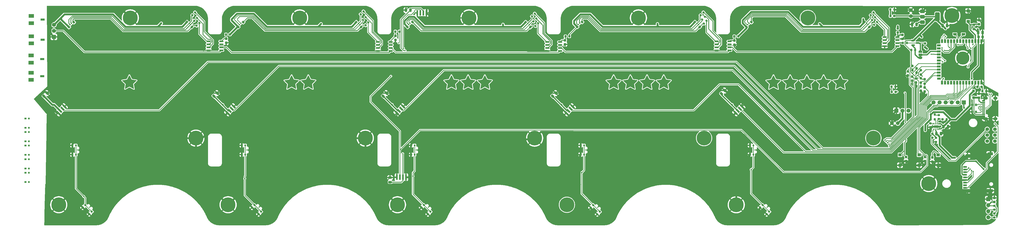
<source format=gbr>
%TF.GenerationSoftware,KiCad,Pcbnew,9.0.2*%
%TF.CreationDate,2025-07-03T01:21:55+02:00*%
%TF.ProjectId,Satisfactron_2025,53617469-7366-4616-9374-726f6e5f3230,rev?*%
%TF.SameCoordinates,Original*%
%TF.FileFunction,Copper,L1,Top*%
%TF.FilePolarity,Positive*%
%FSLAX46Y46*%
G04 Gerber Fmt 4.6, Leading zero omitted, Abs format (unit mm)*
G04 Created by KiCad (PCBNEW 9.0.2) date 2025-07-03 01:21:55*
%MOMM*%
%LPD*%
G01*
G04 APERTURE LIST*
G04 Aperture macros list*
%AMRoundRect*
0 Rectangle with rounded corners*
0 $1 Rounding radius*
0 $2 $3 $4 $5 $6 $7 $8 $9 X,Y pos of 4 corners*
0 Add a 4 corners polygon primitive as box body*
4,1,4,$2,$3,$4,$5,$6,$7,$8,$9,$2,$3,0*
0 Add four circle primitives for the rounded corners*
1,1,$1+$1,$2,$3*
1,1,$1+$1,$4,$5*
1,1,$1+$1,$6,$7*
1,1,$1+$1,$8,$9*
0 Add four rect primitives between the rounded corners*
20,1,$1+$1,$2,$3,$4,$5,0*
20,1,$1+$1,$4,$5,$6,$7,0*
20,1,$1+$1,$6,$7,$8,$9,0*
20,1,$1+$1,$8,$9,$2,$3,0*%
%AMRotRect*
0 Rectangle, with rotation*
0 The origin of the aperture is its center*
0 $1 length*
0 $2 width*
0 $3 Rotation angle, in degrees counterclockwise*
0 Add horizontal line*
21,1,$1,$2,0,0,$3*%
%AMFreePoly0*
4,1,23,0.500000,-0.750000,0.000000,-0.750000,0.000000,-0.745722,-0.065263,-0.745722,-0.191342,-0.711940,-0.304381,-0.646677,-0.396677,-0.554381,-0.461940,-0.441342,-0.495722,-0.315263,-0.495722,-0.250000,-0.500000,-0.250000,-0.500000,0.250000,-0.495722,0.250000,-0.495722,0.315263,-0.461940,0.441342,-0.396677,0.554381,-0.304381,0.646677,-0.191342,0.711940,-0.065263,0.745722,0.000000,0.745722,
0.000000,0.750000,0.500000,0.750000,0.500000,-0.750000,0.500000,-0.750000,$1*%
%AMFreePoly1*
4,1,23,0.000000,0.745722,0.065263,0.745722,0.191342,0.711940,0.304381,0.646677,0.396677,0.554381,0.461940,0.441342,0.495722,0.315263,0.495722,0.250000,0.500000,0.250000,0.500000,-0.250000,0.495722,-0.250000,0.495722,-0.315263,0.461940,-0.441342,0.396677,-0.554381,0.304381,-0.646677,0.191342,-0.711940,0.065263,-0.745722,0.000000,-0.745722,0.000000,-0.750000,-0.500000,-0.750000,
-0.500000,0.750000,0.000000,0.750000,0.000000,0.745722,0.000000,0.745722,$1*%
%AMFreePoly2*
4,1,23,0.550000,-0.750000,0.000000,-0.750000,0.000000,-0.745722,-0.065263,-0.745722,-0.191342,-0.711940,-0.304381,-0.646677,-0.396677,-0.554381,-0.461940,-0.441342,-0.495722,-0.315263,-0.495722,-0.250000,-0.500000,-0.250000,-0.500000,0.250000,-0.495722,0.250000,-0.495722,0.315263,-0.461940,0.441342,-0.396677,0.554381,-0.304381,0.646677,-0.191342,0.711940,-0.065263,0.745722,0.000000,0.745722,
0.000000,0.750000,0.550000,0.750000,0.550000,-0.750000,0.550000,-0.750000,$1*%
%AMFreePoly3*
4,1,23,0.000000,0.745722,0.065263,0.745722,0.191342,0.711940,0.304381,0.646677,0.396677,0.554381,0.461940,0.441342,0.495722,0.315263,0.495722,0.250000,0.500000,0.250000,0.500000,-0.250000,0.495722,-0.250000,0.495722,-0.315263,0.461940,-0.441342,0.396677,-0.554381,0.304381,-0.646677,0.191342,-0.711940,0.065263,-0.745722,0.000000,-0.745722,0.000000,-0.750000,-0.550000,-0.750000,
-0.550000,0.750000,0.000000,0.750000,0.000000,0.745722,0.000000,0.745722,$1*%
G04 Aperture macros list end*
%TA.AperFunction,EtchedComponent*%
%ADD10C,0.000000*%
%TD*%
%TA.AperFunction,ComponentPad*%
%ADD11C,6.200000*%
%TD*%
%TA.AperFunction,SMDPad,CuDef*%
%ADD12O,1.864999X0.629997*%
%TD*%
%TA.AperFunction,SMDPad,CuDef*%
%ADD13RoundRect,0.200000X-0.200000X-0.275000X0.200000X-0.275000X0.200000X0.275000X-0.200000X0.275000X0*%
%TD*%
%TA.AperFunction,SMDPad,CuDef*%
%ADD14RoundRect,0.200000X0.053033X-0.335876X0.335876X-0.053033X-0.053033X0.335876X-0.335876X0.053033X0*%
%TD*%
%TA.AperFunction,SMDPad,CuDef*%
%ADD15RoundRect,0.237500X-0.237500X0.300000X-0.237500X-0.300000X0.237500X-0.300000X0.237500X0.300000X0*%
%TD*%
%TA.AperFunction,SMDPad,CuDef*%
%ADD16RoundRect,0.237500X0.237500X-0.300000X0.237500X0.300000X-0.237500X0.300000X-0.237500X-0.300000X0*%
%TD*%
%TA.AperFunction,SMDPad,CuDef*%
%ADD17RoundRect,0.200000X0.200000X0.275000X-0.200000X0.275000X-0.200000X-0.275000X0.200000X-0.275000X0*%
%TD*%
%TA.AperFunction,SMDPad,CuDef*%
%ADD18RoundRect,0.225000X-0.250000X0.225000X-0.250000X-0.225000X0.250000X-0.225000X0.250000X0.225000X0*%
%TD*%
%TA.AperFunction,SMDPad,CuDef*%
%ADD19RoundRect,0.237500X0.237500X-0.250000X0.237500X0.250000X-0.237500X0.250000X-0.237500X-0.250000X0*%
%TD*%
%TA.AperFunction,SMDPad,CuDef*%
%ADD20RotRect,0.800000X1.800000X225.000000*%
%TD*%
%TA.AperFunction,ComponentPad*%
%ADD21R,1.700000X1.700000*%
%TD*%
%TA.AperFunction,ComponentPad*%
%ADD22C,1.700000*%
%TD*%
%TA.AperFunction,SMDPad,CuDef*%
%ADD23FreePoly0,270.000000*%
%TD*%
%TA.AperFunction,SMDPad,CuDef*%
%ADD24FreePoly1,270.000000*%
%TD*%
%TA.AperFunction,SMDPad,CuDef*%
%ADD25RoundRect,0.218750X0.218750X0.256250X-0.218750X0.256250X-0.218750X-0.256250X0.218750X-0.256250X0*%
%TD*%
%TA.AperFunction,SMDPad,CuDef*%
%ADD26RoundRect,0.218750X-0.218750X-0.256250X0.218750X-0.256250X0.218750X0.256250X-0.218750X0.256250X0*%
%TD*%
%TA.AperFunction,SMDPad,CuDef*%
%ADD27RotRect,0.529997X0.440005X135.000000*%
%TD*%
%TA.AperFunction,SMDPad,CuDef*%
%ADD28RotRect,0.880010X1.000000X315.000000*%
%TD*%
%TA.AperFunction,SMDPad,CuDef*%
%ADD29R,0.800000X0.770003*%
%TD*%
%TA.AperFunction,SMDPad,CuDef*%
%ADD30R,0.829997X0.800000*%
%TD*%
%TA.AperFunction,SMDPad,CuDef*%
%ADD31R,0.770003X0.800000*%
%TD*%
%TA.AperFunction,SMDPad,CuDef*%
%ADD32RoundRect,0.250000X0.159099X-0.512652X0.512652X-0.159099X-0.159099X0.512652X-0.512652X0.159099X0*%
%TD*%
%TA.AperFunction,SMDPad,CuDef*%
%ADD33RoundRect,0.250000X-0.250000X-0.475000X0.250000X-0.475000X0.250000X0.475000X-0.250000X0.475000X0*%
%TD*%
%TA.AperFunction,SMDPad,CuDef*%
%ADD34R,1.600000X0.700000*%
%TD*%
%TA.AperFunction,SMDPad,CuDef*%
%ADD35R,1.500000X1.200000*%
%TD*%
%TA.AperFunction,SMDPad,CuDef*%
%ADD36R,2.200000X1.200000*%
%TD*%
%TA.AperFunction,SMDPad,CuDef*%
%ADD37R,1.500000X1.600000*%
%TD*%
%TA.AperFunction,SMDPad,CuDef*%
%ADD38RotRect,0.529997X0.440005X225.000000*%
%TD*%
%TA.AperFunction,SMDPad,CuDef*%
%ADD39RotRect,0.880010X1.000000X45.000000*%
%TD*%
%TA.AperFunction,SMDPad,CuDef*%
%ADD40R,1.359995X1.229997*%
%TD*%
%TA.AperFunction,SMDPad,CuDef*%
%ADD41RoundRect,0.200000X0.275000X-0.200000X0.275000X0.200000X-0.275000X0.200000X-0.275000X-0.200000X0*%
%TD*%
%TA.AperFunction,SMDPad,CuDef*%
%ADD42R,0.900000X1.500000*%
%TD*%
%TA.AperFunction,SMDPad,CuDef*%
%ADD43R,1.500000X0.900000*%
%TD*%
%TA.AperFunction,SMDPad,CuDef*%
%ADD44R,0.900000X0.900000*%
%TD*%
%TA.AperFunction,ComponentPad*%
%ADD45C,5.500000*%
%TD*%
%TA.AperFunction,SMDPad,CuDef*%
%ADD46RoundRect,0.237500X-0.237500X0.250000X-0.237500X-0.250000X0.237500X-0.250000X0.237500X0.250000X0*%
%TD*%
%TA.AperFunction,ComponentPad*%
%ADD47O,1.700000X1.700000*%
%TD*%
%TA.AperFunction,ComponentPad*%
%ADD48O,2.000000X1.200000*%
%TD*%
%TA.AperFunction,ComponentPad*%
%ADD49O,1.800000X1.200000*%
%TD*%
%TA.AperFunction,SMDPad,CuDef*%
%ADD50R,1.300000X0.300000*%
%TD*%
%TA.AperFunction,SMDPad,CuDef*%
%ADD51RoundRect,0.250000X0.250000X0.475000X-0.250000X0.475000X-0.250000X-0.475000X0.250000X-0.475000X0*%
%TD*%
%TA.AperFunction,SMDPad,CuDef*%
%ADD52R,0.800000X2.200000*%
%TD*%
%TA.AperFunction,SMDPad,CuDef*%
%ADD53RoundRect,0.375000X-0.625000X-0.375000X0.625000X-0.375000X0.625000X0.375000X-0.625000X0.375000X0*%
%TD*%
%TA.AperFunction,SMDPad,CuDef*%
%ADD54RoundRect,0.500000X-0.500000X-1.400000X0.500000X-1.400000X0.500000X1.400000X-0.500000X1.400000X0*%
%TD*%
%TA.AperFunction,SMDPad,CuDef*%
%ADD55RoundRect,0.250000X0.475000X-0.250000X0.475000X0.250000X-0.475000X0.250000X-0.475000X-0.250000X0*%
%TD*%
%TA.AperFunction,SMDPad,CuDef*%
%ADD56RoundRect,0.237500X0.250000X0.237500X-0.250000X0.237500X-0.250000X-0.237500X0.250000X-0.237500X0*%
%TD*%
%TA.AperFunction,SMDPad,CuDef*%
%ADD57RotRect,0.800000X0.770003X45.000000*%
%TD*%
%TA.AperFunction,SMDPad,CuDef*%
%ADD58RotRect,0.800000X0.829997X135.000000*%
%TD*%
%TA.AperFunction,SMDPad,CuDef*%
%ADD59RotRect,0.800000X0.829997X315.000000*%
%TD*%
%TA.AperFunction,SMDPad,CuDef*%
%ADD60RotRect,0.800000X0.770003X315.000000*%
%TD*%
%TA.AperFunction,SMDPad,CuDef*%
%ADD61R,2.200000X1.600000*%
%TD*%
%TA.AperFunction,SMDPad,CuDef*%
%ADD62R,1.800000X0.900000*%
%TD*%
%TA.AperFunction,SMDPad,CuDef*%
%ADD63R,0.450013X0.650013*%
%TD*%
%TA.AperFunction,SMDPad,CuDef*%
%ADD64R,1.900000X1.100000*%
%TD*%
%TA.AperFunction,ComponentPad*%
%ADD65C,1.524003*%
%TD*%
%TA.AperFunction,SMDPad,CuDef*%
%ADD66RoundRect,0.200000X-0.275000X0.200000X-0.275000X-0.200000X0.275000X-0.200000X0.275000X0.200000X0*%
%TD*%
%TA.AperFunction,SMDPad,CuDef*%
%ADD67RoundRect,0.150000X-0.587500X-0.150000X0.587500X-0.150000X0.587500X0.150000X-0.587500X0.150000X0*%
%TD*%
%TA.AperFunction,SMDPad,CuDef*%
%ADD68RoundRect,0.250000X-0.300000X0.300000X-0.300000X-0.300000X0.300000X-0.300000X0.300000X0.300000X0*%
%TD*%
%TA.AperFunction,SMDPad,CuDef*%
%ADD69FreePoly2,90.000000*%
%TD*%
%TA.AperFunction,SMDPad,CuDef*%
%ADD70R,1.500000X1.000000*%
%TD*%
%TA.AperFunction,SMDPad,CuDef*%
%ADD71FreePoly3,90.000000*%
%TD*%
%TA.AperFunction,SMDPad,CuDef*%
%ADD72RoundRect,0.237500X-0.300000X-0.237500X0.300000X-0.237500X0.300000X0.237500X-0.300000X0.237500X0*%
%TD*%
%TA.AperFunction,ComponentPad*%
%ADD73C,1.600000*%
%TD*%
%TA.AperFunction,ViaPad*%
%ADD74C,0.800000*%
%TD*%
%TA.AperFunction,ViaPad*%
%ADD75C,0.500000*%
%TD*%
%TA.AperFunction,ViaPad*%
%ADD76C,0.600000*%
%TD*%
%TA.AperFunction,Conductor*%
%ADD77C,0.500000*%
%TD*%
%TA.AperFunction,Conductor*%
%ADD78C,0.200000*%
%TD*%
%TA.AperFunction,Conductor*%
%ADD79C,0.800000*%
%TD*%
%TA.AperFunction,Conductor*%
%ADD80C,1.500000*%
%TD*%
%TA.AperFunction,Conductor*%
%ADD81C,0.300000*%
%TD*%
%TA.AperFunction,Conductor*%
%ADD82C,0.250000*%
%TD*%
G04 APERTURE END LIST*
D10*
%TA.AperFunction,EtchedComponent*%
%TO.C,G\u002A\u002A\u002A*%
G36*
X245638081Y137484577D02*
G01*
X245660544Y137442020D01*
X245695445Y137374211D01*
X245741494Y137283703D01*
X245797403Y137173047D01*
X245861883Y137044796D01*
X245933646Y136901502D01*
X246011403Y136745718D01*
X246093865Y136579995D01*
X246115130Y136537179D01*
X246592815Y135575029D01*
X247517859Y135443988D01*
X247695909Y135418773D01*
X247867828Y135394443D01*
X248029955Y135371514D01*
X248178629Y135350503D01*
X248310189Y135331928D01*
X248420974Y135316304D01*
X248507323Y135304150D01*
X248565575Y135295982D01*
X248582603Y135293613D01*
X248646390Y135283456D01*
X248694895Y135273202D01*
X248720309Y135264601D01*
X248722303Y135262311D01*
X248710548Y135248658D01*
X248676645Y135213337D01*
X248622629Y135158384D01*
X248550540Y135085835D01*
X248462414Y134997726D01*
X248360290Y134896093D01*
X248246206Y134782972D01*
X248122199Y134660401D01*
X247990307Y134530415D01*
X247958855Y134499470D01*
X247804351Y134347484D01*
X247672265Y134217384D01*
X247560864Y134107309D01*
X247468420Y134015399D01*
X247393203Y133939795D01*
X247333481Y133878635D01*
X247287524Y133830059D01*
X247253604Y133792207D01*
X247229988Y133763218D01*
X247214948Y133741233D01*
X247206753Y133724390D01*
X247203673Y133710830D01*
X247203978Y133698692D01*
X247205398Y133689331D01*
X247213257Y133643784D01*
X247224818Y133578022D01*
X247237774Y133505158D01*
X247239665Y133494598D01*
X247268325Y133334395D01*
X247294076Y133189920D01*
X247316217Y133065138D01*
X247334044Y132964016D01*
X247346855Y132890519D01*
X247350703Y132868064D01*
X247359517Y132816991D01*
X247372459Y132743057D01*
X247387687Y132656736D01*
X247401276Y132580198D01*
X247439530Y132364967D01*
X247471985Y132181251D01*
X247498944Y132027253D01*
X247520709Y131901176D01*
X247537583Y131801222D01*
X247549869Y131725594D01*
X247557870Y131672496D01*
X247561889Y131640129D01*
X247562227Y131626696D01*
X247561979Y131626203D01*
X247553016Y131628202D01*
X247528481Y131638912D01*
X247486244Y131659421D01*
X247424174Y131690814D01*
X247340139Y131734180D01*
X247232009Y131790604D01*
X247097653Y131861175D01*
X246986636Y131919690D01*
X246925725Y131951691D01*
X246842969Y131994974D01*
X246746596Y132045247D01*
X246644832Y132098215D01*
X246571769Y132136169D01*
X246458370Y132195046D01*
X246327447Y132263064D01*
X246191514Y132333719D01*
X246063084Y132400508D01*
X245996036Y132435394D01*
X245902612Y132483560D01*
X245817611Y132526528D01*
X245746284Y132561711D01*
X245693884Y132586523D01*
X245665663Y132598376D01*
X245664380Y132598747D01*
X245638143Y132594828D01*
X245587140Y132575414D01*
X245510337Y132540027D01*
X245406702Y132488187D01*
X245275205Y132419417D01*
X245257981Y132410258D01*
X245144357Y132349765D01*
X245030445Y132289148D01*
X244922946Y132231971D01*
X244828558Y132181797D01*
X244753984Y132142190D01*
X244726037Y132127365D01*
X244642945Y132083273D01*
X244555314Y132036700D01*
X244477023Y131995024D01*
X244446637Y131978820D01*
X244392023Y131949721D01*
X244315146Y131908829D01*
X244223664Y131860216D01*
X244125235Y131807950D01*
X244048703Y131767339D01*
X243959911Y131720209D01*
X243881383Y131678473D01*
X243818039Y131644749D01*
X243774800Y131621658D01*
X243756603Y131611830D01*
X243746113Y131619235D01*
X243743914Y131635165D01*
X243746660Y131657234D01*
X243754552Y131709537D01*
X243767076Y131788917D01*
X243783719Y131892218D01*
X243803966Y132016283D01*
X243827303Y132157955D01*
X243853216Y132314079D01*
X243881192Y132481496D01*
X243897768Y132580198D01*
X243927353Y132756326D01*
X243955746Y132925916D01*
X243982353Y133085371D01*
X244006578Y133231094D01*
X244027823Y133359488D01*
X244045494Y133466957D01*
X244058995Y133549904D01*
X244067729Y133604732D01*
X244070006Y133619685D01*
X244088400Y133744772D01*
X243996585Y133830784D01*
X243963828Y133861854D01*
X243910037Y133913339D01*
X243838493Y133982079D01*
X243752476Y134064913D01*
X243655267Y134158683D01*
X243550147Y134260228D01*
X243440396Y134366389D01*
X243422170Y134384033D01*
X243306159Y134496333D01*
X243189267Y134609452D01*
X243075712Y134719312D01*
X242969714Y134821832D01*
X242875491Y134912929D01*
X242797264Y134988525D01*
X242740422Y135043407D01*
X242674245Y135108032D01*
X242618218Y135164239D01*
X242576236Y135207996D01*
X242552195Y135235272D01*
X242548122Y135242393D01*
X242567172Y135248147D01*
X242610157Y135256419D01*
X242662603Y135264651D01*
X242721295Y135273216D01*
X242802935Y135285346D01*
X242896997Y135299469D01*
X242992955Y135314011D01*
X242998837Y135314907D01*
X243103021Y135330653D01*
X243214159Y135347225D01*
X243318431Y135362575D01*
X243396770Y135373906D01*
X243468744Y135384289D01*
X243565288Y135398386D01*
X243677477Y135414883D01*
X243796388Y135432470D01*
X243904770Y135448591D01*
X244023608Y135466293D01*
X244145556Y135484404D01*
X244261217Y135501533D01*
X244361195Y135516288D01*
X244429703Y135526344D01*
X244508311Y135538254D01*
X244576745Y135549396D01*
X244626658Y135558367D01*
X244647622Y135563029D01*
X244664769Y135580511D01*
X244694269Y135626667D01*
X244736384Y135701982D01*
X244791377Y135806940D01*
X244859511Y135942027D01*
X244924813Y136074479D01*
X244998581Y136225311D01*
X245080678Y136393206D01*
X245166418Y136568577D01*
X245251115Y136741843D01*
X245330084Y136903417D01*
X245395797Y137037897D01*
X245452277Y137152972D01*
X245504106Y137257567D01*
X245549409Y137347975D01*
X245586309Y137420489D01*
X245612929Y137471401D01*
X245627395Y137497005D01*
X245629344Y137499330D01*
X245638081Y137484577D01*
G37*
%TD.AperFunction*%
%TA.AperFunction,EtchedComponent*%
G36*
X305638081Y137484577D02*
G01*
X305660544Y137442020D01*
X305695445Y137374211D01*
X305741494Y137283703D01*
X305797403Y137173047D01*
X305861883Y137044796D01*
X305933646Y136901502D01*
X306011403Y136745718D01*
X306093865Y136579995D01*
X306115130Y136537179D01*
X306592815Y135575029D01*
X307517859Y135443988D01*
X307695909Y135418773D01*
X307867828Y135394443D01*
X308029955Y135371514D01*
X308178629Y135350503D01*
X308310189Y135331928D01*
X308420974Y135316304D01*
X308507323Y135304150D01*
X308565575Y135295982D01*
X308582603Y135293613D01*
X308646390Y135283456D01*
X308694895Y135273202D01*
X308720309Y135264601D01*
X308722303Y135262311D01*
X308710548Y135248658D01*
X308676645Y135213337D01*
X308622629Y135158384D01*
X308550540Y135085835D01*
X308462414Y134997726D01*
X308360290Y134896093D01*
X308246206Y134782972D01*
X308122199Y134660401D01*
X307990307Y134530415D01*
X307958855Y134499470D01*
X307804351Y134347484D01*
X307672265Y134217384D01*
X307560864Y134107309D01*
X307468420Y134015399D01*
X307393203Y133939795D01*
X307333481Y133878635D01*
X307287524Y133830059D01*
X307253604Y133792207D01*
X307229988Y133763218D01*
X307214948Y133741233D01*
X307206753Y133724390D01*
X307203673Y133710830D01*
X307203978Y133698692D01*
X307205398Y133689331D01*
X307213257Y133643784D01*
X307224818Y133578022D01*
X307237774Y133505158D01*
X307239665Y133494598D01*
X307268325Y133334395D01*
X307294076Y133189920D01*
X307316217Y133065138D01*
X307334044Y132964016D01*
X307346855Y132890519D01*
X307350703Y132868064D01*
X307359517Y132816991D01*
X307372459Y132743057D01*
X307387687Y132656736D01*
X307401276Y132580198D01*
X307439530Y132364967D01*
X307471985Y132181251D01*
X307498944Y132027253D01*
X307520709Y131901176D01*
X307537583Y131801222D01*
X307549869Y131725594D01*
X307557870Y131672496D01*
X307561889Y131640129D01*
X307562227Y131626696D01*
X307561979Y131626203D01*
X307553016Y131628202D01*
X307528481Y131638912D01*
X307486244Y131659421D01*
X307424174Y131690814D01*
X307340139Y131734180D01*
X307232009Y131790604D01*
X307097653Y131861175D01*
X306986636Y131919690D01*
X306925725Y131951691D01*
X306842969Y131994974D01*
X306746596Y132045247D01*
X306644832Y132098215D01*
X306571769Y132136169D01*
X306458370Y132195046D01*
X306327447Y132263064D01*
X306191514Y132333719D01*
X306063084Y132400508D01*
X305996036Y132435394D01*
X305902612Y132483560D01*
X305817611Y132526528D01*
X305746284Y132561711D01*
X305693884Y132586523D01*
X305665663Y132598376D01*
X305664380Y132598747D01*
X305638143Y132594828D01*
X305587140Y132575414D01*
X305510337Y132540027D01*
X305406702Y132488187D01*
X305275205Y132419417D01*
X305257981Y132410258D01*
X305144357Y132349765D01*
X305030445Y132289148D01*
X304922946Y132231971D01*
X304828558Y132181797D01*
X304753984Y132142190D01*
X304726037Y132127365D01*
X304642945Y132083273D01*
X304555314Y132036700D01*
X304477023Y131995024D01*
X304446637Y131978820D01*
X304392023Y131949721D01*
X304315146Y131908829D01*
X304223664Y131860216D01*
X304125235Y131807950D01*
X304048703Y131767339D01*
X303959911Y131720209D01*
X303881383Y131678473D01*
X303818039Y131644749D01*
X303774800Y131621658D01*
X303756603Y131611830D01*
X303746113Y131619235D01*
X303743914Y131635165D01*
X303746660Y131657234D01*
X303754552Y131709537D01*
X303767076Y131788917D01*
X303783719Y131892218D01*
X303803966Y132016283D01*
X303827303Y132157955D01*
X303853216Y132314079D01*
X303881192Y132481496D01*
X303897768Y132580198D01*
X303927353Y132756326D01*
X303955746Y132925916D01*
X303982353Y133085371D01*
X304006578Y133231094D01*
X304027823Y133359488D01*
X304045494Y133466957D01*
X304058995Y133549904D01*
X304067729Y133604732D01*
X304070006Y133619685D01*
X304088400Y133744772D01*
X303996585Y133830784D01*
X303963828Y133861854D01*
X303910037Y133913339D01*
X303838493Y133982079D01*
X303752476Y134064913D01*
X303655267Y134158683D01*
X303550147Y134260228D01*
X303440396Y134366389D01*
X303422170Y134384033D01*
X303306159Y134496333D01*
X303189267Y134609452D01*
X303075712Y134719312D01*
X302969714Y134821832D01*
X302875491Y134912929D01*
X302797264Y134988525D01*
X302740422Y135043407D01*
X302674245Y135108032D01*
X302618218Y135164239D01*
X302576236Y135207996D01*
X302552195Y135235272D01*
X302548122Y135242393D01*
X302567172Y135248147D01*
X302610157Y135256419D01*
X302662603Y135264651D01*
X302721295Y135273216D01*
X302802935Y135285346D01*
X302896997Y135299469D01*
X302992955Y135314011D01*
X302998837Y135314907D01*
X303103021Y135330653D01*
X303214159Y135347225D01*
X303318431Y135362575D01*
X303396770Y135373906D01*
X303468744Y135384289D01*
X303565288Y135398386D01*
X303677477Y135414883D01*
X303796388Y135432470D01*
X303904770Y135448591D01*
X304023608Y135466293D01*
X304145556Y135484404D01*
X304261217Y135501533D01*
X304361195Y135516288D01*
X304429703Y135526344D01*
X304508311Y135538254D01*
X304576745Y135549396D01*
X304626658Y135558367D01*
X304647622Y135563029D01*
X304664769Y135580511D01*
X304694269Y135626667D01*
X304736384Y135701982D01*
X304791377Y135806940D01*
X304859511Y135942027D01*
X304924813Y136074479D01*
X304998581Y136225311D01*
X305080678Y136393206D01*
X305166418Y136568577D01*
X305251115Y136741843D01*
X305330084Y136903417D01*
X305395797Y137037897D01*
X305452277Y137152972D01*
X305504106Y137257567D01*
X305549409Y137347975D01*
X305586309Y137420489D01*
X305612929Y137471401D01*
X305627395Y137497005D01*
X305629344Y137499330D01*
X305638081Y137484577D01*
G37*
%TD.AperFunction*%
%TA.AperFunction,EtchedComponent*%
G36*
X177638081Y137484577D02*
G01*
X177660544Y137442020D01*
X177695445Y137374211D01*
X177741494Y137283703D01*
X177797403Y137173047D01*
X177861883Y137044796D01*
X177933646Y136901502D01*
X178011403Y136745718D01*
X178093865Y136579995D01*
X178115130Y136537179D01*
X178592815Y135575029D01*
X179517859Y135443988D01*
X179695909Y135418773D01*
X179867828Y135394443D01*
X180029955Y135371514D01*
X180178629Y135350503D01*
X180310189Y135331928D01*
X180420974Y135316304D01*
X180507323Y135304150D01*
X180565575Y135295982D01*
X180582603Y135293613D01*
X180646390Y135283456D01*
X180694895Y135273202D01*
X180720309Y135264601D01*
X180722303Y135262311D01*
X180710548Y135248658D01*
X180676645Y135213337D01*
X180622629Y135158384D01*
X180550540Y135085835D01*
X180462414Y134997726D01*
X180360290Y134896093D01*
X180246206Y134782972D01*
X180122199Y134660401D01*
X179990307Y134530415D01*
X179958855Y134499470D01*
X179804351Y134347484D01*
X179672265Y134217384D01*
X179560864Y134107309D01*
X179468420Y134015399D01*
X179393203Y133939795D01*
X179333481Y133878635D01*
X179287524Y133830059D01*
X179253604Y133792207D01*
X179229988Y133763218D01*
X179214948Y133741233D01*
X179206753Y133724390D01*
X179203673Y133710830D01*
X179203978Y133698692D01*
X179205398Y133689331D01*
X179213257Y133643784D01*
X179224818Y133578022D01*
X179237774Y133505158D01*
X179239665Y133494598D01*
X179268325Y133334395D01*
X179294076Y133189920D01*
X179316217Y133065138D01*
X179334044Y132964016D01*
X179346855Y132890519D01*
X179350703Y132868064D01*
X179359517Y132816991D01*
X179372459Y132743057D01*
X179387687Y132656736D01*
X179401276Y132580198D01*
X179439530Y132364967D01*
X179471985Y132181251D01*
X179498944Y132027253D01*
X179520709Y131901176D01*
X179537583Y131801222D01*
X179549869Y131725594D01*
X179557870Y131672496D01*
X179561889Y131640129D01*
X179562227Y131626696D01*
X179561979Y131626203D01*
X179553016Y131628202D01*
X179528481Y131638912D01*
X179486244Y131659421D01*
X179424174Y131690814D01*
X179340139Y131734180D01*
X179232009Y131790604D01*
X179097653Y131861175D01*
X178986636Y131919690D01*
X178925725Y131951691D01*
X178842969Y131994974D01*
X178746596Y132045247D01*
X178644832Y132098215D01*
X178571769Y132136169D01*
X178458370Y132195046D01*
X178327447Y132263064D01*
X178191514Y132333719D01*
X178063084Y132400508D01*
X177996036Y132435394D01*
X177902612Y132483560D01*
X177817611Y132526528D01*
X177746284Y132561711D01*
X177693884Y132586523D01*
X177665663Y132598376D01*
X177664380Y132598747D01*
X177638143Y132594828D01*
X177587140Y132575414D01*
X177510337Y132540027D01*
X177406702Y132488187D01*
X177275205Y132419417D01*
X177257981Y132410258D01*
X177144357Y132349765D01*
X177030445Y132289148D01*
X176922946Y132231971D01*
X176828558Y132181797D01*
X176753984Y132142190D01*
X176726037Y132127365D01*
X176642945Y132083273D01*
X176555314Y132036700D01*
X176477023Y131995024D01*
X176446637Y131978820D01*
X176392023Y131949721D01*
X176315146Y131908829D01*
X176223664Y131860216D01*
X176125235Y131807950D01*
X176048703Y131767339D01*
X175959911Y131720209D01*
X175881383Y131678473D01*
X175818039Y131644749D01*
X175774800Y131621658D01*
X175756603Y131611830D01*
X175746113Y131619235D01*
X175743914Y131635165D01*
X175746660Y131657234D01*
X175754552Y131709537D01*
X175767076Y131788917D01*
X175783719Y131892218D01*
X175803966Y132016283D01*
X175827303Y132157955D01*
X175853216Y132314079D01*
X175881192Y132481496D01*
X175897768Y132580198D01*
X175927353Y132756326D01*
X175955746Y132925916D01*
X175982353Y133085371D01*
X176006578Y133231094D01*
X176027823Y133359488D01*
X176045494Y133466957D01*
X176058995Y133549904D01*
X176067729Y133604732D01*
X176070006Y133619685D01*
X176088400Y133744772D01*
X175996585Y133830784D01*
X175963828Y133861854D01*
X175910037Y133913339D01*
X175838493Y133982079D01*
X175752476Y134064913D01*
X175655267Y134158683D01*
X175550147Y134260228D01*
X175440396Y134366389D01*
X175422170Y134384033D01*
X175306159Y134496333D01*
X175189267Y134609452D01*
X175075712Y134719312D01*
X174969714Y134821832D01*
X174875491Y134912929D01*
X174797264Y134988525D01*
X174740422Y135043407D01*
X174674245Y135108032D01*
X174618218Y135164239D01*
X174576236Y135207996D01*
X174552195Y135235272D01*
X174548122Y135242393D01*
X174567172Y135248147D01*
X174610157Y135256419D01*
X174662603Y135264651D01*
X174721295Y135273216D01*
X174802935Y135285346D01*
X174896997Y135299469D01*
X174992955Y135314011D01*
X174998837Y135314907D01*
X175103021Y135330653D01*
X175214159Y135347225D01*
X175318431Y135362575D01*
X175396770Y135373906D01*
X175468744Y135384289D01*
X175565288Y135398386D01*
X175677477Y135414883D01*
X175796388Y135432470D01*
X175904770Y135448591D01*
X176023608Y135466293D01*
X176145556Y135484404D01*
X176261217Y135501533D01*
X176361195Y135516288D01*
X176429703Y135526344D01*
X176508311Y135538254D01*
X176576745Y135549396D01*
X176626658Y135558367D01*
X176647622Y135563029D01*
X176664769Y135580511D01*
X176694269Y135626667D01*
X176736384Y135701982D01*
X176791377Y135806940D01*
X176859511Y135942027D01*
X176924813Y136074479D01*
X176998581Y136225311D01*
X177080678Y136393206D01*
X177166418Y136568577D01*
X177251115Y136741843D01*
X177330084Y136903417D01*
X177395797Y137037897D01*
X177452277Y137152972D01*
X177504106Y137257567D01*
X177549409Y137347975D01*
X177586309Y137420489D01*
X177612929Y137471401D01*
X177627395Y137497005D01*
X177629344Y137499330D01*
X177638081Y137484577D01*
G37*
%TD.AperFunction*%
%TA.AperFunction,EtchedComponent*%
G36*
X163638081Y137484577D02*
G01*
X163660544Y137442020D01*
X163695445Y137374211D01*
X163741494Y137283703D01*
X163797403Y137173047D01*
X163861883Y137044796D01*
X163933646Y136901502D01*
X164011403Y136745718D01*
X164093865Y136579995D01*
X164115130Y136537179D01*
X164592815Y135575029D01*
X165517859Y135443988D01*
X165695909Y135418773D01*
X165867828Y135394443D01*
X166029955Y135371514D01*
X166178629Y135350503D01*
X166310189Y135331928D01*
X166420974Y135316304D01*
X166507323Y135304150D01*
X166565575Y135295982D01*
X166582603Y135293613D01*
X166646390Y135283456D01*
X166694895Y135273202D01*
X166720309Y135264601D01*
X166722303Y135262311D01*
X166710548Y135248658D01*
X166676645Y135213337D01*
X166622629Y135158384D01*
X166550540Y135085835D01*
X166462414Y134997726D01*
X166360290Y134896093D01*
X166246206Y134782972D01*
X166122199Y134660401D01*
X165990307Y134530415D01*
X165958855Y134499470D01*
X165804351Y134347484D01*
X165672265Y134217384D01*
X165560864Y134107309D01*
X165468420Y134015399D01*
X165393203Y133939795D01*
X165333481Y133878635D01*
X165287524Y133830059D01*
X165253604Y133792207D01*
X165229988Y133763218D01*
X165214948Y133741233D01*
X165206753Y133724390D01*
X165203673Y133710830D01*
X165203978Y133698692D01*
X165205398Y133689331D01*
X165213257Y133643784D01*
X165224818Y133578022D01*
X165237774Y133505158D01*
X165239665Y133494598D01*
X165268325Y133334395D01*
X165294076Y133189920D01*
X165316217Y133065138D01*
X165334044Y132964016D01*
X165346855Y132890519D01*
X165350703Y132868064D01*
X165359517Y132816991D01*
X165372459Y132743057D01*
X165387687Y132656736D01*
X165401276Y132580198D01*
X165439530Y132364967D01*
X165471985Y132181251D01*
X165498944Y132027253D01*
X165520709Y131901176D01*
X165537583Y131801222D01*
X165549869Y131725594D01*
X165557870Y131672496D01*
X165561889Y131640129D01*
X165562227Y131626696D01*
X165561979Y131626203D01*
X165553016Y131628202D01*
X165528481Y131638912D01*
X165486244Y131659421D01*
X165424174Y131690814D01*
X165340139Y131734180D01*
X165232009Y131790604D01*
X165097653Y131861175D01*
X164986636Y131919690D01*
X164925725Y131951691D01*
X164842969Y131994974D01*
X164746596Y132045247D01*
X164644832Y132098215D01*
X164571769Y132136169D01*
X164458370Y132195046D01*
X164327447Y132263064D01*
X164191514Y132333719D01*
X164063084Y132400508D01*
X163996036Y132435394D01*
X163902612Y132483560D01*
X163817611Y132526528D01*
X163746284Y132561711D01*
X163693884Y132586523D01*
X163665663Y132598376D01*
X163664380Y132598747D01*
X163638143Y132594828D01*
X163587140Y132575414D01*
X163510337Y132540027D01*
X163406702Y132488187D01*
X163275205Y132419417D01*
X163257981Y132410258D01*
X163144357Y132349765D01*
X163030445Y132289148D01*
X162922946Y132231971D01*
X162828558Y132181797D01*
X162753984Y132142190D01*
X162726037Y132127365D01*
X162642945Y132083273D01*
X162555314Y132036700D01*
X162477023Y131995024D01*
X162446637Y131978820D01*
X162392023Y131949721D01*
X162315146Y131908829D01*
X162223664Y131860216D01*
X162125235Y131807950D01*
X162048703Y131767339D01*
X161959911Y131720209D01*
X161881383Y131678473D01*
X161818039Y131644749D01*
X161774800Y131621658D01*
X161756603Y131611830D01*
X161746113Y131619235D01*
X161743914Y131635165D01*
X161746660Y131657234D01*
X161754552Y131709537D01*
X161767076Y131788917D01*
X161783719Y131892218D01*
X161803966Y132016283D01*
X161827303Y132157955D01*
X161853216Y132314079D01*
X161881192Y132481496D01*
X161897768Y132580198D01*
X161927353Y132756326D01*
X161955746Y132925916D01*
X161982353Y133085371D01*
X162006578Y133231094D01*
X162027823Y133359488D01*
X162045494Y133466957D01*
X162058995Y133549904D01*
X162067729Y133604732D01*
X162070006Y133619685D01*
X162088400Y133744772D01*
X161996585Y133830784D01*
X161963828Y133861854D01*
X161910037Y133913339D01*
X161838493Y133982079D01*
X161752476Y134064913D01*
X161655267Y134158683D01*
X161550147Y134260228D01*
X161440396Y134366389D01*
X161422170Y134384033D01*
X161306159Y134496333D01*
X161189267Y134609452D01*
X161075712Y134719312D01*
X160969714Y134821832D01*
X160875491Y134912929D01*
X160797264Y134988525D01*
X160740422Y135043407D01*
X160674245Y135108032D01*
X160618218Y135164239D01*
X160576236Y135207996D01*
X160552195Y135235272D01*
X160548122Y135242393D01*
X160567172Y135248147D01*
X160610157Y135256419D01*
X160662603Y135264651D01*
X160721295Y135273216D01*
X160802935Y135285346D01*
X160896997Y135299469D01*
X160992955Y135314011D01*
X160998837Y135314907D01*
X161103021Y135330653D01*
X161214159Y135347225D01*
X161318431Y135362575D01*
X161396770Y135373906D01*
X161468744Y135384289D01*
X161565288Y135398386D01*
X161677477Y135414883D01*
X161796388Y135432470D01*
X161904770Y135448591D01*
X162023608Y135466293D01*
X162145556Y135484404D01*
X162261217Y135501533D01*
X162361195Y135516288D01*
X162429703Y135526344D01*
X162508311Y135538254D01*
X162576745Y135549396D01*
X162626658Y135558367D01*
X162647622Y135563029D01*
X162664769Y135580511D01*
X162694269Y135626667D01*
X162736384Y135701982D01*
X162791377Y135806940D01*
X162859511Y135942027D01*
X162924813Y136074479D01*
X162998581Y136225311D01*
X163080678Y136393206D01*
X163166418Y136568577D01*
X163251115Y136741843D01*
X163330084Y136903417D01*
X163395797Y137037897D01*
X163452277Y137152972D01*
X163504106Y137257567D01*
X163549409Y137347975D01*
X163586309Y137420489D01*
X163612929Y137471401D01*
X163627395Y137497005D01*
X163629344Y137499330D01*
X163638081Y137484577D01*
G37*
%TD.AperFunction*%
%TA.AperFunction,EtchedComponent*%
G36*
X231638081Y137484577D02*
G01*
X231660544Y137442020D01*
X231695445Y137374211D01*
X231741494Y137283703D01*
X231797403Y137173047D01*
X231861883Y137044796D01*
X231933646Y136901502D01*
X232011403Y136745718D01*
X232093865Y136579995D01*
X232115130Y136537179D01*
X232592815Y135575029D01*
X233517859Y135443988D01*
X233695909Y135418773D01*
X233867828Y135394443D01*
X234029955Y135371514D01*
X234178629Y135350503D01*
X234310189Y135331928D01*
X234420974Y135316304D01*
X234507323Y135304150D01*
X234565575Y135295982D01*
X234582603Y135293613D01*
X234646390Y135283456D01*
X234694895Y135273202D01*
X234720309Y135264601D01*
X234722303Y135262311D01*
X234710548Y135248658D01*
X234676645Y135213337D01*
X234622629Y135158384D01*
X234550540Y135085835D01*
X234462414Y134997726D01*
X234360290Y134896093D01*
X234246206Y134782972D01*
X234122199Y134660401D01*
X233990307Y134530415D01*
X233958855Y134499470D01*
X233804351Y134347484D01*
X233672265Y134217384D01*
X233560864Y134107309D01*
X233468420Y134015399D01*
X233393203Y133939795D01*
X233333481Y133878635D01*
X233287524Y133830059D01*
X233253604Y133792207D01*
X233229988Y133763218D01*
X233214948Y133741233D01*
X233206753Y133724390D01*
X233203673Y133710830D01*
X233203978Y133698692D01*
X233205398Y133689331D01*
X233213257Y133643784D01*
X233224818Y133578022D01*
X233237774Y133505158D01*
X233239665Y133494598D01*
X233268325Y133334395D01*
X233294076Y133189920D01*
X233316217Y133065138D01*
X233334044Y132964016D01*
X233346855Y132890519D01*
X233350703Y132868064D01*
X233359517Y132816991D01*
X233372459Y132743057D01*
X233387687Y132656736D01*
X233401276Y132580198D01*
X233439530Y132364967D01*
X233471985Y132181251D01*
X233498944Y132027253D01*
X233520709Y131901176D01*
X233537583Y131801222D01*
X233549869Y131725594D01*
X233557870Y131672496D01*
X233561889Y131640129D01*
X233562227Y131626696D01*
X233561979Y131626203D01*
X233553016Y131628202D01*
X233528481Y131638912D01*
X233486244Y131659421D01*
X233424174Y131690814D01*
X233340139Y131734180D01*
X233232009Y131790604D01*
X233097653Y131861175D01*
X232986636Y131919690D01*
X232925725Y131951691D01*
X232842969Y131994974D01*
X232746596Y132045247D01*
X232644832Y132098215D01*
X232571769Y132136169D01*
X232458370Y132195046D01*
X232327447Y132263064D01*
X232191514Y132333719D01*
X232063084Y132400508D01*
X231996036Y132435394D01*
X231902612Y132483560D01*
X231817611Y132526528D01*
X231746284Y132561711D01*
X231693884Y132586523D01*
X231665663Y132598376D01*
X231664380Y132598747D01*
X231638143Y132594828D01*
X231587140Y132575414D01*
X231510337Y132540027D01*
X231406702Y132488187D01*
X231275205Y132419417D01*
X231257981Y132410258D01*
X231144357Y132349765D01*
X231030445Y132289148D01*
X230922946Y132231971D01*
X230828558Y132181797D01*
X230753984Y132142190D01*
X230726037Y132127365D01*
X230642945Y132083273D01*
X230555314Y132036700D01*
X230477023Y131995024D01*
X230446637Y131978820D01*
X230392023Y131949721D01*
X230315146Y131908829D01*
X230223664Y131860216D01*
X230125235Y131807950D01*
X230048703Y131767339D01*
X229959911Y131720209D01*
X229881383Y131678473D01*
X229818039Y131644749D01*
X229774800Y131621658D01*
X229756603Y131611830D01*
X229746113Y131619235D01*
X229743914Y131635165D01*
X229746660Y131657234D01*
X229754552Y131709537D01*
X229767076Y131788917D01*
X229783719Y131892218D01*
X229803966Y132016283D01*
X229827303Y132157955D01*
X229853216Y132314079D01*
X229881192Y132481496D01*
X229897768Y132580198D01*
X229927353Y132756326D01*
X229955746Y132925916D01*
X229982353Y133085371D01*
X230006578Y133231094D01*
X230027823Y133359488D01*
X230045494Y133466957D01*
X230058995Y133549904D01*
X230067729Y133604732D01*
X230070006Y133619685D01*
X230088400Y133744772D01*
X229996585Y133830784D01*
X229963828Y133861854D01*
X229910037Y133913339D01*
X229838493Y133982079D01*
X229752476Y134064913D01*
X229655267Y134158683D01*
X229550147Y134260228D01*
X229440396Y134366389D01*
X229422170Y134384033D01*
X229306159Y134496333D01*
X229189267Y134609452D01*
X229075712Y134719312D01*
X228969714Y134821832D01*
X228875491Y134912929D01*
X228797264Y134988525D01*
X228740422Y135043407D01*
X228674245Y135108032D01*
X228618218Y135164239D01*
X228576236Y135207996D01*
X228552195Y135235272D01*
X228548122Y135242393D01*
X228567172Y135248147D01*
X228610157Y135256419D01*
X228662603Y135264651D01*
X228721295Y135273216D01*
X228802935Y135285346D01*
X228896997Y135299469D01*
X228992955Y135314011D01*
X228998837Y135314907D01*
X229103021Y135330653D01*
X229214159Y135347225D01*
X229318431Y135362575D01*
X229396770Y135373906D01*
X229468744Y135384289D01*
X229565288Y135398386D01*
X229677477Y135414883D01*
X229796388Y135432470D01*
X229904770Y135448591D01*
X230023608Y135466293D01*
X230145556Y135484404D01*
X230261217Y135501533D01*
X230361195Y135516288D01*
X230429703Y135526344D01*
X230508311Y135538254D01*
X230576745Y135549396D01*
X230626658Y135558367D01*
X230647622Y135563029D01*
X230664769Y135580511D01*
X230694269Y135626667D01*
X230736384Y135701982D01*
X230791377Y135806940D01*
X230859511Y135942027D01*
X230924813Y136074479D01*
X230998581Y136225311D01*
X231080678Y136393206D01*
X231166418Y136568577D01*
X231251115Y136741843D01*
X231330084Y136903417D01*
X231395797Y137037897D01*
X231452277Y137152972D01*
X231504106Y137257567D01*
X231549409Y137347975D01*
X231586309Y137420489D01*
X231612929Y137471401D01*
X231627395Y137497005D01*
X231629344Y137499330D01*
X231638081Y137484577D01*
G37*
%TD.AperFunction*%
%TA.AperFunction,EtchedComponent*%
G36*
X319638081Y137484577D02*
G01*
X319660544Y137442020D01*
X319695445Y137374211D01*
X319741494Y137283703D01*
X319797403Y137173047D01*
X319861883Y137044796D01*
X319933646Y136901502D01*
X320011403Y136745718D01*
X320093865Y136579995D01*
X320115130Y136537179D01*
X320592815Y135575029D01*
X321517859Y135443988D01*
X321695909Y135418773D01*
X321867828Y135394443D01*
X322029955Y135371514D01*
X322178629Y135350503D01*
X322310189Y135331928D01*
X322420974Y135316304D01*
X322507323Y135304150D01*
X322565575Y135295982D01*
X322582603Y135293613D01*
X322646390Y135283456D01*
X322694895Y135273202D01*
X322720309Y135264601D01*
X322722303Y135262311D01*
X322710548Y135248658D01*
X322676645Y135213337D01*
X322622629Y135158384D01*
X322550540Y135085835D01*
X322462414Y134997726D01*
X322360290Y134896093D01*
X322246206Y134782972D01*
X322122199Y134660401D01*
X321990307Y134530415D01*
X321958855Y134499470D01*
X321804351Y134347484D01*
X321672265Y134217384D01*
X321560864Y134107309D01*
X321468420Y134015399D01*
X321393203Y133939795D01*
X321333481Y133878635D01*
X321287524Y133830059D01*
X321253604Y133792207D01*
X321229988Y133763218D01*
X321214948Y133741233D01*
X321206753Y133724390D01*
X321203673Y133710830D01*
X321203978Y133698692D01*
X321205398Y133689331D01*
X321213257Y133643784D01*
X321224818Y133578022D01*
X321237774Y133505158D01*
X321239665Y133494598D01*
X321268325Y133334395D01*
X321294076Y133189920D01*
X321316217Y133065138D01*
X321334044Y132964016D01*
X321346855Y132890519D01*
X321350703Y132868064D01*
X321359517Y132816991D01*
X321372459Y132743057D01*
X321387687Y132656736D01*
X321401276Y132580198D01*
X321439530Y132364967D01*
X321471985Y132181251D01*
X321498944Y132027253D01*
X321520709Y131901176D01*
X321537583Y131801222D01*
X321549869Y131725594D01*
X321557870Y131672496D01*
X321561889Y131640129D01*
X321562227Y131626696D01*
X321561979Y131626203D01*
X321553016Y131628202D01*
X321528481Y131638912D01*
X321486244Y131659421D01*
X321424174Y131690814D01*
X321340139Y131734180D01*
X321232009Y131790604D01*
X321097653Y131861175D01*
X320986636Y131919690D01*
X320925725Y131951691D01*
X320842969Y131994974D01*
X320746596Y132045247D01*
X320644832Y132098215D01*
X320571769Y132136169D01*
X320458370Y132195046D01*
X320327447Y132263064D01*
X320191514Y132333719D01*
X320063084Y132400508D01*
X319996036Y132435394D01*
X319902612Y132483560D01*
X319817611Y132526528D01*
X319746284Y132561711D01*
X319693884Y132586523D01*
X319665663Y132598376D01*
X319664380Y132598747D01*
X319638143Y132594828D01*
X319587140Y132575414D01*
X319510337Y132540027D01*
X319406702Y132488187D01*
X319275205Y132419417D01*
X319257981Y132410258D01*
X319144357Y132349765D01*
X319030445Y132289148D01*
X318922946Y132231971D01*
X318828558Y132181797D01*
X318753984Y132142190D01*
X318726037Y132127365D01*
X318642945Y132083273D01*
X318555314Y132036700D01*
X318477023Y131995024D01*
X318446637Y131978820D01*
X318392023Y131949721D01*
X318315146Y131908829D01*
X318223664Y131860216D01*
X318125235Y131807950D01*
X318048703Y131767339D01*
X317959911Y131720209D01*
X317881383Y131678473D01*
X317818039Y131644749D01*
X317774800Y131621658D01*
X317756603Y131611830D01*
X317746113Y131619235D01*
X317743914Y131635165D01*
X317746660Y131657234D01*
X317754552Y131709537D01*
X317767076Y131788917D01*
X317783719Y131892218D01*
X317803966Y132016283D01*
X317827303Y132157955D01*
X317853216Y132314079D01*
X317881192Y132481496D01*
X317897768Y132580198D01*
X317927353Y132756326D01*
X317955746Y132925916D01*
X317982353Y133085371D01*
X318006578Y133231094D01*
X318027823Y133359488D01*
X318045494Y133466957D01*
X318058995Y133549904D01*
X318067729Y133604732D01*
X318070006Y133619685D01*
X318088400Y133744772D01*
X317996585Y133830784D01*
X317963828Y133861854D01*
X317910037Y133913339D01*
X317838493Y133982079D01*
X317752476Y134064913D01*
X317655267Y134158683D01*
X317550147Y134260228D01*
X317440396Y134366389D01*
X317422170Y134384033D01*
X317306159Y134496333D01*
X317189267Y134609452D01*
X317075712Y134719312D01*
X316969714Y134821832D01*
X316875491Y134912929D01*
X316797264Y134988525D01*
X316740422Y135043407D01*
X316674245Y135108032D01*
X316618218Y135164239D01*
X316576236Y135207996D01*
X316552195Y135235272D01*
X316548122Y135242393D01*
X316567172Y135248147D01*
X316610157Y135256419D01*
X316662603Y135264651D01*
X316721295Y135273216D01*
X316802935Y135285346D01*
X316896997Y135299469D01*
X316992955Y135314011D01*
X316998837Y135314907D01*
X317103021Y135330653D01*
X317214159Y135347225D01*
X317318431Y135362575D01*
X317396770Y135373906D01*
X317468744Y135384289D01*
X317565288Y135398386D01*
X317677477Y135414883D01*
X317796388Y135432470D01*
X317904770Y135448591D01*
X318023608Y135466293D01*
X318145556Y135484404D01*
X318261217Y135501533D01*
X318361195Y135516288D01*
X318429703Y135526344D01*
X318508311Y135538254D01*
X318576745Y135549396D01*
X318626658Y135558367D01*
X318647622Y135563029D01*
X318664769Y135580511D01*
X318694269Y135626667D01*
X318736384Y135701982D01*
X318791377Y135806940D01*
X318859511Y135942027D01*
X318924813Y136074479D01*
X318998581Y136225311D01*
X319080678Y136393206D01*
X319166418Y136568577D01*
X319251115Y136741843D01*
X319330084Y136903417D01*
X319395797Y137037897D01*
X319452277Y137152972D01*
X319504106Y137257567D01*
X319549409Y137347975D01*
X319586309Y137420489D01*
X319612929Y137471401D01*
X319627395Y137497005D01*
X319629344Y137499330D01*
X319638081Y137484577D01*
G37*
%TD.AperFunction*%
%TA.AperFunction,EtchedComponent*%
G36*
X326638081Y137484577D02*
G01*
X326660544Y137442020D01*
X326695445Y137374211D01*
X326741494Y137283703D01*
X326797403Y137173047D01*
X326861883Y137044796D01*
X326933646Y136901502D01*
X327011403Y136745718D01*
X327093865Y136579995D01*
X327115130Y136537179D01*
X327592815Y135575029D01*
X328517859Y135443988D01*
X328695909Y135418773D01*
X328867828Y135394443D01*
X329029955Y135371514D01*
X329178629Y135350503D01*
X329310189Y135331928D01*
X329420974Y135316304D01*
X329507323Y135304150D01*
X329565575Y135295982D01*
X329582603Y135293613D01*
X329646390Y135283456D01*
X329694895Y135273202D01*
X329720309Y135264601D01*
X329722303Y135262311D01*
X329710548Y135248658D01*
X329676645Y135213337D01*
X329622629Y135158384D01*
X329550540Y135085835D01*
X329462414Y134997726D01*
X329360290Y134896093D01*
X329246206Y134782972D01*
X329122199Y134660401D01*
X328990307Y134530415D01*
X328958855Y134499470D01*
X328804351Y134347484D01*
X328672265Y134217384D01*
X328560864Y134107309D01*
X328468420Y134015399D01*
X328393203Y133939795D01*
X328333481Y133878635D01*
X328287524Y133830059D01*
X328253604Y133792207D01*
X328229988Y133763218D01*
X328214948Y133741233D01*
X328206753Y133724390D01*
X328203673Y133710830D01*
X328203978Y133698692D01*
X328205398Y133689331D01*
X328213257Y133643784D01*
X328224818Y133578022D01*
X328237774Y133505158D01*
X328239665Y133494598D01*
X328268325Y133334395D01*
X328294076Y133189920D01*
X328316217Y133065138D01*
X328334044Y132964016D01*
X328346855Y132890519D01*
X328350703Y132868064D01*
X328359517Y132816991D01*
X328372459Y132743057D01*
X328387687Y132656736D01*
X328401276Y132580198D01*
X328439530Y132364967D01*
X328471985Y132181251D01*
X328498944Y132027253D01*
X328520709Y131901176D01*
X328537583Y131801222D01*
X328549869Y131725594D01*
X328557870Y131672496D01*
X328561889Y131640129D01*
X328562227Y131626696D01*
X328561979Y131626203D01*
X328553016Y131628202D01*
X328528481Y131638912D01*
X328486244Y131659421D01*
X328424174Y131690814D01*
X328340139Y131734180D01*
X328232009Y131790604D01*
X328097653Y131861175D01*
X327986636Y131919690D01*
X327925725Y131951691D01*
X327842969Y131994974D01*
X327746596Y132045247D01*
X327644832Y132098215D01*
X327571769Y132136169D01*
X327458370Y132195046D01*
X327327447Y132263064D01*
X327191514Y132333719D01*
X327063084Y132400508D01*
X326996036Y132435394D01*
X326902612Y132483560D01*
X326817611Y132526528D01*
X326746284Y132561711D01*
X326693884Y132586523D01*
X326665663Y132598376D01*
X326664380Y132598747D01*
X326638143Y132594828D01*
X326587140Y132575414D01*
X326510337Y132540027D01*
X326406702Y132488187D01*
X326275205Y132419417D01*
X326257981Y132410258D01*
X326144357Y132349765D01*
X326030445Y132289148D01*
X325922946Y132231971D01*
X325828558Y132181797D01*
X325753984Y132142190D01*
X325726037Y132127365D01*
X325642945Y132083273D01*
X325555314Y132036700D01*
X325477023Y131995024D01*
X325446637Y131978820D01*
X325392023Y131949721D01*
X325315146Y131908829D01*
X325223664Y131860216D01*
X325125235Y131807950D01*
X325048703Y131767339D01*
X324959911Y131720209D01*
X324881383Y131678473D01*
X324818039Y131644749D01*
X324774800Y131621658D01*
X324756603Y131611830D01*
X324746113Y131619235D01*
X324743914Y131635165D01*
X324746660Y131657234D01*
X324754552Y131709537D01*
X324767076Y131788917D01*
X324783719Y131892218D01*
X324803966Y132016283D01*
X324827303Y132157955D01*
X324853216Y132314079D01*
X324881192Y132481496D01*
X324897768Y132580198D01*
X324927353Y132756326D01*
X324955746Y132925916D01*
X324982353Y133085371D01*
X325006578Y133231094D01*
X325027823Y133359488D01*
X325045494Y133466957D01*
X325058995Y133549904D01*
X325067729Y133604732D01*
X325070006Y133619685D01*
X325088400Y133744772D01*
X324996585Y133830784D01*
X324963828Y133861854D01*
X324910037Y133913339D01*
X324838493Y133982079D01*
X324752476Y134064913D01*
X324655267Y134158683D01*
X324550147Y134260228D01*
X324440396Y134366389D01*
X324422170Y134384033D01*
X324306159Y134496333D01*
X324189267Y134609452D01*
X324075712Y134719312D01*
X323969714Y134821832D01*
X323875491Y134912929D01*
X323797264Y134988525D01*
X323740422Y135043407D01*
X323674245Y135108032D01*
X323618218Y135164239D01*
X323576236Y135207996D01*
X323552195Y135235272D01*
X323548122Y135242393D01*
X323567172Y135248147D01*
X323610157Y135256419D01*
X323662603Y135264651D01*
X323721295Y135273216D01*
X323802935Y135285346D01*
X323896997Y135299469D01*
X323992955Y135314011D01*
X323998837Y135314907D01*
X324103021Y135330653D01*
X324214159Y135347225D01*
X324318431Y135362575D01*
X324396770Y135373906D01*
X324468744Y135384289D01*
X324565288Y135398386D01*
X324677477Y135414883D01*
X324796388Y135432470D01*
X324904770Y135448591D01*
X325023608Y135466293D01*
X325145556Y135484404D01*
X325261217Y135501533D01*
X325361195Y135516288D01*
X325429703Y135526344D01*
X325508311Y135538254D01*
X325576745Y135549396D01*
X325626658Y135558367D01*
X325647622Y135563029D01*
X325664769Y135580511D01*
X325694269Y135626667D01*
X325736384Y135701982D01*
X325791377Y135806940D01*
X325859511Y135942027D01*
X325924813Y136074479D01*
X325998581Y136225311D01*
X326080678Y136393206D01*
X326166418Y136568577D01*
X326251115Y136741843D01*
X326330084Y136903417D01*
X326395797Y137037897D01*
X326452277Y137152972D01*
X326504106Y137257567D01*
X326549409Y137347975D01*
X326586309Y137420489D01*
X326612929Y137471401D01*
X326627395Y137497005D01*
X326629344Y137499330D01*
X326638081Y137484577D01*
G37*
%TD.AperFunction*%
%TA.AperFunction,EtchedComponent*%
G36*
X170638081Y137484577D02*
G01*
X170660544Y137442020D01*
X170695445Y137374211D01*
X170741494Y137283703D01*
X170797403Y137173047D01*
X170861883Y137044796D01*
X170933646Y136901502D01*
X171011403Y136745718D01*
X171093865Y136579995D01*
X171115130Y136537179D01*
X171592815Y135575029D01*
X172517859Y135443988D01*
X172695909Y135418773D01*
X172867828Y135394443D01*
X173029955Y135371514D01*
X173178629Y135350503D01*
X173310189Y135331928D01*
X173420974Y135316304D01*
X173507323Y135304150D01*
X173565575Y135295982D01*
X173582603Y135293613D01*
X173646390Y135283456D01*
X173694895Y135273202D01*
X173720309Y135264601D01*
X173722303Y135262311D01*
X173710548Y135248658D01*
X173676645Y135213337D01*
X173622629Y135158384D01*
X173550540Y135085835D01*
X173462414Y134997726D01*
X173360290Y134896093D01*
X173246206Y134782972D01*
X173122199Y134660401D01*
X172990307Y134530415D01*
X172958855Y134499470D01*
X172804351Y134347484D01*
X172672265Y134217384D01*
X172560864Y134107309D01*
X172468420Y134015399D01*
X172393203Y133939795D01*
X172333481Y133878635D01*
X172287524Y133830059D01*
X172253604Y133792207D01*
X172229988Y133763218D01*
X172214948Y133741233D01*
X172206753Y133724390D01*
X172203673Y133710830D01*
X172203978Y133698692D01*
X172205398Y133689331D01*
X172213257Y133643784D01*
X172224818Y133578022D01*
X172237774Y133505158D01*
X172239665Y133494598D01*
X172268325Y133334395D01*
X172294076Y133189920D01*
X172316217Y133065138D01*
X172334044Y132964016D01*
X172346855Y132890519D01*
X172350703Y132868064D01*
X172359517Y132816991D01*
X172372459Y132743057D01*
X172387687Y132656736D01*
X172401276Y132580198D01*
X172439530Y132364967D01*
X172471985Y132181251D01*
X172498944Y132027253D01*
X172520709Y131901176D01*
X172537583Y131801222D01*
X172549869Y131725594D01*
X172557870Y131672496D01*
X172561889Y131640129D01*
X172562227Y131626696D01*
X172561979Y131626203D01*
X172553016Y131628202D01*
X172528481Y131638912D01*
X172486244Y131659421D01*
X172424174Y131690814D01*
X172340139Y131734180D01*
X172232009Y131790604D01*
X172097653Y131861175D01*
X171986636Y131919690D01*
X171925725Y131951691D01*
X171842969Y131994974D01*
X171746596Y132045247D01*
X171644832Y132098215D01*
X171571769Y132136169D01*
X171458370Y132195046D01*
X171327447Y132263064D01*
X171191514Y132333719D01*
X171063084Y132400508D01*
X170996036Y132435394D01*
X170902612Y132483560D01*
X170817611Y132526528D01*
X170746284Y132561711D01*
X170693884Y132586523D01*
X170665663Y132598376D01*
X170664380Y132598747D01*
X170638143Y132594828D01*
X170587140Y132575414D01*
X170510337Y132540027D01*
X170406702Y132488187D01*
X170275205Y132419417D01*
X170257981Y132410258D01*
X170144357Y132349765D01*
X170030445Y132289148D01*
X169922946Y132231971D01*
X169828558Y132181797D01*
X169753984Y132142190D01*
X169726037Y132127365D01*
X169642945Y132083273D01*
X169555314Y132036700D01*
X169477023Y131995024D01*
X169446637Y131978820D01*
X169392023Y131949721D01*
X169315146Y131908829D01*
X169223664Y131860216D01*
X169125235Y131807950D01*
X169048703Y131767339D01*
X168959911Y131720209D01*
X168881383Y131678473D01*
X168818039Y131644749D01*
X168774800Y131621658D01*
X168756603Y131611830D01*
X168746113Y131619235D01*
X168743914Y131635165D01*
X168746660Y131657234D01*
X168754552Y131709537D01*
X168767076Y131788917D01*
X168783719Y131892218D01*
X168803966Y132016283D01*
X168827303Y132157955D01*
X168853216Y132314079D01*
X168881192Y132481496D01*
X168897768Y132580198D01*
X168927353Y132756326D01*
X168955746Y132925916D01*
X168982353Y133085371D01*
X169006578Y133231094D01*
X169027823Y133359488D01*
X169045494Y133466957D01*
X169058995Y133549904D01*
X169067729Y133604732D01*
X169070006Y133619685D01*
X169088400Y133744772D01*
X168996585Y133830784D01*
X168963828Y133861854D01*
X168910037Y133913339D01*
X168838493Y133982079D01*
X168752476Y134064913D01*
X168655267Y134158683D01*
X168550147Y134260228D01*
X168440396Y134366389D01*
X168422170Y134384033D01*
X168306159Y134496333D01*
X168189267Y134609452D01*
X168075712Y134719312D01*
X167969714Y134821832D01*
X167875491Y134912929D01*
X167797264Y134988525D01*
X167740422Y135043407D01*
X167674245Y135108032D01*
X167618218Y135164239D01*
X167576236Y135207996D01*
X167552195Y135235272D01*
X167548122Y135242393D01*
X167567172Y135248147D01*
X167610157Y135256419D01*
X167662603Y135264651D01*
X167721295Y135273216D01*
X167802935Y135285346D01*
X167896997Y135299469D01*
X167992955Y135314011D01*
X167998837Y135314907D01*
X168103021Y135330653D01*
X168214159Y135347225D01*
X168318431Y135362575D01*
X168396770Y135373906D01*
X168468744Y135384289D01*
X168565288Y135398386D01*
X168677477Y135414883D01*
X168796388Y135432470D01*
X168904770Y135448591D01*
X169023608Y135466293D01*
X169145556Y135484404D01*
X169261217Y135501533D01*
X169361195Y135516288D01*
X169429703Y135526344D01*
X169508311Y135538254D01*
X169576745Y135549396D01*
X169626658Y135558367D01*
X169647622Y135563029D01*
X169664769Y135580511D01*
X169694269Y135626667D01*
X169736384Y135701982D01*
X169791377Y135806940D01*
X169859511Y135942027D01*
X169924813Y136074479D01*
X169998581Y136225311D01*
X170080678Y136393206D01*
X170166418Y136568577D01*
X170251115Y136741843D01*
X170330084Y136903417D01*
X170395797Y137037897D01*
X170452277Y137152972D01*
X170504106Y137257567D01*
X170549409Y137347975D01*
X170586309Y137420489D01*
X170612929Y137471401D01*
X170627395Y137497005D01*
X170629344Y137499330D01*
X170638081Y137484577D01*
G37*
%TD.AperFunction*%
%TA.AperFunction,EtchedComponent*%
G36*
X96638081Y137484577D02*
G01*
X96660544Y137442020D01*
X96695445Y137374211D01*
X96741494Y137283703D01*
X96797403Y137173047D01*
X96861883Y137044796D01*
X96933646Y136901502D01*
X97011403Y136745718D01*
X97093865Y136579995D01*
X97115130Y136537179D01*
X97592815Y135575029D01*
X98517859Y135443988D01*
X98695909Y135418773D01*
X98867828Y135394443D01*
X99029955Y135371514D01*
X99178629Y135350503D01*
X99310189Y135331928D01*
X99420974Y135316304D01*
X99507323Y135304150D01*
X99565575Y135295982D01*
X99582603Y135293613D01*
X99646390Y135283456D01*
X99694895Y135273202D01*
X99720309Y135264601D01*
X99722303Y135262311D01*
X99710548Y135248658D01*
X99676645Y135213337D01*
X99622629Y135158384D01*
X99550540Y135085835D01*
X99462414Y134997726D01*
X99360290Y134896093D01*
X99246206Y134782972D01*
X99122199Y134660401D01*
X98990307Y134530415D01*
X98958855Y134499470D01*
X98804351Y134347484D01*
X98672265Y134217384D01*
X98560864Y134107309D01*
X98468420Y134015399D01*
X98393203Y133939795D01*
X98333481Y133878635D01*
X98287524Y133830059D01*
X98253604Y133792207D01*
X98229988Y133763218D01*
X98214948Y133741233D01*
X98206753Y133724390D01*
X98203673Y133710830D01*
X98203978Y133698692D01*
X98205398Y133689331D01*
X98213257Y133643784D01*
X98224818Y133578022D01*
X98237774Y133505158D01*
X98239665Y133494598D01*
X98268325Y133334395D01*
X98294076Y133189920D01*
X98316217Y133065138D01*
X98334044Y132964016D01*
X98346855Y132890519D01*
X98350703Y132868064D01*
X98359517Y132816991D01*
X98372459Y132743057D01*
X98387687Y132656736D01*
X98401276Y132580198D01*
X98439530Y132364967D01*
X98471985Y132181251D01*
X98498944Y132027253D01*
X98520709Y131901176D01*
X98537583Y131801222D01*
X98549869Y131725594D01*
X98557870Y131672496D01*
X98561889Y131640129D01*
X98562227Y131626696D01*
X98561979Y131626203D01*
X98553016Y131628202D01*
X98528481Y131638912D01*
X98486244Y131659421D01*
X98424174Y131690814D01*
X98340139Y131734180D01*
X98232009Y131790604D01*
X98097653Y131861175D01*
X97986636Y131919690D01*
X97925725Y131951691D01*
X97842969Y131994974D01*
X97746596Y132045247D01*
X97644832Y132098215D01*
X97571769Y132136169D01*
X97458370Y132195046D01*
X97327447Y132263064D01*
X97191514Y132333719D01*
X97063084Y132400508D01*
X96996036Y132435394D01*
X96902612Y132483560D01*
X96817611Y132526528D01*
X96746284Y132561711D01*
X96693884Y132586523D01*
X96665663Y132598376D01*
X96664380Y132598747D01*
X96638143Y132594828D01*
X96587140Y132575414D01*
X96510337Y132540027D01*
X96406702Y132488187D01*
X96275205Y132419417D01*
X96257981Y132410258D01*
X96144357Y132349765D01*
X96030445Y132289148D01*
X95922946Y132231971D01*
X95828558Y132181797D01*
X95753984Y132142190D01*
X95726037Y132127365D01*
X95642945Y132083273D01*
X95555314Y132036700D01*
X95477023Y131995024D01*
X95446637Y131978820D01*
X95392023Y131949721D01*
X95315146Y131908829D01*
X95223664Y131860216D01*
X95125235Y131807950D01*
X95048703Y131767339D01*
X94959911Y131720209D01*
X94881383Y131678473D01*
X94818039Y131644749D01*
X94774800Y131621658D01*
X94756603Y131611830D01*
X94746113Y131619235D01*
X94743914Y131635165D01*
X94746660Y131657234D01*
X94754552Y131709537D01*
X94767076Y131788917D01*
X94783719Y131892218D01*
X94803966Y132016283D01*
X94827303Y132157955D01*
X94853216Y132314079D01*
X94881192Y132481496D01*
X94897768Y132580198D01*
X94927353Y132756326D01*
X94955746Y132925916D01*
X94982353Y133085371D01*
X95006578Y133231094D01*
X95027823Y133359488D01*
X95045494Y133466957D01*
X95058995Y133549904D01*
X95067729Y133604732D01*
X95070006Y133619685D01*
X95088400Y133744772D01*
X94996585Y133830784D01*
X94963828Y133861854D01*
X94910037Y133913339D01*
X94838493Y133982079D01*
X94752476Y134064913D01*
X94655267Y134158683D01*
X94550147Y134260228D01*
X94440396Y134366389D01*
X94422170Y134384033D01*
X94306159Y134496333D01*
X94189267Y134609452D01*
X94075712Y134719312D01*
X93969714Y134821832D01*
X93875491Y134912929D01*
X93797264Y134988525D01*
X93740422Y135043407D01*
X93674245Y135108032D01*
X93618218Y135164239D01*
X93576236Y135207996D01*
X93552195Y135235272D01*
X93548122Y135242393D01*
X93567172Y135248147D01*
X93610157Y135256419D01*
X93662603Y135264651D01*
X93721295Y135273216D01*
X93802935Y135285346D01*
X93896997Y135299469D01*
X93992955Y135314011D01*
X93998837Y135314907D01*
X94103021Y135330653D01*
X94214159Y135347225D01*
X94318431Y135362575D01*
X94396770Y135373906D01*
X94468744Y135384289D01*
X94565288Y135398386D01*
X94677477Y135414883D01*
X94796388Y135432470D01*
X94904770Y135448591D01*
X95023608Y135466293D01*
X95145556Y135484404D01*
X95261217Y135501533D01*
X95361195Y135516288D01*
X95429703Y135526344D01*
X95508311Y135538254D01*
X95576745Y135549396D01*
X95626658Y135558367D01*
X95647622Y135563029D01*
X95664769Y135580511D01*
X95694269Y135626667D01*
X95736384Y135701982D01*
X95791377Y135806940D01*
X95859511Y135942027D01*
X95924813Y136074479D01*
X95998581Y136225311D01*
X96080678Y136393206D01*
X96166418Y136568577D01*
X96251115Y136741843D01*
X96330084Y136903417D01*
X96395797Y137037897D01*
X96452277Y137152972D01*
X96504106Y137257567D01*
X96549409Y137347975D01*
X96586309Y137420489D01*
X96612929Y137471401D01*
X96627395Y137497005D01*
X96629344Y137499330D01*
X96638081Y137484577D01*
G37*
%TD.AperFunction*%
%TA.AperFunction,EtchedComponent*%
G36*
X298638081Y137484577D02*
G01*
X298660544Y137442020D01*
X298695445Y137374211D01*
X298741494Y137283703D01*
X298797403Y137173047D01*
X298861883Y137044796D01*
X298933646Y136901502D01*
X299011403Y136745718D01*
X299093865Y136579995D01*
X299115130Y136537179D01*
X299592815Y135575029D01*
X300517859Y135443988D01*
X300695909Y135418773D01*
X300867828Y135394443D01*
X301029955Y135371514D01*
X301178629Y135350503D01*
X301310189Y135331928D01*
X301420974Y135316304D01*
X301507323Y135304150D01*
X301565575Y135295982D01*
X301582603Y135293613D01*
X301646390Y135283456D01*
X301694895Y135273202D01*
X301720309Y135264601D01*
X301722303Y135262311D01*
X301710548Y135248658D01*
X301676645Y135213337D01*
X301622629Y135158384D01*
X301550540Y135085835D01*
X301462414Y134997726D01*
X301360290Y134896093D01*
X301246206Y134782972D01*
X301122199Y134660401D01*
X300990307Y134530415D01*
X300958855Y134499470D01*
X300804351Y134347484D01*
X300672265Y134217384D01*
X300560864Y134107309D01*
X300468420Y134015399D01*
X300393203Y133939795D01*
X300333481Y133878635D01*
X300287524Y133830059D01*
X300253604Y133792207D01*
X300229988Y133763218D01*
X300214948Y133741233D01*
X300206753Y133724390D01*
X300203673Y133710830D01*
X300203978Y133698692D01*
X300205398Y133689331D01*
X300213257Y133643784D01*
X300224818Y133578022D01*
X300237774Y133505158D01*
X300239665Y133494598D01*
X300268325Y133334395D01*
X300294076Y133189920D01*
X300316217Y133065138D01*
X300334044Y132964016D01*
X300346855Y132890519D01*
X300350703Y132868064D01*
X300359517Y132816991D01*
X300372459Y132743057D01*
X300387687Y132656736D01*
X300401276Y132580198D01*
X300439530Y132364967D01*
X300471985Y132181251D01*
X300498944Y132027253D01*
X300520709Y131901176D01*
X300537583Y131801222D01*
X300549869Y131725594D01*
X300557870Y131672496D01*
X300561889Y131640129D01*
X300562227Y131626696D01*
X300561979Y131626203D01*
X300553016Y131628202D01*
X300528481Y131638912D01*
X300486244Y131659421D01*
X300424174Y131690814D01*
X300340139Y131734180D01*
X300232009Y131790604D01*
X300097653Y131861175D01*
X299986636Y131919690D01*
X299925725Y131951691D01*
X299842969Y131994974D01*
X299746596Y132045247D01*
X299644832Y132098215D01*
X299571769Y132136169D01*
X299458370Y132195046D01*
X299327447Y132263064D01*
X299191514Y132333719D01*
X299063084Y132400508D01*
X298996036Y132435394D01*
X298902612Y132483560D01*
X298817611Y132526528D01*
X298746284Y132561711D01*
X298693884Y132586523D01*
X298665663Y132598376D01*
X298664380Y132598747D01*
X298638143Y132594828D01*
X298587140Y132575414D01*
X298510337Y132540027D01*
X298406702Y132488187D01*
X298275205Y132419417D01*
X298257981Y132410258D01*
X298144357Y132349765D01*
X298030445Y132289148D01*
X297922946Y132231971D01*
X297828558Y132181797D01*
X297753984Y132142190D01*
X297726037Y132127365D01*
X297642945Y132083273D01*
X297555314Y132036700D01*
X297477023Y131995024D01*
X297446637Y131978820D01*
X297392023Y131949721D01*
X297315146Y131908829D01*
X297223664Y131860216D01*
X297125235Y131807950D01*
X297048703Y131767339D01*
X296959911Y131720209D01*
X296881383Y131678473D01*
X296818039Y131644749D01*
X296774800Y131621658D01*
X296756603Y131611830D01*
X296746113Y131619235D01*
X296743914Y131635165D01*
X296746660Y131657234D01*
X296754552Y131709537D01*
X296767076Y131788917D01*
X296783719Y131892218D01*
X296803966Y132016283D01*
X296827303Y132157955D01*
X296853216Y132314079D01*
X296881192Y132481496D01*
X296897768Y132580198D01*
X296927353Y132756326D01*
X296955746Y132925916D01*
X296982353Y133085371D01*
X297006578Y133231094D01*
X297027823Y133359488D01*
X297045494Y133466957D01*
X297058995Y133549904D01*
X297067729Y133604732D01*
X297070006Y133619685D01*
X297088400Y133744772D01*
X296996585Y133830784D01*
X296963828Y133861854D01*
X296910037Y133913339D01*
X296838493Y133982079D01*
X296752476Y134064913D01*
X296655267Y134158683D01*
X296550147Y134260228D01*
X296440396Y134366389D01*
X296422170Y134384033D01*
X296306159Y134496333D01*
X296189267Y134609452D01*
X296075712Y134719312D01*
X295969714Y134821832D01*
X295875491Y134912929D01*
X295797264Y134988525D01*
X295740422Y135043407D01*
X295674245Y135108032D01*
X295618218Y135164239D01*
X295576236Y135207996D01*
X295552195Y135235272D01*
X295548122Y135242393D01*
X295567172Y135248147D01*
X295610157Y135256419D01*
X295662603Y135264651D01*
X295721295Y135273216D01*
X295802935Y135285346D01*
X295896997Y135299469D01*
X295992955Y135314011D01*
X295998837Y135314907D01*
X296103021Y135330653D01*
X296214159Y135347225D01*
X296318431Y135362575D01*
X296396770Y135373906D01*
X296468744Y135384289D01*
X296565288Y135398386D01*
X296677477Y135414883D01*
X296796388Y135432470D01*
X296904770Y135448591D01*
X297023608Y135466293D01*
X297145556Y135484404D01*
X297261217Y135501533D01*
X297361195Y135516288D01*
X297429703Y135526344D01*
X297508311Y135538254D01*
X297576745Y135549396D01*
X297626658Y135558367D01*
X297647622Y135563029D01*
X297664769Y135580511D01*
X297694269Y135626667D01*
X297736384Y135701982D01*
X297791377Y135806940D01*
X297859511Y135942027D01*
X297924813Y136074479D01*
X297998581Y136225311D01*
X298080678Y136393206D01*
X298166418Y136568577D01*
X298251115Y136741843D01*
X298330084Y136903417D01*
X298395797Y137037897D01*
X298452277Y137152972D01*
X298504106Y137257567D01*
X298549409Y137347975D01*
X298586309Y137420489D01*
X298612929Y137471401D01*
X298627395Y137497005D01*
X298629344Y137499330D01*
X298638081Y137484577D01*
G37*
%TD.AperFunction*%
%TA.AperFunction,EtchedComponent*%
G36*
X238638081Y137484577D02*
G01*
X238660544Y137442020D01*
X238695445Y137374211D01*
X238741494Y137283703D01*
X238797403Y137173047D01*
X238861883Y137044796D01*
X238933646Y136901502D01*
X239011403Y136745718D01*
X239093865Y136579995D01*
X239115130Y136537179D01*
X239592815Y135575029D01*
X240517859Y135443988D01*
X240695909Y135418773D01*
X240867828Y135394443D01*
X241029955Y135371514D01*
X241178629Y135350503D01*
X241310189Y135331928D01*
X241420974Y135316304D01*
X241507323Y135304150D01*
X241565575Y135295982D01*
X241582603Y135293613D01*
X241646390Y135283456D01*
X241694895Y135273202D01*
X241720309Y135264601D01*
X241722303Y135262311D01*
X241710548Y135248658D01*
X241676645Y135213337D01*
X241622629Y135158384D01*
X241550540Y135085835D01*
X241462414Y134997726D01*
X241360290Y134896093D01*
X241246206Y134782972D01*
X241122199Y134660401D01*
X240990307Y134530415D01*
X240958855Y134499470D01*
X240804351Y134347484D01*
X240672265Y134217384D01*
X240560864Y134107309D01*
X240468420Y134015399D01*
X240393203Y133939795D01*
X240333481Y133878635D01*
X240287524Y133830059D01*
X240253604Y133792207D01*
X240229988Y133763218D01*
X240214948Y133741233D01*
X240206753Y133724390D01*
X240203673Y133710830D01*
X240203978Y133698692D01*
X240205398Y133689331D01*
X240213257Y133643784D01*
X240224818Y133578022D01*
X240237774Y133505158D01*
X240239665Y133494598D01*
X240268325Y133334395D01*
X240294076Y133189920D01*
X240316217Y133065138D01*
X240334044Y132964016D01*
X240346855Y132890519D01*
X240350703Y132868064D01*
X240359517Y132816991D01*
X240372459Y132743057D01*
X240387687Y132656736D01*
X240401276Y132580198D01*
X240439530Y132364967D01*
X240471985Y132181251D01*
X240498944Y132027253D01*
X240520709Y131901176D01*
X240537583Y131801222D01*
X240549869Y131725594D01*
X240557870Y131672496D01*
X240561889Y131640129D01*
X240562227Y131626696D01*
X240561979Y131626203D01*
X240553016Y131628202D01*
X240528481Y131638912D01*
X240486244Y131659421D01*
X240424174Y131690814D01*
X240340139Y131734180D01*
X240232009Y131790604D01*
X240097653Y131861175D01*
X239986636Y131919690D01*
X239925725Y131951691D01*
X239842969Y131994974D01*
X239746596Y132045247D01*
X239644832Y132098215D01*
X239571769Y132136169D01*
X239458370Y132195046D01*
X239327447Y132263064D01*
X239191514Y132333719D01*
X239063084Y132400508D01*
X238996036Y132435394D01*
X238902612Y132483560D01*
X238817611Y132526528D01*
X238746284Y132561711D01*
X238693884Y132586523D01*
X238665663Y132598376D01*
X238664380Y132598747D01*
X238638143Y132594828D01*
X238587140Y132575414D01*
X238510337Y132540027D01*
X238406702Y132488187D01*
X238275205Y132419417D01*
X238257981Y132410258D01*
X238144357Y132349765D01*
X238030445Y132289148D01*
X237922946Y132231971D01*
X237828558Y132181797D01*
X237753984Y132142190D01*
X237726037Y132127365D01*
X237642945Y132083273D01*
X237555314Y132036700D01*
X237477023Y131995024D01*
X237446637Y131978820D01*
X237392023Y131949721D01*
X237315146Y131908829D01*
X237223664Y131860216D01*
X237125235Y131807950D01*
X237048703Y131767339D01*
X236959911Y131720209D01*
X236881383Y131678473D01*
X236818039Y131644749D01*
X236774800Y131621658D01*
X236756603Y131611830D01*
X236746113Y131619235D01*
X236743914Y131635165D01*
X236746660Y131657234D01*
X236754552Y131709537D01*
X236767076Y131788917D01*
X236783719Y131892218D01*
X236803966Y132016283D01*
X236827303Y132157955D01*
X236853216Y132314079D01*
X236881192Y132481496D01*
X236897768Y132580198D01*
X236927353Y132756326D01*
X236955746Y132925916D01*
X236982353Y133085371D01*
X237006578Y133231094D01*
X237027823Y133359488D01*
X237045494Y133466957D01*
X237058995Y133549904D01*
X237067729Y133604732D01*
X237070006Y133619685D01*
X237088400Y133744772D01*
X236996585Y133830784D01*
X236963828Y133861854D01*
X236910037Y133913339D01*
X236838493Y133982079D01*
X236752476Y134064913D01*
X236655267Y134158683D01*
X236550147Y134260228D01*
X236440396Y134366389D01*
X236422170Y134384033D01*
X236306159Y134496333D01*
X236189267Y134609452D01*
X236075712Y134719312D01*
X235969714Y134821832D01*
X235875491Y134912929D01*
X235797264Y134988525D01*
X235740422Y135043407D01*
X235674245Y135108032D01*
X235618218Y135164239D01*
X235576236Y135207996D01*
X235552195Y135235272D01*
X235548122Y135242393D01*
X235567172Y135248147D01*
X235610157Y135256419D01*
X235662603Y135264651D01*
X235721295Y135273216D01*
X235802935Y135285346D01*
X235896997Y135299469D01*
X235992955Y135314011D01*
X235998837Y135314907D01*
X236103021Y135330653D01*
X236214159Y135347225D01*
X236318431Y135362575D01*
X236396770Y135373906D01*
X236468744Y135384289D01*
X236565288Y135398386D01*
X236677477Y135414883D01*
X236796388Y135432470D01*
X236904770Y135448591D01*
X237023608Y135466293D01*
X237145556Y135484404D01*
X237261217Y135501533D01*
X237361195Y135516288D01*
X237429703Y135526344D01*
X237508311Y135538254D01*
X237576745Y135549396D01*
X237626658Y135558367D01*
X237647622Y135563029D01*
X237664769Y135580511D01*
X237694269Y135626667D01*
X237736384Y135701982D01*
X237791377Y135806940D01*
X237859511Y135942027D01*
X237924813Y136074479D01*
X237998581Y136225311D01*
X238080678Y136393206D01*
X238166418Y136568577D01*
X238251115Y136741843D01*
X238330084Y136903417D01*
X238395797Y137037897D01*
X238452277Y137152972D01*
X238504106Y137257567D01*
X238549409Y137347975D01*
X238586309Y137420489D01*
X238612929Y137471401D01*
X238627395Y137497005D01*
X238629344Y137499330D01*
X238638081Y137484577D01*
G37*
%TD.AperFunction*%
%TA.AperFunction,EtchedComponent*%
G36*
X103638081Y137484577D02*
G01*
X103660544Y137442020D01*
X103695445Y137374211D01*
X103741494Y137283703D01*
X103797403Y137173047D01*
X103861883Y137044796D01*
X103933646Y136901502D01*
X104011403Y136745718D01*
X104093865Y136579995D01*
X104115130Y136537179D01*
X104592815Y135575029D01*
X105517859Y135443988D01*
X105695909Y135418773D01*
X105867828Y135394443D01*
X106029955Y135371514D01*
X106178629Y135350503D01*
X106310189Y135331928D01*
X106420974Y135316304D01*
X106507323Y135304150D01*
X106565575Y135295982D01*
X106582603Y135293613D01*
X106646390Y135283456D01*
X106694895Y135273202D01*
X106720309Y135264601D01*
X106722303Y135262311D01*
X106710548Y135248658D01*
X106676645Y135213337D01*
X106622629Y135158384D01*
X106550540Y135085835D01*
X106462414Y134997726D01*
X106360290Y134896093D01*
X106246206Y134782972D01*
X106122199Y134660401D01*
X105990307Y134530415D01*
X105958855Y134499470D01*
X105804351Y134347484D01*
X105672265Y134217384D01*
X105560864Y134107309D01*
X105468420Y134015399D01*
X105393203Y133939795D01*
X105333481Y133878635D01*
X105287524Y133830059D01*
X105253604Y133792207D01*
X105229988Y133763218D01*
X105214948Y133741233D01*
X105206753Y133724390D01*
X105203673Y133710830D01*
X105203978Y133698692D01*
X105205398Y133689331D01*
X105213257Y133643784D01*
X105224818Y133578022D01*
X105237774Y133505158D01*
X105239665Y133494598D01*
X105268325Y133334395D01*
X105294076Y133189920D01*
X105316217Y133065138D01*
X105334044Y132964016D01*
X105346855Y132890519D01*
X105350703Y132868064D01*
X105359517Y132816991D01*
X105372459Y132743057D01*
X105387687Y132656736D01*
X105401276Y132580198D01*
X105439530Y132364967D01*
X105471985Y132181251D01*
X105498944Y132027253D01*
X105520709Y131901176D01*
X105537583Y131801222D01*
X105549869Y131725594D01*
X105557870Y131672496D01*
X105561889Y131640129D01*
X105562227Y131626696D01*
X105561979Y131626203D01*
X105553016Y131628202D01*
X105528481Y131638912D01*
X105486244Y131659421D01*
X105424174Y131690814D01*
X105340139Y131734180D01*
X105232009Y131790604D01*
X105097653Y131861175D01*
X104986636Y131919690D01*
X104925725Y131951691D01*
X104842969Y131994974D01*
X104746596Y132045247D01*
X104644832Y132098215D01*
X104571769Y132136169D01*
X104458370Y132195046D01*
X104327447Y132263064D01*
X104191514Y132333719D01*
X104063084Y132400508D01*
X103996036Y132435394D01*
X103902612Y132483560D01*
X103817611Y132526528D01*
X103746284Y132561711D01*
X103693884Y132586523D01*
X103665663Y132598376D01*
X103664380Y132598747D01*
X103638143Y132594828D01*
X103587140Y132575414D01*
X103510337Y132540027D01*
X103406702Y132488187D01*
X103275205Y132419417D01*
X103257981Y132410258D01*
X103144357Y132349765D01*
X103030445Y132289148D01*
X102922946Y132231971D01*
X102828558Y132181797D01*
X102753984Y132142190D01*
X102726037Y132127365D01*
X102642945Y132083273D01*
X102555314Y132036700D01*
X102477023Y131995024D01*
X102446637Y131978820D01*
X102392023Y131949721D01*
X102315146Y131908829D01*
X102223664Y131860216D01*
X102125235Y131807950D01*
X102048703Y131767339D01*
X101959911Y131720209D01*
X101881383Y131678473D01*
X101818039Y131644749D01*
X101774800Y131621658D01*
X101756603Y131611830D01*
X101746113Y131619235D01*
X101743914Y131635165D01*
X101746660Y131657234D01*
X101754552Y131709537D01*
X101767076Y131788917D01*
X101783719Y131892218D01*
X101803966Y132016283D01*
X101827303Y132157955D01*
X101853216Y132314079D01*
X101881192Y132481496D01*
X101897768Y132580198D01*
X101927353Y132756326D01*
X101955746Y132925916D01*
X101982353Y133085371D01*
X102006578Y133231094D01*
X102027823Y133359488D01*
X102045494Y133466957D01*
X102058995Y133549904D01*
X102067729Y133604732D01*
X102070006Y133619685D01*
X102088400Y133744772D01*
X101996585Y133830784D01*
X101963828Y133861854D01*
X101910037Y133913339D01*
X101838493Y133982079D01*
X101752476Y134064913D01*
X101655267Y134158683D01*
X101550147Y134260228D01*
X101440396Y134366389D01*
X101422170Y134384033D01*
X101306159Y134496333D01*
X101189267Y134609452D01*
X101075712Y134719312D01*
X100969714Y134821832D01*
X100875491Y134912929D01*
X100797264Y134988525D01*
X100740422Y135043407D01*
X100674245Y135108032D01*
X100618218Y135164239D01*
X100576236Y135207996D01*
X100552195Y135235272D01*
X100548122Y135242393D01*
X100567172Y135248147D01*
X100610157Y135256419D01*
X100662603Y135264651D01*
X100721295Y135273216D01*
X100802935Y135285346D01*
X100896997Y135299469D01*
X100992955Y135314011D01*
X100998837Y135314907D01*
X101103021Y135330653D01*
X101214159Y135347225D01*
X101318431Y135362575D01*
X101396770Y135373906D01*
X101468744Y135384289D01*
X101565288Y135398386D01*
X101677477Y135414883D01*
X101796388Y135432470D01*
X101904770Y135448591D01*
X102023608Y135466293D01*
X102145556Y135484404D01*
X102261217Y135501533D01*
X102361195Y135516288D01*
X102429703Y135526344D01*
X102508311Y135538254D01*
X102576745Y135549396D01*
X102626658Y135558367D01*
X102647622Y135563029D01*
X102664769Y135580511D01*
X102694269Y135626667D01*
X102736384Y135701982D01*
X102791377Y135806940D01*
X102859511Y135942027D01*
X102924813Y136074479D01*
X102998581Y136225311D01*
X103080678Y136393206D01*
X103166418Y136568577D01*
X103251115Y136741843D01*
X103330084Y136903417D01*
X103395797Y137037897D01*
X103452277Y137152972D01*
X103504106Y137257567D01*
X103549409Y137347975D01*
X103586309Y137420489D01*
X103612929Y137471401D01*
X103627395Y137497005D01*
X103629344Y137499330D01*
X103638081Y137484577D01*
G37*
%TD.AperFunction*%
%TA.AperFunction,EtchedComponent*%
G36*
X312638081Y137484577D02*
G01*
X312660544Y137442020D01*
X312695445Y137374211D01*
X312741494Y137283703D01*
X312797403Y137173047D01*
X312861883Y137044796D01*
X312933646Y136901502D01*
X313011403Y136745718D01*
X313093865Y136579995D01*
X313115130Y136537179D01*
X313592815Y135575029D01*
X314517859Y135443988D01*
X314695909Y135418773D01*
X314867828Y135394443D01*
X315029955Y135371514D01*
X315178629Y135350503D01*
X315310189Y135331928D01*
X315420974Y135316304D01*
X315507323Y135304150D01*
X315565575Y135295982D01*
X315582603Y135293613D01*
X315646390Y135283456D01*
X315694895Y135273202D01*
X315720309Y135264601D01*
X315722303Y135262311D01*
X315710548Y135248658D01*
X315676645Y135213337D01*
X315622629Y135158384D01*
X315550540Y135085835D01*
X315462414Y134997726D01*
X315360290Y134896093D01*
X315246206Y134782972D01*
X315122199Y134660401D01*
X314990307Y134530415D01*
X314958855Y134499470D01*
X314804351Y134347484D01*
X314672265Y134217384D01*
X314560864Y134107309D01*
X314468420Y134015399D01*
X314393203Y133939795D01*
X314333481Y133878635D01*
X314287524Y133830059D01*
X314253604Y133792207D01*
X314229988Y133763218D01*
X314214948Y133741233D01*
X314206753Y133724390D01*
X314203673Y133710830D01*
X314203978Y133698692D01*
X314205398Y133689331D01*
X314213257Y133643784D01*
X314224818Y133578022D01*
X314237774Y133505158D01*
X314239665Y133494598D01*
X314268325Y133334395D01*
X314294076Y133189920D01*
X314316217Y133065138D01*
X314334044Y132964016D01*
X314346855Y132890519D01*
X314350703Y132868064D01*
X314359517Y132816991D01*
X314372459Y132743057D01*
X314387687Y132656736D01*
X314401276Y132580198D01*
X314439530Y132364967D01*
X314471985Y132181251D01*
X314498944Y132027253D01*
X314520709Y131901176D01*
X314537583Y131801222D01*
X314549869Y131725594D01*
X314557870Y131672496D01*
X314561889Y131640129D01*
X314562227Y131626696D01*
X314561979Y131626203D01*
X314553016Y131628202D01*
X314528481Y131638912D01*
X314486244Y131659421D01*
X314424174Y131690814D01*
X314340139Y131734180D01*
X314232009Y131790604D01*
X314097653Y131861175D01*
X313986636Y131919690D01*
X313925725Y131951691D01*
X313842969Y131994974D01*
X313746596Y132045247D01*
X313644832Y132098215D01*
X313571769Y132136169D01*
X313458370Y132195046D01*
X313327447Y132263064D01*
X313191514Y132333719D01*
X313063084Y132400508D01*
X312996036Y132435394D01*
X312902612Y132483560D01*
X312817611Y132526528D01*
X312746284Y132561711D01*
X312693884Y132586523D01*
X312665663Y132598376D01*
X312664380Y132598747D01*
X312638143Y132594828D01*
X312587140Y132575414D01*
X312510337Y132540027D01*
X312406702Y132488187D01*
X312275205Y132419417D01*
X312257981Y132410258D01*
X312144357Y132349765D01*
X312030445Y132289148D01*
X311922946Y132231971D01*
X311828558Y132181797D01*
X311753984Y132142190D01*
X311726037Y132127365D01*
X311642945Y132083273D01*
X311555314Y132036700D01*
X311477023Y131995024D01*
X311446637Y131978820D01*
X311392023Y131949721D01*
X311315146Y131908829D01*
X311223664Y131860216D01*
X311125235Y131807950D01*
X311048703Y131767339D01*
X310959911Y131720209D01*
X310881383Y131678473D01*
X310818039Y131644749D01*
X310774800Y131621658D01*
X310756603Y131611830D01*
X310746113Y131619235D01*
X310743914Y131635165D01*
X310746660Y131657234D01*
X310754552Y131709537D01*
X310767076Y131788917D01*
X310783719Y131892218D01*
X310803966Y132016283D01*
X310827303Y132157955D01*
X310853216Y132314079D01*
X310881192Y132481496D01*
X310897768Y132580198D01*
X310927353Y132756326D01*
X310955746Y132925916D01*
X310982353Y133085371D01*
X311006578Y133231094D01*
X311027823Y133359488D01*
X311045494Y133466957D01*
X311058995Y133549904D01*
X311067729Y133604732D01*
X311070006Y133619685D01*
X311088400Y133744772D01*
X310996585Y133830784D01*
X310963828Y133861854D01*
X310910037Y133913339D01*
X310838493Y133982079D01*
X310752476Y134064913D01*
X310655267Y134158683D01*
X310550147Y134260228D01*
X310440396Y134366389D01*
X310422170Y134384033D01*
X310306159Y134496333D01*
X310189267Y134609452D01*
X310075712Y134719312D01*
X309969714Y134821832D01*
X309875491Y134912929D01*
X309797264Y134988525D01*
X309740422Y135043407D01*
X309674245Y135108032D01*
X309618218Y135164239D01*
X309576236Y135207996D01*
X309552195Y135235272D01*
X309548122Y135242393D01*
X309567172Y135248147D01*
X309610157Y135256419D01*
X309662603Y135264651D01*
X309721295Y135273216D01*
X309802935Y135285346D01*
X309896997Y135299469D01*
X309992955Y135314011D01*
X309998837Y135314907D01*
X310103021Y135330653D01*
X310214159Y135347225D01*
X310318431Y135362575D01*
X310396770Y135373906D01*
X310468744Y135384289D01*
X310565288Y135398386D01*
X310677477Y135414883D01*
X310796388Y135432470D01*
X310904770Y135448591D01*
X311023608Y135466293D01*
X311145556Y135484404D01*
X311261217Y135501533D01*
X311361195Y135516288D01*
X311429703Y135526344D01*
X311508311Y135538254D01*
X311576745Y135549396D01*
X311626658Y135558367D01*
X311647622Y135563029D01*
X311664769Y135580511D01*
X311694269Y135626667D01*
X311736384Y135701982D01*
X311791377Y135806940D01*
X311859511Y135942027D01*
X311924813Y136074479D01*
X311998581Y136225311D01*
X312080678Y136393206D01*
X312166418Y136568577D01*
X312251115Y136741843D01*
X312330084Y136903417D01*
X312395797Y137037897D01*
X312452277Y137152972D01*
X312504106Y137257567D01*
X312549409Y137347975D01*
X312586309Y137420489D01*
X312612929Y137471401D01*
X312627395Y137497005D01*
X312629344Y137499330D01*
X312638081Y137484577D01*
G37*
%TD.AperFunction*%
%TA.AperFunction,EtchedComponent*%
%TO.C,JP2*%
G36*
X360502872Y145098290D02*
G01*
X359902872Y145098290D01*
X359902872Y145598290D01*
X360502872Y145598290D01*
X360502872Y145098290D01*
G37*
%TD.AperFunction*%
%TA.AperFunction,EtchedComponent*%
%TO.C,G\u002A\u002A\u002A*%
G36*
X252638081Y137484577D02*
G01*
X252660544Y137442020D01*
X252695445Y137374211D01*
X252741494Y137283703D01*
X252797403Y137173047D01*
X252861883Y137044796D01*
X252933646Y136901502D01*
X253011403Y136745718D01*
X253093865Y136579995D01*
X253115130Y136537179D01*
X253592815Y135575029D01*
X254517859Y135443988D01*
X254695909Y135418773D01*
X254867828Y135394443D01*
X255029955Y135371514D01*
X255178629Y135350503D01*
X255310189Y135331928D01*
X255420974Y135316304D01*
X255507323Y135304150D01*
X255565575Y135295982D01*
X255582603Y135293613D01*
X255646390Y135283456D01*
X255694895Y135273202D01*
X255720309Y135264601D01*
X255722303Y135262311D01*
X255710548Y135248658D01*
X255676645Y135213337D01*
X255622629Y135158384D01*
X255550540Y135085835D01*
X255462414Y134997726D01*
X255360290Y134896093D01*
X255246206Y134782972D01*
X255122199Y134660401D01*
X254990307Y134530415D01*
X254958855Y134499470D01*
X254804351Y134347484D01*
X254672265Y134217384D01*
X254560864Y134107309D01*
X254468420Y134015399D01*
X254393203Y133939795D01*
X254333481Y133878635D01*
X254287524Y133830059D01*
X254253604Y133792207D01*
X254229988Y133763218D01*
X254214948Y133741233D01*
X254206753Y133724390D01*
X254203673Y133710830D01*
X254203978Y133698692D01*
X254205398Y133689331D01*
X254213257Y133643784D01*
X254224818Y133578022D01*
X254237774Y133505158D01*
X254239665Y133494598D01*
X254268325Y133334395D01*
X254294076Y133189920D01*
X254316217Y133065138D01*
X254334044Y132964016D01*
X254346855Y132890519D01*
X254350703Y132868064D01*
X254359517Y132816991D01*
X254372459Y132743057D01*
X254387687Y132656736D01*
X254401276Y132580198D01*
X254439530Y132364967D01*
X254471985Y132181251D01*
X254498944Y132027253D01*
X254520709Y131901176D01*
X254537583Y131801222D01*
X254549869Y131725594D01*
X254557870Y131672496D01*
X254561889Y131640129D01*
X254562227Y131626696D01*
X254561979Y131626203D01*
X254553016Y131628202D01*
X254528481Y131638912D01*
X254486244Y131659421D01*
X254424174Y131690814D01*
X254340139Y131734180D01*
X254232009Y131790604D01*
X254097653Y131861175D01*
X253986636Y131919690D01*
X253925725Y131951691D01*
X253842969Y131994974D01*
X253746596Y132045247D01*
X253644832Y132098215D01*
X253571769Y132136169D01*
X253458370Y132195046D01*
X253327447Y132263064D01*
X253191514Y132333719D01*
X253063084Y132400508D01*
X252996036Y132435394D01*
X252902612Y132483560D01*
X252817611Y132526528D01*
X252746284Y132561711D01*
X252693884Y132586523D01*
X252665663Y132598376D01*
X252664380Y132598747D01*
X252638143Y132594828D01*
X252587140Y132575414D01*
X252510337Y132540027D01*
X252406702Y132488187D01*
X252275205Y132419417D01*
X252257981Y132410258D01*
X252144357Y132349765D01*
X252030445Y132289148D01*
X251922946Y132231971D01*
X251828558Y132181797D01*
X251753984Y132142190D01*
X251726037Y132127365D01*
X251642945Y132083273D01*
X251555314Y132036700D01*
X251477023Y131995024D01*
X251446637Y131978820D01*
X251392023Y131949721D01*
X251315146Y131908829D01*
X251223664Y131860216D01*
X251125235Y131807950D01*
X251048703Y131767339D01*
X250959911Y131720209D01*
X250881383Y131678473D01*
X250818039Y131644749D01*
X250774800Y131621658D01*
X250756603Y131611830D01*
X250746113Y131619235D01*
X250743914Y131635165D01*
X250746660Y131657234D01*
X250754552Y131709537D01*
X250767076Y131788917D01*
X250783719Y131892218D01*
X250803966Y132016283D01*
X250827303Y132157955D01*
X250853216Y132314079D01*
X250881192Y132481496D01*
X250897768Y132580198D01*
X250927353Y132756326D01*
X250955746Y132925916D01*
X250982353Y133085371D01*
X251006578Y133231094D01*
X251027823Y133359488D01*
X251045494Y133466957D01*
X251058995Y133549904D01*
X251067729Y133604732D01*
X251070006Y133619685D01*
X251088400Y133744772D01*
X250996585Y133830784D01*
X250963828Y133861854D01*
X250910037Y133913339D01*
X250838493Y133982079D01*
X250752476Y134064913D01*
X250655267Y134158683D01*
X250550147Y134260228D01*
X250440396Y134366389D01*
X250422170Y134384033D01*
X250306159Y134496333D01*
X250189267Y134609452D01*
X250075712Y134719312D01*
X249969714Y134821832D01*
X249875491Y134912929D01*
X249797264Y134988525D01*
X249740422Y135043407D01*
X249674245Y135108032D01*
X249618218Y135164239D01*
X249576236Y135207996D01*
X249552195Y135235272D01*
X249548122Y135242393D01*
X249567172Y135248147D01*
X249610157Y135256419D01*
X249662603Y135264651D01*
X249721295Y135273216D01*
X249802935Y135285346D01*
X249896997Y135299469D01*
X249992955Y135314011D01*
X249998837Y135314907D01*
X250103021Y135330653D01*
X250214159Y135347225D01*
X250318431Y135362575D01*
X250396770Y135373906D01*
X250468744Y135384289D01*
X250565288Y135398386D01*
X250677477Y135414883D01*
X250796388Y135432470D01*
X250904770Y135448591D01*
X251023608Y135466293D01*
X251145556Y135484404D01*
X251261217Y135501533D01*
X251361195Y135516288D01*
X251429703Y135526344D01*
X251508311Y135538254D01*
X251576745Y135549396D01*
X251626658Y135558367D01*
X251647622Y135563029D01*
X251664769Y135580511D01*
X251694269Y135626667D01*
X251736384Y135701982D01*
X251791377Y135806940D01*
X251859511Y135942027D01*
X251924813Y136074479D01*
X251998581Y136225311D01*
X252080678Y136393206D01*
X252166418Y136568577D01*
X252251115Y136741843D01*
X252330084Y136903417D01*
X252395797Y137037897D01*
X252452277Y137152972D01*
X252504106Y137257567D01*
X252549409Y137347975D01*
X252586309Y137420489D01*
X252612929Y137471401D01*
X252627395Y137497005D01*
X252629344Y137499330D01*
X252638081Y137484577D01*
G37*
%TD.AperFunction*%
%TA.AperFunction,EtchedComponent*%
G36*
X28638081Y137484577D02*
G01*
X28660544Y137442020D01*
X28695445Y137374211D01*
X28741494Y137283703D01*
X28797403Y137173047D01*
X28861883Y137044796D01*
X28933646Y136901502D01*
X29011403Y136745718D01*
X29093865Y136579995D01*
X29115130Y136537179D01*
X29592815Y135575029D01*
X30517859Y135443988D01*
X30695909Y135418773D01*
X30867828Y135394443D01*
X31029955Y135371514D01*
X31178629Y135350503D01*
X31310189Y135331928D01*
X31420974Y135316304D01*
X31507323Y135304150D01*
X31565575Y135295982D01*
X31582603Y135293613D01*
X31646390Y135283456D01*
X31694895Y135273202D01*
X31720309Y135264601D01*
X31722303Y135262311D01*
X31710548Y135248658D01*
X31676645Y135213337D01*
X31622629Y135158384D01*
X31550540Y135085835D01*
X31462414Y134997726D01*
X31360290Y134896093D01*
X31246206Y134782972D01*
X31122199Y134660401D01*
X30990307Y134530415D01*
X30958855Y134499470D01*
X30804351Y134347484D01*
X30672265Y134217384D01*
X30560864Y134107309D01*
X30468420Y134015399D01*
X30393203Y133939795D01*
X30333481Y133878635D01*
X30287524Y133830059D01*
X30253604Y133792207D01*
X30229988Y133763218D01*
X30214948Y133741233D01*
X30206753Y133724390D01*
X30203673Y133710830D01*
X30203978Y133698692D01*
X30205398Y133689331D01*
X30213257Y133643784D01*
X30224818Y133578022D01*
X30237774Y133505158D01*
X30239665Y133494598D01*
X30268325Y133334395D01*
X30294076Y133189920D01*
X30316217Y133065138D01*
X30334044Y132964016D01*
X30346855Y132890519D01*
X30350703Y132868064D01*
X30359517Y132816991D01*
X30372459Y132743057D01*
X30387687Y132656736D01*
X30401276Y132580198D01*
X30439530Y132364967D01*
X30471985Y132181251D01*
X30498944Y132027253D01*
X30520709Y131901176D01*
X30537583Y131801222D01*
X30549869Y131725594D01*
X30557870Y131672496D01*
X30561889Y131640129D01*
X30562227Y131626696D01*
X30561979Y131626203D01*
X30553016Y131628202D01*
X30528481Y131638912D01*
X30486244Y131659421D01*
X30424174Y131690814D01*
X30340139Y131734180D01*
X30232009Y131790604D01*
X30097653Y131861175D01*
X29986636Y131919690D01*
X29925725Y131951691D01*
X29842969Y131994974D01*
X29746596Y132045247D01*
X29644832Y132098215D01*
X29571769Y132136169D01*
X29458370Y132195046D01*
X29327447Y132263064D01*
X29191514Y132333719D01*
X29063084Y132400508D01*
X28996036Y132435394D01*
X28902612Y132483560D01*
X28817611Y132526528D01*
X28746284Y132561711D01*
X28693884Y132586523D01*
X28665663Y132598376D01*
X28664380Y132598747D01*
X28638143Y132594828D01*
X28587140Y132575414D01*
X28510337Y132540027D01*
X28406702Y132488187D01*
X28275205Y132419417D01*
X28257981Y132410258D01*
X28144357Y132349765D01*
X28030445Y132289148D01*
X27922946Y132231971D01*
X27828558Y132181797D01*
X27753984Y132142190D01*
X27726037Y132127365D01*
X27642945Y132083273D01*
X27555314Y132036700D01*
X27477023Y131995024D01*
X27446637Y131978820D01*
X27392023Y131949721D01*
X27315146Y131908829D01*
X27223664Y131860216D01*
X27125235Y131807950D01*
X27048703Y131767339D01*
X26959911Y131720209D01*
X26881383Y131678473D01*
X26818039Y131644749D01*
X26774800Y131621658D01*
X26756603Y131611830D01*
X26746113Y131619235D01*
X26743914Y131635165D01*
X26746660Y131657234D01*
X26754552Y131709537D01*
X26767076Y131788917D01*
X26783719Y131892218D01*
X26803966Y132016283D01*
X26827303Y132157955D01*
X26853216Y132314079D01*
X26881192Y132481496D01*
X26897768Y132580198D01*
X26927353Y132756326D01*
X26955746Y132925916D01*
X26982353Y133085371D01*
X27006578Y133231094D01*
X27027823Y133359488D01*
X27045494Y133466957D01*
X27058995Y133549904D01*
X27067729Y133604732D01*
X27070006Y133619685D01*
X27088400Y133744772D01*
X26996585Y133830784D01*
X26963828Y133861854D01*
X26910037Y133913339D01*
X26838493Y133982079D01*
X26752476Y134064913D01*
X26655267Y134158683D01*
X26550147Y134260228D01*
X26440396Y134366389D01*
X26422170Y134384033D01*
X26306159Y134496333D01*
X26189267Y134609452D01*
X26075712Y134719312D01*
X25969714Y134821832D01*
X25875491Y134912929D01*
X25797264Y134988525D01*
X25740422Y135043407D01*
X25674245Y135108032D01*
X25618218Y135164239D01*
X25576236Y135207996D01*
X25552195Y135235272D01*
X25548122Y135242393D01*
X25567172Y135248147D01*
X25610157Y135256419D01*
X25662603Y135264651D01*
X25721295Y135273216D01*
X25802935Y135285346D01*
X25896997Y135299469D01*
X25992955Y135314011D01*
X25998837Y135314907D01*
X26103021Y135330653D01*
X26214159Y135347225D01*
X26318431Y135362575D01*
X26396770Y135373906D01*
X26468744Y135384289D01*
X26565288Y135398386D01*
X26677477Y135414883D01*
X26796388Y135432470D01*
X26904770Y135448591D01*
X27023608Y135466293D01*
X27145556Y135484404D01*
X27261217Y135501533D01*
X27361195Y135516288D01*
X27429703Y135526344D01*
X27508311Y135538254D01*
X27576745Y135549396D01*
X27626658Y135558367D01*
X27647622Y135563029D01*
X27664769Y135580511D01*
X27694269Y135626667D01*
X27736384Y135701982D01*
X27791377Y135806940D01*
X27859511Y135942027D01*
X27924813Y136074479D01*
X27998581Y136225311D01*
X28080678Y136393206D01*
X28166418Y136568577D01*
X28251115Y136741843D01*
X28330084Y136903417D01*
X28395797Y137037897D01*
X28452277Y137152972D01*
X28504106Y137257567D01*
X28549409Y137347975D01*
X28586309Y137420489D01*
X28612929Y137471401D01*
X28627395Y137497005D01*
X28629344Y137499330D01*
X28638081Y137484577D01*
G37*
%TD.AperFunction*%
%TD*%
D11*
%TO.P,H1,1,1*%
%TO.N,GND*%
X373422872Y162498290D03*
%TD*%
D12*
%TO.P,U13,1,OUTR*%
%TO.N,Net-(U13-OUTR)*%
X345237874Y153398290D03*
%TO.P,U13,2,OUTG*%
%TO.N,Net-(U13-OUTG)*%
X345237874Y152128287D03*
%TO.P,U13,3,OUTB*%
%TO.N,Net-(U13-OUTB)*%
X345237874Y150858285D03*
%TO.P,U13,4,GND*%
%TO.N,GND*%
X345237874Y149588282D03*
%TO.P,U13,5,DO*%
%TO.N,Net-(U12-DIN)*%
X350602872Y149588282D03*
%TO.P,U13,6,DIN*%
%TO.N,Net-(U13-DIN)*%
X350602872Y150858285D03*
%TO.P,U13,7,NC*%
%TO.N,unconnected-(U13-NC-Pad7)*%
X350602872Y152128287D03*
%TO.P,U13,8,VDD*%
%TO.N,Net-(U13-VDD)*%
X350602872Y153398290D03*
%TD*%
D13*
%TO.P,R8,1*%
%TO.N,Net-(U9-VDD)*%
X69125000Y154537499D03*
%TO.P,R8,2*%
%TO.N,+5L*%
X70775000Y154537499D03*
%TD*%
D14*
%TO.P,R39,1*%
%TO.N,Net-(D11-R)*%
X269419509Y159114927D03*
%TO.P,R39,2*%
%TO.N,Net-(U12-OUTR)*%
X270586235Y160281653D03*
%TD*%
D11*
%TO.P,H15,1,1*%
%TO.N,GND*%
X242030512Y161485786D03*
%TD*%
D15*
%TO.P,C15,1*%
%TO.N,/uSW4*%
X356750000Y136862501D03*
%TO.P,C15,2*%
%TO.N,GND*%
X356750000Y135137499D03*
%TD*%
%TO.P,C14,1*%
%TO.N,/BTN_USER2*%
X365202872Y102860791D03*
%TO.P,C14,2*%
%TO.N,GND*%
X365202872Y101135789D03*
%TD*%
D16*
%TO.P,C21,1*%
%TO.N,GND*%
X352702872Y152635789D03*
%TO.P,C21,2*%
%TO.N,Net-(U13-VDD)*%
X352702872Y154360791D03*
%TD*%
D12*
%TO.P,U10,1,OUTR*%
%TO.N,Net-(U10-OUTR)*%
X132817501Y151405004D03*
%TO.P,U10,2,OUTG*%
%TO.N,Net-(U10-OUTG)*%
X132817501Y150135001D03*
%TO.P,U10,3,OUTB*%
%TO.N,Net-(U10-OUTB)*%
X132817501Y148864999D03*
%TO.P,U10,4,GND*%
%TO.N,GND*%
X132817501Y147594996D03*
%TO.P,U10,5,DO*%
%TO.N,Net-(U10-DO)*%
X138182499Y147594996D03*
%TO.P,U10,6,DIN*%
%TO.N,Net-(U10-DIN)*%
X138182499Y148864999D03*
%TO.P,U10,7,NC*%
%TO.N,unconnected-(U10-NC-Pad7)*%
X138182499Y150135001D03*
%TO.P,U10,8,VDD*%
%TO.N,Net-(U10-VDD)*%
X138182499Y151405004D03*
%TD*%
D14*
%TO.P,R38,1*%
%TO.N,Net-(D11-G)*%
X268702872Y160798290D03*
%TO.P,R38,2*%
%TO.N,Net-(U12-OUTG)*%
X269869598Y161965016D03*
%TD*%
D13*
%TO.P,R28,1*%
%TO.N,+5L*%
X364564924Y118874905D03*
%TO.P,R28,2*%
%TO.N,Net-(U2-PG)*%
X366214924Y118874905D03*
%TD*%
D17*
%TO.P,R11,1*%
%TO.N,Net-(JP2-A)*%
X358027872Y147998290D03*
%TO.P,R11,2*%
%TO.N,+3.3V*%
X356377872Y147998290D03*
%TD*%
D18*
%TO.P,C29,1*%
%TO.N,Net-(U2-SS{slash}TR)*%
X364389924Y117149905D03*
%TO.P,C29,2*%
%TO.N,GND*%
X364389924Y115599905D03*
%TD*%
D19*
%TO.P,R20,1*%
%TO.N,/uSW5*%
X356802872Y139485790D03*
%TO.P,R20,2*%
%TO.N,+3.3V*%
X356802872Y141310790D03*
%TD*%
D20*
%TO.P,U7,1,GND*%
%TO.N,GND*%
X211755831Y121551249D03*
%TO.P,U7,2,+VS*%
%TO.N,+3.3V*%
X212653858Y122449276D03*
%TO.P,U7,3,OUT*%
%TO.N,/IRSENS_4*%
X213551886Y123347304D03*
%TO.P,U7,4,GND*%
%TO.N,GND*%
X214449913Y124245331D03*
%TD*%
D21*
%TO.P,J12,1,Pin_1*%
%TO.N,GND*%
X-3000000Y153500000D03*
D22*
%TO.P,J12,2,Pin_2*%
%TO.N,Net-(J12-Pin_2)*%
X-3000000Y156040000D03*
%TO.P,J12,3,Pin_3*%
%TO.N,+5L*%
X-3000000Y158579999D03*
%TD*%
D23*
%TO.P,JP6,1,A*%
%TO.N,GND*%
X374700000Y155899999D03*
D24*
%TO.P,JP6,2,B*%
%TO.N,/ID1*%
X374700000Y154600001D03*
%TD*%
D13*
%TO.P,R15,1*%
%TO.N,Net-(U11-VDD)*%
X211425000Y153750000D03*
%TO.P,R15,2*%
%TO.N,+5L*%
X213075000Y153750000D03*
%TD*%
D25*
%TO.P,D8,1,K*%
%TO.N,GND*%
X387825002Y130750000D03*
%TO.P,D8,2,A*%
%TO.N,Net-(D8-A)*%
X386250000Y130750000D03*
%TD*%
D19*
%TO.P,R24,1*%
%TO.N,/uSW2*%
X360402872Y134285790D03*
%TO.P,R24,2*%
%TO.N,+3.3V*%
X360402872Y136110790D03*
%TD*%
D26*
%TO.P,D3,1,K*%
%TO.N,Net-(D3-K)*%
X347665371Y162278290D03*
%TO.P,D3,2,A*%
%TO.N,+3.3V*%
X349240373Y162278290D03*
%TD*%
D11*
%TO.P,H9,1,1*%
%TO.N,GND*%
X70020512Y82985786D03*
%TD*%
D15*
%TO.P,C26,1*%
%TO.N,/uSW1*%
X362002872Y132260791D03*
%TO.P,C26,2*%
%TO.N,GND*%
X362002872Y130535789D03*
%TD*%
D27*
%TO.P,D14,1,B*%
%TO.N,Net-(D13-B)*%
X337699735Y159197277D03*
%TO.P,D14,2,G*%
%TO.N,Net-(D13-G)*%
X338251124Y158645888D03*
D28*
%TO.P,D14,3,+*%
%TO.N,+5L*%
X336752137Y159749025D03*
%TO.P,D14,4,R*%
%TO.N,Net-(D13-R)*%
X338802872Y157698290D03*
%TD*%
D27*
%TO.P,D4,1,B*%
%TO.N,Net-(D1-B)*%
X53699735Y159197277D03*
%TO.P,D4,2,G*%
%TO.N,Net-(D1-G)*%
X54251124Y158645888D03*
D28*
%TO.P,D4,3,+*%
%TO.N,+5L*%
X52752137Y159749025D03*
%TO.P,D4,4,R*%
%TO.N,Net-(D1-R)*%
X54802872Y157698290D03*
%TD*%
D20*
%TO.P,U6,1,GND*%
%TO.N,GND*%
X-1244169Y121551249D03*
%TO.P,U6,2,+VS*%
%TO.N,+3.3V*%
X-346142Y122449276D03*
%TO.P,U6,3,OUT*%
%TO.N,/IRSENS_1*%
X551886Y123347304D03*
%TO.P,U6,4,GND*%
%TO.N,GND*%
X1449913Y124245331D03*
%TD*%
D29*
%TO.P,SW18,1,1*%
%TO.N,unconnected-(SW18-Pad1)*%
X-13525006Y107849810D03*
D30*
%TO.P,SW18,2,2*%
%TO.N,unconnected-(SW18-Pad2)*%
X-14974994Y107849810D03*
%TO.P,SW18,3,3*%
%TO.N,unconnected-(SW18-Pad3)*%
X-14974994Y103949886D03*
D31*
%TO.P,SW18,4,4*%
%TO.N,unconnected-(SW18-Pad4)*%
X-13525006Y103949886D03*
%TD*%
D20*
%TO.P,U4,1,GND*%
%TO.N,GND*%
X140755831Y121551249D03*
%TO.P,U4,2,+VS*%
%TO.N,+3.3V*%
X141653858Y122449276D03*
%TO.P,U4,3,OUT*%
%TO.N,/IRSENS_3*%
X142551886Y123347304D03*
%TO.P,U4,4,GND*%
%TO.N,GND*%
X143449913Y124245331D03*
%TD*%
D32*
%TO.P,C16,1*%
%TO.N,+3.3V*%
X276859370Y129654788D03*
%TO.P,C16,2*%
%TO.N,GND*%
X278202872Y130998290D03*
%TD*%
%TO.P,C1,1*%
%TO.N,+3.3V*%
X-7218879Y128576539D03*
%TO.P,C1,2*%
%TO.N,GND*%
X-5875377Y129920041D03*
%TD*%
D33*
%TO.P,C30,1*%
%TO.N,+5L*%
X369899924Y115874905D03*
%TO.P,C30,2*%
%TO.N,GND*%
X371799922Y115874905D03*
%TD*%
D29*
%TO.P,SW16,1,1*%
%TO.N,unconnected-(SW16-Pad1)*%
X-13525006Y119249658D03*
D30*
%TO.P,SW16,2,2*%
%TO.N,unconnected-(SW16-Pad2)*%
X-14974994Y119249658D03*
%TO.P,SW16,3,3*%
%TO.N,unconnected-(SW16-Pad3)*%
X-14974994Y115349734D03*
D31*
%TO.P,SW16,4,4*%
%TO.N,unconnected-(SW16-Pad4)*%
X-13525006Y115349734D03*
%TD*%
D34*
%TO.P,J3,1,DAT2*%
%TO.N,unconnected-(J3-DAT2-Pad1)*%
X378926353Y98898483D03*
%TO.P,J3,2,CD/DAT3*%
%TO.N,/CS*%
X378926353Y97798406D03*
%TO.P,J3,3,CMD*%
%TO.N,/MOSI*%
X378926353Y96698330D03*
%TO.P,J3,4,VDD*%
%TO.N,+3.3V*%
X378926353Y95598254D03*
%TO.P,J3,5,CLX*%
%TO.N,/SCK*%
X378926353Y94498432D03*
%TO.P,J3,6,VSS*%
%TO.N,GND*%
X378926353Y93398356D03*
%TO.P,J3,7,DAT0*%
%TO.N,/MISO*%
X378926353Y92298279D03*
%TO.P,J3,8,DAT1*%
%TO.N,unconnected-(J3-DAT1-Pad8)*%
X378926353Y91198457D03*
%TO.P,J3,9,CD*%
%TO.N,/CARD_DETECT*%
X378926353Y90098381D03*
D35*
%TO.P,J3,10,10*%
%TO.N,GND*%
X379926353Y88898228D03*
D36*
%TO.P,J3,11,11*%
X389526303Y88898228D03*
%TO.P,J3,12,12*%
X389526303Y104398356D03*
D37*
%TO.P,J3,13,13*%
X379926353Y103498432D03*
%TD*%
D11*
%TO.P,H17,1,1*%
%TO.N,unconnected-(H17-Pad1)*%
X269530512Y110985786D03*
%TD*%
%TO.P,H13,1,1*%
%TO.N,GND*%
X171020512Y161485786D03*
%TD*%
D12*
%TO.P,U11,1,OUTR*%
%TO.N,Net-(U11-OUTR)*%
X203817501Y151405004D03*
%TO.P,U11,2,OUTG*%
%TO.N,Net-(U11-OUTG)*%
X203817501Y150135001D03*
%TO.P,U11,3,OUTB*%
%TO.N,Net-(U11-OUTB)*%
X203817501Y148864999D03*
%TO.P,U11,4,GND*%
%TO.N,GND*%
X203817501Y147594996D03*
%TO.P,U11,5,DO*%
%TO.N,Net-(U10-DIN)*%
X209182499Y147594996D03*
%TO.P,U11,6,DIN*%
%TO.N,Net-(U11-DIN)*%
X209182499Y148864999D03*
%TO.P,U11,7,NC*%
%TO.N,unconnected-(U11-NC-Pad7)*%
X209182499Y150135001D03*
%TO.P,U11,8,VDD*%
%TO.N,Net-(U11-VDD)*%
X209182499Y151405004D03*
%TD*%
D14*
%TO.P,R34,1*%
%TO.N,Net-(D10-B)*%
X197419509Y162114927D03*
%TO.P,R34,2*%
%TO.N,Net-(U11-OUTB)*%
X198586235Y163281653D03*
%TD*%
D29*
%TO.P,SW20,1,1*%
%TO.N,unconnected-(SW20-Pad1)*%
X-13525006Y96449962D03*
D30*
%TO.P,SW20,2,2*%
%TO.N,unconnected-(SW20-Pad2)*%
X-14974994Y96449962D03*
%TO.P,SW20,3,3*%
%TO.N,unconnected-(SW20-Pad3)*%
X-14974994Y92550038D03*
D31*
%TO.P,SW20,4,4*%
%TO.N,unconnected-(SW20-Pad4)*%
X-13525006Y92550038D03*
%TD*%
D38*
%TO.P,D5,1,B*%
%TO.N,Net-(D5-B)*%
X74828215Y158621558D03*
%TO.P,D5,2,G*%
%TO.N,Net-(D5-G)*%
X75379604Y159172947D03*
D39*
%TO.P,D5,3,+*%
%TO.N,+5L*%
X74276467Y157673960D03*
%TO.P,D5,4,R*%
%TO.N,Net-(D5-R)*%
X76327202Y159724695D03*
%TD*%
D11*
%TO.P,H5,1,1*%
%TO.N,GND*%
X56520512Y110985786D03*
%TD*%
D40*
%TO.P,SW5,1,1*%
%TO.N,/BOOT0*%
X359702872Y103983202D03*
%TO.P,SW5,2,2*%
%TO.N,GND*%
X359702872Y99613378D03*
%TD*%
D38*
%TO.P,D13,1,B*%
%TO.N,Net-(D13-B)*%
X287854620Y158645888D03*
%TO.P,D13,2,G*%
%TO.N,Net-(D13-G)*%
X288406009Y159197277D03*
D39*
%TO.P,D13,3,+*%
%TO.N,+5L*%
X287302872Y157698290D03*
%TO.P,D13,4,R*%
%TO.N,Net-(D13-R)*%
X289353607Y159749025D03*
%TD*%
D15*
%TO.P,C28,1*%
%TO.N,/uSW3*%
X358402872Y136060791D03*
%TO.P,C28,2*%
%TO.N,GND*%
X358402872Y134335789D03*
%TD*%
D41*
%TO.P,R27,1*%
%TO.N,GND*%
X366750000Y109425000D03*
%TO.P,R27,2*%
%TO.N,/EN_5L*%
X366750000Y111075000D03*
%TD*%
D26*
%TO.P,D2,1,K*%
%TO.N,Net-(D2-K)*%
X348225371Y130428290D03*
%TO.P,D2,2,A*%
%TO.N,+5L*%
X349800373Y130428290D03*
%TD*%
D16*
%TO.P,C17,1*%
%TO.N,+3.3V*%
X391250000Y84137499D03*
%TO.P,C17,2*%
%TO.N,GND*%
X391250000Y85862501D03*
%TD*%
D14*
%TO.P,R33,1*%
%TO.N,Net-(D5-R)*%
X127619509Y158414927D03*
%TO.P,R33,2*%
%TO.N,Net-(U10-OUTR)*%
X128786235Y159581653D03*
%TD*%
D17*
%TO.P,R2,1*%
%TO.N,GND*%
X349762872Y132628290D03*
%TO.P,R2,2*%
%TO.N,Net-(D2-K)*%
X348112872Y132628290D03*
%TD*%
D27*
%TO.P,D12,1,B*%
%TO.N,Net-(D11-B)*%
X266599735Y159197277D03*
%TO.P,D12,2,G*%
%TO.N,Net-(D11-G)*%
X267151124Y158645888D03*
D28*
%TO.P,D12,3,+*%
%TO.N,+5L*%
X265652137Y159749025D03*
%TO.P,D12,4,R*%
%TO.N,Net-(D11-R)*%
X267702872Y157698290D03*
%TD*%
D17*
%TO.P,R29,1*%
%TO.N,Net-(R29-Pad1)*%
X366214924Y120874905D03*
%TO.P,R29,2*%
%TO.N,+5L*%
X364564924Y120874905D03*
%TD*%
D21*
%TO.P,J6,1,Pin_1*%
%TO.N,+3.3V*%
X378422872Y126000000D03*
D22*
%TO.P,J6,2,Pin_2*%
%TO.N,/ESP32_EN*%
X375882872Y126000000D03*
%TO.P,J6,3,Pin_3*%
%TO.N,/TXD0*%
X373342873Y126000000D03*
%TO.P,J6,4,Pin_4*%
%TO.N,/RXD0*%
X370802872Y126000000D03*
%TO.P,J6,5,Pin_5*%
%TO.N,/BOOT0*%
X368262872Y126000000D03*
%TO.P,J6,6,Pin_6*%
%TO.N,GND*%
X365722872Y126000000D03*
%TD*%
D42*
%TO.P,U3,1,GND*%
%TO.N,GND*%
X385759331Y151748354D03*
%TO.P,U3,2,3V3*%
%TO.N,+3.3V*%
X384489328Y151748354D03*
%TO.P,U3,3,EN*%
%TO.N,/ESP32_EN*%
X383219326Y151748354D03*
%TO.P,U3,4,IO4*%
%TO.N,/CARD_DETECT*%
X381949323Y151748354D03*
%TO.P,U3,5,IO5*%
%TO.N,/MISO*%
X380679321Y151748354D03*
%TO.P,U3,6,IO6*%
%TO.N,/SCK*%
X379409318Y151748354D03*
%TO.P,U3,7,IO7*%
%TO.N,/MOSI*%
X378139316Y151748354D03*
%TO.P,U3,8,IO15*%
%TO.N,/ID2*%
X376869313Y151748354D03*
%TO.P,U3,9,IO16*%
%TO.N,/ID1*%
X375599310Y151748354D03*
%TO.P,U3,10,IO17*%
%TO.N,/SERVO1*%
X374329308Y151748354D03*
%TO.P,U3,11,IO18*%
%TO.N,/BTN_USER2*%
X373059305Y151748354D03*
%TO.P,U3,12,IO8*%
%TO.N,/CS*%
X371789303Y151748354D03*
%TO.P,U3,13,IO19*%
%TO.N,/USB_N*%
X370519300Y151748354D03*
%TO.P,U3,14,IO20*%
%TO.N,/USB_P*%
X369249298Y151748354D03*
D43*
%TO.P,U3,15,IO3*%
%TO.N,unconnected-(U3-IO3-Pad15)*%
X367969389Y149983304D03*
%TO.P,U3,16,IO46*%
%TO.N,unconnected-(U3-IO46-Pad16)*%
X367969389Y148713301D03*
%TO.P,U3,17,IO9*%
%TO.N,/RGBLED_3V3*%
X367969389Y147443299D03*
%TO.P,U3,18,IO10*%
%TO.N,/BTN_USER1*%
X367969389Y146173296D03*
%TO.P,U3,19,IO11*%
%TO.N,/SCL*%
X367969389Y144903294D03*
%TO.P,U3,20,IO12*%
%TO.N,/SDA*%
X367969389Y143633291D03*
%TO.P,U3,21,IO13*%
%TO.N,/uSW5*%
X367969389Y142363289D03*
%TO.P,U3,22,IO14*%
%TO.N,/uSW4*%
X367969389Y141093286D03*
%TO.P,U3,23,IO21*%
%TO.N,/uSW3*%
X367969389Y139823284D03*
%TO.P,U3,24,IO47*%
%TO.N,/uSW2*%
X367969389Y138553281D03*
%TO.P,U3,25,IO48*%
%TO.N,/uSW1*%
X367969389Y137283279D03*
%TO.P,U3,26,IO45*%
%TO.N,unconnected-(U3-IO45-Pad26)*%
X367999361Y136013276D03*
D42*
%TO.P,U3,27,IO0*%
%TO.N,/BOOT0*%
X369249298Y134248226D03*
%TO.P,U3,28,IO35*%
%TO.N,unconnected-(U3-IO35-Pad28)*%
X370519300Y134248226D03*
%TO.P,U3,29,IO36*%
%TO.N,unconnected-(U3-IO36-Pad29)*%
X371789303Y134248226D03*
%TO.P,U3,30,IO37*%
%TO.N,unconnected-(U3-IO37-Pad30)*%
X373059305Y134248226D03*
%TO.P,U3,31,IO38*%
%TO.N,/IRSENS_1*%
X374329308Y134248226D03*
%TO.P,U3,32,IO39*%
%TO.N,/IRSENS_2*%
X375599310Y134248226D03*
%TO.P,U3,33,IO40*%
%TO.N,/IRSENS_3*%
X376869313Y134248226D03*
%TO.P,U3,34,IO41*%
%TO.N,/IRSENS_4*%
X378139316Y134248226D03*
%TO.P,U3,35,IO42*%
%TO.N,/IRSENS_5*%
X379409318Y134248226D03*
%TO.P,U3,36,RXD0*%
%TO.N,/RXD0*%
X380679321Y134248226D03*
%TO.P,U3,37,TXD0*%
%TO.N,/TXD0*%
X381949323Y134248226D03*
%TO.P,U3,38,IO2*%
%TO.N,/IRSENS_F*%
X383219326Y134248226D03*
%TO.P,U3,39,IO1*%
%TO.N,/LED_RED*%
X384489328Y134248226D03*
%TO.P,U3,40,GND*%
%TO.N,GND*%
X385759331Y134248226D03*
D44*
%TO.P,U3,PAD,GND*%
X379439290Y145898468D03*
X378039239Y145898468D03*
X376639189Y145898468D03*
D45*
X378024360Y144598290D03*
D44*
X379439290Y144498417D03*
X378039239Y144498417D03*
X376639189Y144498417D03*
X379439290Y143098366D03*
X378039239Y143098366D03*
X376639189Y143098366D03*
%TD*%
D46*
%TO.P,R13,1*%
%TO.N,/ESP32_EN*%
X382652872Y158610790D03*
%TO.P,R13,2*%
%TO.N,+3.3V*%
X382652872Y156785790D03*
%TD*%
D19*
%TO.P,R23,1*%
%TO.N,/uSW1*%
X362002872Y133885790D03*
%TO.P,R23,2*%
%TO.N,+3.3V*%
X362002872Y135710790D03*
%TD*%
D13*
%TO.P,R16,1*%
%TO.N,Net-(U12-VDD)*%
X282175000Y153750000D03*
%TO.P,R16,2*%
%TO.N,+5L*%
X283825000Y153750000D03*
%TD*%
D29*
%TO.P,SW15,1,1*%
%TO.N,/uSW1*%
X6192865Y107948150D03*
D30*
%TO.P,SW15,2,2*%
%TO.N,GND*%
X4742877Y107948150D03*
%TO.P,SW15,3,3*%
X4742877Y104048226D03*
D31*
%TO.P,SW15,4,4*%
%TO.N,/uSW1*%
X6192865Y104048226D03*
%TD*%
D16*
%TO.P,C24,1*%
%TO.N,GND*%
X69250000Y151024998D03*
%TO.P,C24,2*%
%TO.N,Net-(U9-VDD)*%
X69250000Y152750000D03*
%TD*%
D33*
%TO.P,C25,1*%
%TO.N,/VBATT_7V*%
X366939925Y112874905D03*
%TO.P,C25,2*%
%TO.N,GND*%
X368839923Y112874905D03*
%TD*%
D14*
%TO.P,R40,1*%
%TO.N,Net-(D13-B)*%
X339419509Y162614927D03*
%TO.P,R40,2*%
%TO.N,Net-(U13-OUTB)*%
X340586235Y163781653D03*
%TD*%
D21*
%TO.P,J5,1,1*%
%TO.N,GND*%
X388688853Y85358305D03*
D47*
%TO.P,J5,2,2*%
%TO.N,+3.3V*%
X388688853Y82818305D03*
%TO.P,J5,3,3*%
%TO.N,/SCL*%
X388688853Y80278305D03*
%TO.P,J5,4,4*%
%TO.N,/SDA*%
X388688853Y77738305D03*
%TD*%
D48*
%TO.P,J1,0,SH*%
%TO.N,GND*%
X387472106Y119123171D03*
%TO.P,J1,1,SH*%
X387472106Y127773413D03*
D49*
%TO.P,J1,2,SH*%
X391651938Y127773413D03*
%TO.P,J1,3,SH*%
X391651938Y119123171D03*
D50*
%TO.P,J1,A1,GND*%
X386703754Y120098279D03*
%TO.P,J1,A4,VBUS*%
%TO.N,/VBUS*%
X386703754Y120898381D03*
%TO.P,J1,A5,CC1*%
%TO.N,/CC1*%
X386703754Y122198356D03*
%TO.P,J1,A6,DP1*%
%TO.N,/USB_P*%
X386703754Y123198356D03*
%TO.P,J1,A7,DN1*%
%TO.N,/USB_N*%
X386703754Y123698228D03*
%TO.P,J1,A8,SBU1*%
%TO.N,unconnected-(J1-SBU1-PadA8)*%
X386703754Y124697974D03*
%TO.P,J1,A9,VBUS*%
%TO.N,/VBUS*%
X386703754Y125998457D03*
%TO.P,J1,A12,GND*%
%TO.N,GND*%
X386703754Y126798305D03*
%TO.P,J1,B1,GND*%
X386703754Y126498330D03*
%TO.P,J1,B4,VBUS*%
%TO.N,/VBUS*%
X386703754Y125698228D03*
%TO.P,J1,B5,CC2*%
%TO.N,/CC2*%
X386703754Y125198356D03*
%TO.P,J1,B6,DP2*%
%TO.N,/USB_P*%
X386703754Y124198356D03*
%TO.P,J1,B7,DN2*%
%TO.N,/USB_N*%
X386703754Y122698228D03*
%TO.P,J1,B8,SBU2*%
%TO.N,unconnected-(J1-SBU2-PadB8)*%
X386703754Y121698228D03*
%TO.P,J1,B9,VBUS*%
%TO.N,/VBUS*%
X386703754Y121198356D03*
%TO.P,J1,B12,GND*%
%TO.N,GND*%
X386703754Y120398254D03*
%TD*%
D51*
%TO.P,C2,1*%
%TO.N,Net-(U1-VI)*%
X358652871Y158748290D03*
%TO.P,C2,2*%
%TO.N,GND*%
X356752873Y158748290D03*
%TD*%
D11*
%TO.P,H3,1,1*%
%TO.N,GND*%
X363722872Y91898290D03*
%TD*%
%TO.P,H14,1,1*%
%TO.N,GND*%
X283030512Y82985786D03*
%TD*%
D16*
%TO.P,C18,1*%
%TO.N,GND*%
X140202872Y152235789D03*
%TO.P,C18,2*%
%TO.N,Net-(U10-VDD)*%
X140202872Y153960791D03*
%TD*%
D12*
%TO.P,U12,1,OUTR*%
%TO.N,Net-(U12-OUTR)*%
X274817501Y151655004D03*
%TO.P,U12,2,OUTG*%
%TO.N,Net-(U12-OUTG)*%
X274817501Y150385001D03*
%TO.P,U12,3,OUTB*%
%TO.N,Net-(U12-OUTB)*%
X274817501Y149114999D03*
%TO.P,U12,4,GND*%
%TO.N,GND*%
X274817501Y147844996D03*
%TO.P,U12,5,DO*%
%TO.N,Net-(U11-DIN)*%
X280182499Y147844996D03*
%TO.P,U12,6,DIN*%
%TO.N,Net-(U12-DIN)*%
X280182499Y149114999D03*
%TO.P,U12,7,NC*%
%TO.N,unconnected-(U12-NC-Pad7)*%
X280182499Y150385001D03*
%TO.P,U12,8,VDD*%
%TO.N,Net-(U12-VDD)*%
X280182499Y151655004D03*
%TD*%
D51*
%TO.P,C31,1*%
%TO.N,+3.3V*%
X146449999Y164750000D03*
%TO.P,C31,2*%
%TO.N,GND*%
X144550001Y164750000D03*
%TD*%
D52*
%TO.P,U99,1,GND*%
%TO.N,GND*%
X144588369Y94563339D03*
%TO.P,U99,2,+VS*%
%TO.N,+3.3V*%
X143318366Y94563339D03*
%TO.P,U99,3,OUT*%
%TO.N,/IRSENS_F*%
X142048364Y94563339D03*
%TO.P,U99,4,GND*%
%TO.N,GND*%
X140778360Y94563339D03*
%TD*%
D53*
%TO.P,U1,1,GND*%
%TO.N,GND*%
X361052872Y164298290D03*
%TO.P,U1,2,VO*%
%TO.N,+3.3V*%
X361052873Y161998290D03*
D54*
X367352871Y161998290D03*
D53*
%TO.P,U1,3,VI*%
%TO.N,Net-(U1-VI)*%
X361052872Y159698290D03*
%TD*%
D11*
%TO.P,H12,1,1*%
%TO.N,GND*%
X141020512Y82985786D03*
%TD*%
D55*
%TO.P,C31,1*%
%TO.N,+3.3V*%
X137905744Y92498290D03*
%TO.P,C31,2*%
%TO.N,GND*%
X137905744Y94398288D03*
%TD*%
D56*
%TO.P,R19,1*%
%TO.N,Net-(D8-A)*%
X385912500Y132500000D03*
%TO.P,R19,2*%
%TO.N,/LED_RED*%
X384087500Y132500000D03*
%TD*%
D14*
%TO.P,R32,1*%
%TO.N,Net-(D5-G)*%
X126519509Y160614927D03*
%TO.P,R32,2*%
%TO.N,Net-(U10-OUTG)*%
X127686235Y161781653D03*
%TD*%
D11*
%TO.P,H18,1,1*%
%TO.N,unconnected-(H18-Pad1)*%
X340530512Y110985786D03*
%TD*%
D14*
%TO.P,R37,1*%
%TO.N,Net-(D11-B)*%
X268119509Y162614927D03*
%TO.P,R37,2*%
%TO.N,Net-(U12-OUTB)*%
X269286235Y163781653D03*
%TD*%
D41*
%TO.P,R17,1*%
%TO.N,Net-(U13-VDD)*%
X350702872Y155423290D03*
%TO.P,R17,2*%
%TO.N,+5L*%
X350702872Y157073290D03*
%TD*%
D16*
%TO.P,C9,1*%
%TO.N,/ESP32_EN*%
X384802872Y158835789D03*
%TO.P,C9,2*%
%TO.N,GND*%
X384802872Y160560791D03*
%TD*%
D17*
%TO.P,R31,1*%
%TO.N,GND*%
X371214924Y118874905D03*
%TO.P,R31,2*%
%TO.N,Net-(U2-FB)*%
X369564924Y118874905D03*
%TD*%
D15*
%TO.P,C27,1*%
%TO.N,/uSW2*%
X360402872Y132660791D03*
%TO.P,C27,2*%
%TO.N,GND*%
X360402872Y130935789D03*
%TD*%
D41*
%TO.P,R30,1*%
%TO.N,Net-(U2-FB)*%
X367889924Y119049905D03*
%TO.P,R30,2*%
%TO.N,Net-(R29-Pad1)*%
X367889924Y120699905D03*
%TD*%
D29*
%TO.P,SW12,1,1*%
%TO.N,/uSW4*%
X219227866Y107948252D03*
D30*
%TO.P,SW12,2,2*%
%TO.N,GND*%
X217777878Y107948252D03*
%TO.P,SW12,3,3*%
X217777878Y104048328D03*
D31*
%TO.P,SW12,4,4*%
%TO.N,/uSW4*%
X219227866Y104048328D03*
%TD*%
D19*
%TO.P,R18,1*%
%TO.N,/uSW4*%
X358602872Y138485790D03*
%TO.P,R18,2*%
%TO.N,+3.3V*%
X358602872Y140310790D03*
%TD*%
D11*
%TO.P,H16,1,1*%
%TO.N,unconnected-(H16-Pad1)*%
X212030512Y82985786D03*
%TD*%
D16*
%TO.P,C20,1*%
%TO.N,GND*%
X282250000Y150250000D03*
%TO.P,C20,2*%
%TO.N,Net-(U12-VDD)*%
X282250000Y151975002D03*
%TD*%
D13*
%TO.P,R9,1*%
%TO.N,Net-(U10-VDD)*%
X140127872Y155748290D03*
%TO.P,R9,2*%
%TO.N,+5L*%
X141777872Y155748290D03*
%TD*%
D29*
%TO.P,SW11,1,1*%
%TO.N,/uSW5*%
X290227866Y107948252D03*
D30*
%TO.P,SW11,2,2*%
%TO.N,GND*%
X288777878Y107948252D03*
%TO.P,SW11,3,3*%
X288777878Y104048328D03*
D31*
%TO.P,SW11,4,4*%
%TO.N,/uSW5*%
X290227866Y104048328D03*
%TD*%
D38*
%TO.P,D11,1,B*%
%TO.N,Net-(D11-B)*%
X216903885Y158695153D03*
%TO.P,D11,2,G*%
%TO.N,Net-(D11-G)*%
X217455274Y159246542D03*
D39*
%TO.P,D11,3,+*%
%TO.N,+5L*%
X216352137Y157747555D03*
%TO.P,D11,4,R*%
%TO.N,Net-(D11-R)*%
X218402872Y159798290D03*
%TD*%
D14*
%TO.P,R22,1*%
%TO.N,Net-(D1-B)*%
X55019509Y162614927D03*
%TO.P,R22,2*%
%TO.N,Net-(U9-OUTB)*%
X56186235Y163781653D03*
%TD*%
D13*
%TO.P,R3,1*%
%TO.N,GND*%
X381877872Y121998290D03*
%TO.P,R3,2*%
%TO.N,/CC1*%
X383527872Y121998290D03*
%TD*%
D11*
%TO.P,H6,1,1*%
%TO.N,GND*%
X-969488Y82985786D03*
%TD*%
D12*
%TO.P,U9,1,OUTR*%
%TO.N,Net-(U9-OUTR)*%
X61817501Y151655004D03*
%TO.P,U9,2,OUTG*%
%TO.N,Net-(U9-OUTG)*%
X61817501Y150385001D03*
%TO.P,U9,3,OUTB*%
%TO.N,Net-(U9-OUTB)*%
X61817501Y149114999D03*
%TO.P,U9,4,GND*%
%TO.N,GND*%
X61817501Y147844996D03*
%TO.P,U9,5,DO*%
%TO.N,Net-(J12-Pin_2)*%
X67182499Y147844996D03*
%TO.P,U9,6,DIN*%
%TO.N,Net-(U10-DO)*%
X67182499Y149114999D03*
%TO.P,U9,7,NC*%
%TO.N,unconnected-(U9-NC-Pad7)*%
X67182499Y150385001D03*
%TO.P,U9,8,VDD*%
%TO.N,Net-(U9-VDD)*%
X67182499Y151655004D03*
%TD*%
D57*
%TO.P,SW10,1,1*%
%TO.N,/uSW5*%
X294085522Y82870118D03*
D58*
%TO.P,SW10,2,2*%
%TO.N,GND*%
X293060225Y81844821D03*
D59*
%TO.P,SW10,3,3*%
X295817888Y79087158D03*
D60*
%TO.P,SW10,4,4*%
%TO.N,/uSW5*%
X296843185Y80112455D03*
%TD*%
D15*
%TO.P,C7,1*%
%TO.N,/BOOT0*%
X362202872Y103060791D03*
%TO.P,C7,2*%
%TO.N,GND*%
X362202872Y101335789D03*
%TD*%
%TO.P,C10,1*%
%TO.N,/BTN_USER1*%
X354202872Y103060791D03*
%TO.P,C10,2*%
%TO.N,GND*%
X354202872Y101335789D03*
%TD*%
D61*
%TO.P,J9,1,1*%
%TO.N,unconnected-(J9-Pad1)*%
X-12599667Y145698316D03*
%TO.P,J9,2,2*%
%TO.N,unconnected-(J9-Pad2)*%
X-12599667Y142698316D03*
D62*
%TO.P,J9,3,3*%
%TO.N,unconnected-(J9-Pad3)*%
X-7900657Y144215461D03*
%TD*%
D29*
%TO.P,SW14,1,1*%
%TO.N,/uSW2*%
X77192865Y107948354D03*
D30*
%TO.P,SW14,2,2*%
%TO.N,GND*%
X75742877Y107948354D03*
%TO.P,SW14,3,3*%
X75742877Y104048430D03*
D31*
%TO.P,SW14,4,4*%
%TO.N,/uSW2*%
X77192865Y104048430D03*
%TD*%
D11*
%TO.P,H8,1,1*%
%TO.N,GND*%
X100020512Y161485786D03*
%TD*%
D63*
%TO.P,U2,1,EN*%
%TO.N,/EN_5L*%
X365924943Y114749810D03*
%TO.P,U2,2,VIN*%
%TO.N,/VBATT_7V*%
X366574930Y114749810D03*
%TO.P,U2,3,GND*%
%TO.N,GND*%
X367224918Y114749810D03*
%TO.P,U2,4,VOUT*%
%TO.N,+5L*%
X367874905Y114749810D03*
%TO.P,U2,5,VOUT*%
X367874905Y117000000D03*
%TO.P,U2,6,FB*%
%TO.N,Net-(U2-FB)*%
X367224918Y117000000D03*
%TO.P,U2,7,PG*%
%TO.N,Net-(U2-PG)*%
X366574930Y117000000D03*
%TO.P,U2,8,SS/TR*%
%TO.N,Net-(U2-SS{slash}TR)*%
X365924943Y117000000D03*
D64*
%TO.P,U2,9,GND*%
%TO.N,GND*%
X366900051Y115875032D03*
%TD*%
D27*
%TO.P,D7,1,B*%
%TO.N,Net-(D5-B)*%
X124653241Y159172947D03*
%TO.P,D7,2,G*%
%TO.N,Net-(D5-G)*%
X125204630Y158621558D03*
D28*
%TO.P,D7,3,+*%
%TO.N,+5L*%
X123705643Y159724695D03*
%TO.P,D7,4,R*%
%TO.N,Net-(D5-R)*%
X125756378Y157673960D03*
%TD*%
D14*
%TO.P,R36,1*%
%TO.N,Net-(D10-R)*%
X198819509Y158114927D03*
%TO.P,R36,2*%
%TO.N,Net-(U11-OUTR)*%
X199986235Y159281653D03*
%TD*%
D29*
%TO.P,SW17,1,1*%
%TO.N,unconnected-(SW17-Pad1)*%
X-13525006Y113549734D03*
D30*
%TO.P,SW17,2,2*%
%TO.N,unconnected-(SW17-Pad2)*%
X-14974994Y113549734D03*
%TO.P,SW17,3,3*%
%TO.N,unconnected-(SW17-Pad3)*%
X-14974994Y109649810D03*
D31*
%TO.P,SW17,4,4*%
%TO.N,unconnected-(SW17-Pad4)*%
X-13525006Y109649810D03*
%TD*%
D23*
%TO.P,JP7,1,A*%
%TO.N,GND*%
X378250000Y155899999D03*
D24*
%TO.P,JP7,2,B*%
%TO.N,/ID2*%
X378250000Y154600001D03*
%TD*%
D32*
%TO.P,C5,1*%
%TO.N,+3.3V*%
X135031121Y128576539D03*
%TO.P,C5,2*%
%TO.N,GND*%
X136374623Y129920041D03*
%TD*%
D14*
%TO.P,R42,1*%
%TO.N,Net-(D13-R)*%
X340819509Y158614927D03*
%TO.P,R42,2*%
%TO.N,Net-(U13-OUTR)*%
X341986235Y159781653D03*
%TD*%
D11*
%TO.P,H10,1,1*%
%TO.N,GND*%
X127520512Y110985786D03*
%TD*%
D16*
%TO.P,C8,1*%
%TO.N,/VBUS*%
X384802872Y127935789D03*
%TO.P,C8,2*%
%TO.N,GND*%
X384802872Y129660791D03*
%TD*%
D14*
%TO.P,R21,1*%
%TO.N,Net-(D1-G)*%
X55819509Y160314927D03*
%TO.P,R21,2*%
%TO.N,Net-(U9-OUTG)*%
X56986235Y161481653D03*
%TD*%
D29*
%TO.P,SW13,1,1*%
%TO.N,/uSW3*%
X148227866Y107948252D03*
D30*
%TO.P,SW13,2,2*%
%TO.N,GND*%
X146777878Y107948252D03*
%TO.P,SW13,3,3*%
X146777878Y104048328D03*
D31*
%TO.P,SW13,4,4*%
%TO.N,/uSW3*%
X148227866Y104048328D03*
%TD*%
D13*
%TO.P,R1,1*%
%TO.N,GND*%
X381877872Y125000000D03*
%TO.P,R1,2*%
%TO.N,/CC2*%
X383527872Y125000000D03*
%TD*%
D33*
%TO.P,C4,1*%
%TO.N,+3.3V*%
X369502872Y158248290D03*
%TO.P,C4,2*%
%TO.N,GND*%
X371402872Y158248290D03*
%TD*%
D65*
%TO.P,SW1,1,1*%
%TO.N,/VBATT_7V*%
X388226404Y109748305D03*
%TO.P,SW1,2,2*%
X388226404Y112248432D03*
%TO.P,SW1,3,3*%
%TO.N,/SWITCHED_7V*%
X388226404Y114748305D03*
%TO.P,SW1,4,4*%
%TO.N,/VBATT_7V*%
X391426302Y109748305D03*
%TO.P,SW1,5,5*%
X391426302Y112248432D03*
%TO.P,SW1,6,6*%
%TO.N,/SWITCHED_7V*%
X391426302Y114748305D03*
%TD*%
D66*
%TO.P,R12,1*%
%TO.N,/RGBLED*%
X362202872Y150823290D03*
%TO.P,R12,2*%
%TO.N,+5L*%
X362202872Y149173290D03*
%TD*%
D38*
%TO.P,D9,1,B*%
%TO.N,Net-(D10-B)*%
X145751483Y158646901D03*
%TO.P,D9,2,G*%
%TO.N,Net-(D10-G)*%
X146302872Y159198290D03*
D39*
%TO.P,D9,3,+*%
%TO.N,+5L*%
X145199735Y157699303D03*
%TO.P,D9,4,R*%
%TO.N,Net-(D10-R)*%
X147250470Y159750038D03*
%TD*%
D14*
%TO.P,R41,1*%
%TO.N,Net-(D13-G)*%
X340019509Y160614927D03*
%TO.P,R41,2*%
%TO.N,Net-(U13-OUTG)*%
X341186235Y161781653D03*
%TD*%
D67*
%TO.P,Q1,1,G*%
%TO.N,+3.3V*%
X357162500Y151950000D03*
%TO.P,Q1,2,S*%
%TO.N,Net-(JP2-A)*%
X357162500Y150050000D03*
%TO.P,Q1,3,D*%
%TO.N,/RGBLED*%
X359037500Y151000000D03*
%TD*%
D40*
%TO.P,SW7,1,1*%
%TO.N,/BTN_USER1*%
X351702872Y103983202D03*
%TO.P,SW7,2,2*%
%TO.N,GND*%
X351702872Y99613378D03*
%TD*%
D61*
%TO.P,J8,1,1*%
%TO.N,unconnected-(J8-Pad1)*%
X-12473150Y153798303D03*
%TO.P,J8,2,2*%
%TO.N,unconnected-(J8-Pad2)*%
X-12473150Y150798303D03*
D62*
%TO.P,J8,3,3*%
%TO.N,unconnected-(J8-Pad3)*%
X-7774140Y152315448D03*
%TD*%
D14*
%TO.P,R7,1*%
%TO.N,Net-(D1-R)*%
X56819509Y158214927D03*
%TO.P,R7,2*%
%TO.N,Net-(U9-OUTR)*%
X57986235Y159381653D03*
%TD*%
D61*
%TO.P,J7,1,1*%
%TO.N,unconnected-(J7-Pad1)*%
X-12473150Y162298303D03*
%TO.P,J7,2,2*%
%TO.N,unconnected-(J7-Pad2)*%
X-12473150Y159298303D03*
D62*
%TO.P,J7,3,3*%
%TO.N,unconnected-(J7-Pad3)*%
X-7774140Y160815448D03*
%TD*%
D27*
%TO.P,D10,1,B*%
%TO.N,Net-(D10-B)*%
X195650470Y159146542D03*
%TO.P,D10,2,G*%
%TO.N,Net-(D10-G)*%
X196201859Y158595153D03*
D28*
%TO.P,D10,3,+*%
%TO.N,+5L*%
X194702872Y159698290D03*
%TO.P,D10,4,R*%
%TO.N,Net-(D10-R)*%
X196753607Y157647555D03*
%TD*%
D11*
%TO.P,H11,1,1*%
%TO.N,GND*%
X198520512Y110985786D03*
%TD*%
D13*
%TO.P,R5,1*%
%TO.N,Net-(U13-DIN)*%
X352877872Y150998290D03*
%TO.P,R5,2*%
%TO.N,/RGBLED*%
X354527872Y150998290D03*
%TD*%
D57*
%TO.P,SW9,1,1*%
%TO.N,/uSW4*%
X223065989Y82819070D03*
D58*
%TO.P,SW9,2,2*%
%TO.N,GND*%
X222040692Y81793773D03*
D59*
%TO.P,SW9,3,3*%
X224798355Y79036110D03*
D60*
%TO.P,SW9,4,4*%
%TO.N,/uSW4*%
X225823652Y80061407D03*
%TD*%
D68*
%TO.P,D15,1,K*%
%TO.N,+5L*%
X382502872Y130798289D03*
%TO.P,D15,2,A*%
%TO.N,/VBUS*%
X382502872Y127998291D03*
%TD*%
D69*
%TO.P,JP2,1,A*%
%TO.N,Net-(JP2-A)*%
X360202872Y144698290D03*
D70*
%TO.P,JP2,2,C*%
%TO.N,/RGBLED_3V3*%
X360202872Y145998290D03*
D71*
%TO.P,JP2,3,B*%
%TO.N,/RGBLED*%
X360202872Y147298290D03*
%TD*%
D19*
%TO.P,R25,1*%
%TO.N,/uSW3*%
X360402872Y137685790D03*
%TO.P,R25,2*%
%TO.N,+3.3V*%
X360402872Y139510790D03*
%TD*%
D61*
%TO.P,J10,1,1*%
%TO.N,unconnected-(J10-Pad1)*%
X-12599667Y138444086D03*
%TO.P,J10,2,2*%
%TO.N,unconnected-(J10-Pad2)*%
X-12599667Y135444086D03*
D62*
%TO.P,J10,3,3*%
%TO.N,unconnected-(J10-Pad3)*%
X-7900657Y136961231D03*
%TD*%
D20*
%TO.P,U5,1,GND*%
%TO.N,GND*%
X69755831Y121551249D03*
%TO.P,U5,2,+VS*%
%TO.N,+3.3V*%
X70653858Y122449276D03*
%TO.P,U5,3,OUT*%
%TO.N,/IRSENS_2*%
X71551886Y123347304D03*
%TO.P,U5,4,GND*%
%TO.N,GND*%
X72449913Y124245331D03*
%TD*%
D11*
%TO.P,H19,1,1*%
%TO.N,unconnected-(H19-Pad1)*%
X313030512Y161485786D03*
%TD*%
D57*
%TO.P,SW4,1,1*%
%TO.N,/uSW2*%
X81085522Y82870118D03*
D58*
%TO.P,SW4,2,2*%
%TO.N,GND*%
X80060225Y81844821D03*
D59*
%TO.P,SW4,3,3*%
X82817888Y79087158D03*
D60*
%TO.P,SW4,4,4*%
%TO.N,/uSW2*%
X83843185Y80112455D03*
%TD*%
D15*
%TO.P,C23,1*%
%TO.N,/uSW5*%
X355002872Y139060791D03*
%TO.P,C23,2*%
%TO.N,GND*%
X355002872Y137335789D03*
%TD*%
D16*
%TO.P,C19,1*%
%TO.N,GND*%
X211250000Y150387499D03*
%TO.P,C19,2*%
%TO.N,Net-(U11-VDD)*%
X211250000Y152112501D03*
%TD*%
D17*
%TO.P,R4,1*%
%TO.N,GND*%
X349277872Y164998290D03*
%TO.P,R4,2*%
%TO.N,Net-(D3-K)*%
X347627872Y164998290D03*
%TD*%
D40*
%TO.P,SW2,1,1*%
%TO.N,/BTN_USER2*%
X367702872Y103983202D03*
%TO.P,SW2,2,2*%
%TO.N,GND*%
X367702872Y99613378D03*
%TD*%
D29*
%TO.P,SW19,1,1*%
%TO.N,unconnected-(SW19-Pad1)*%
X-13525006Y102149886D03*
D30*
%TO.P,SW19,2,2*%
%TO.N,unconnected-(SW19-Pad2)*%
X-14974994Y102149886D03*
%TO.P,SW19,3,3*%
%TO.N,unconnected-(SW19-Pad3)*%
X-14974994Y98249962D03*
D31*
%TO.P,SW19,4,4*%
%TO.N,unconnected-(SW19-Pad4)*%
X-13525006Y98249962D03*
%TD*%
D41*
%TO.P,R10,1*%
%TO.N,/SCL*%
X391250000Y80925000D03*
%TO.P,R10,2*%
%TO.N,+3.3V*%
X391250000Y82575000D03*
%TD*%
D66*
%TO.P,R6,1*%
%TO.N,/EN_5L*%
X365250000Y112825000D03*
%TO.P,R6,2*%
%TO.N,/SWITCHED_7V*%
X365250000Y111175000D03*
%TD*%
D20*
%TO.P,U8,1,GND*%
%TO.N,GND*%
X282755831Y121551249D03*
%TO.P,U8,2,+VS*%
%TO.N,+3.3V*%
X283653858Y122449276D03*
%TO.P,U8,3,OUT*%
%TO.N,/IRSENS_5*%
X284551886Y123347304D03*
%TO.P,U8,4,GND*%
%TO.N,GND*%
X285449913Y124245331D03*
%TD*%
D11*
%TO.P,H7,1,1*%
%TO.N,GND*%
X29030512Y161485786D03*
%TD*%
D41*
%TO.P,R43,1*%
%TO.N,/SDA*%
X391250000Y77675000D03*
%TO.P,R43,2*%
%TO.N,+3.3V*%
X391250000Y79325000D03*
%TD*%
D14*
%TO.P,R35,1*%
%TO.N,Net-(D10-G)*%
X198019509Y160014927D03*
%TO.P,R35,2*%
%TO.N,Net-(U11-OUTG)*%
X199186235Y161181653D03*
%TD*%
D52*
%TO.P,U14,1,GND*%
%TO.N,GND*%
X153135497Y163613340D03*
%TO.P,U14,2,+VS*%
%TO.N,+3.3V*%
X151865494Y163613340D03*
%TO.P,U14,3,OUT*%
%TO.N,/IRSENS_F*%
X150595492Y163613340D03*
%TO.P,U14,4,GND*%
%TO.N,GND*%
X149325488Y163613340D03*
%TD*%
D32*
%TO.P,C3,1*%
%TO.N,+3.3V*%
X64031121Y128576539D03*
%TO.P,C3,2*%
%TO.N,GND*%
X65374623Y129920041D03*
%TD*%
D33*
%TO.P,C12,1*%
%TO.N,+3.3V*%
X384402872Y155398290D03*
%TO.P,C12,2*%
%TO.N,GND*%
X386302872Y155398290D03*
%TD*%
D40*
%TO.P,SW6,1,1*%
%TO.N,/ESP32_EN*%
X380250000Y160065088D03*
%TO.P,SW6,2,2*%
%TO.N,GND*%
X380250000Y164434912D03*
%TD*%
D57*
%TO.P,SW3,1,1*%
%TO.N,/uSW1*%
X10117037Y82876707D03*
D58*
%TO.P,SW3,2,2*%
%TO.N,GND*%
X9091740Y81851410D03*
D59*
%TO.P,SW3,3,3*%
X11849403Y79093747D03*
D60*
%TO.P,SW3,4,4*%
%TO.N,/uSW1*%
X12874700Y80119044D03*
%TD*%
D38*
%TO.P,D1,1,B*%
%TO.N,Net-(D1-B)*%
X3803885Y158595153D03*
%TO.P,D1,2,G*%
%TO.N,Net-(D1-G)*%
X4355274Y159146542D03*
D39*
%TO.P,D1,3,+*%
%TO.N,+5L*%
X3252137Y157647555D03*
%TO.P,D1,4,R*%
%TO.N,Net-(D1-R)*%
X5302872Y159698290D03*
%TD*%
D72*
%TO.P,C13,1*%
%TO.N,+3.3V*%
X384590372Y153498290D03*
%TO.P,C13,2*%
%TO.N,GND*%
X386315372Y153498290D03*
%TD*%
D14*
%TO.P,R26,1*%
%TO.N,Net-(D5-B)*%
X125619509Y163014927D03*
%TO.P,R26,2*%
%TO.N,Net-(U10-OUTB)*%
X126786235Y164181653D03*
%TD*%
D57*
%TO.P,SW8,1,1*%
%TO.N,/uSW3*%
X152085522Y82870118D03*
D58*
%TO.P,SW8,2,2*%
%TO.N,GND*%
X151060225Y81844821D03*
D59*
%TO.P,SW8,3,3*%
X153817888Y79087158D03*
D60*
%TO.P,SW8,4,4*%
%TO.N,/uSW3*%
X154843185Y80112455D03*
%TD*%
D32*
%TO.P,C6,1*%
%TO.N,+3.3V*%
X206031121Y128576539D03*
%TO.P,C6,2*%
%TO.N,GND*%
X207374623Y129920041D03*
%TD*%
D21*
%TO.P,J11,1,Pin_1*%
%TO.N,GND*%
X350162872Y122498290D03*
D22*
%TO.P,J11,2,Pin_2*%
%TO.N,+5L*%
X352702872Y122498290D03*
%TO.P,J11,3,Pin_3*%
%TO.N,/SERVO1*%
X355242871Y122498290D03*
%TD*%
D73*
%TO.P,C11,1*%
%TO.N,+3.3V*%
X356202872Y162248291D03*
%TO.P,C11,2*%
%TO.N,GND*%
X356202872Y164748291D03*
%TD*%
%TO.P,C22,1*%
%TO.N,+5L*%
X350749999Y117250000D03*
%TO.P,C22,2*%
%TO.N,GND*%
X348249999Y117250000D03*
%TD*%
D74*
%TO.N,GND*%
X358276000Y133250000D03*
X283750000Y148250000D03*
X171500000Y151750000D03*
X215500000Y112750000D03*
X287250000Y122250000D03*
X375500000Y121250000D03*
X283750000Y132250000D03*
X360750000Y113750000D03*
X100000000Y148250000D03*
X282000000Y118500000D03*
X59750000Y147928997D03*
X214000000Y120250000D03*
X362250000Y100000000D03*
X376000000Y117750000D03*
X107750000Y127250000D03*
X197500000Y123000000D03*
X357500000Y160250000D03*
X370351872Y117776492D03*
X286168907Y112418907D03*
X368250000Y123250000D03*
X356750000Y133750000D03*
X366250000Y99750000D03*
X283750000Y151250000D03*
X292750000Y79500000D03*
X368250000Y115750000D03*
X149250000Y109250000D03*
X49500000Y128750000D03*
X355251000Y132977133D03*
X366411872Y108363432D03*
X379250000Y87750000D03*
X362500000Y129000000D03*
X361000000Y129750000D03*
X197250000Y128000000D03*
X370250000Y99500000D03*
X100000000Y152000000D03*
X222250000Y79500000D03*
X366000000Y123250000D03*
X147000000Y112250000D03*
X217500000Y91500000D03*
X195250000Y148000000D03*
X370971028Y115171736D03*
%TO.N,+3.3V*%
X-3000000Y125000000D03*
X370732869Y156982869D03*
X381700000Y136000000D03*
X386750000Y98000000D03*
X67750000Y125000000D03*
D75*
X144250000Y147750000D03*
D74*
X360750000Y153500000D03*
X384250000Y156750000D03*
X209750000Y125000000D03*
X138750000Y125000000D03*
X378500000Y123700000D03*
X281250000Y125000000D03*
X383500000Y101250000D03*
D75*
X143250000Y104500000D03*
D76*
%TO.N,/BOOT0*%
X369900000Y136000000D03*
%TO.N,/ESP32_EN*%
X380200000Y140900000D03*
D75*
%TO.N,/BTN_USER1*%
X364750000Y146250000D03*
X353955603Y117544397D03*
X354156587Y110343413D03*
X353750000Y130000000D03*
%TO.N,/BTN_USER2*%
X370299265Y147799265D03*
X365750000Y105250000D03*
%TO.N,/uSW4*%
X357403829Y136208671D03*
D76*
X345868626Y109631374D03*
X218250000Y96500000D03*
D75*
X358250000Y137750000D03*
D76*
%TO.N,/uSW5*%
X289250000Y97750000D03*
D75*
X355250000Y140000000D03*
X356576872Y140204694D03*
D76*
X345302939Y110197061D03*
D74*
%TO.N,/VBATT_7V*%
X374700000Y102800000D03*
D76*
%TO.N,/uSW1*%
X347282438Y107717562D03*
X9500000Y86500000D03*
%TO.N,/uSW2*%
X77000000Y94000000D03*
X347000000Y108500000D03*
%TO.N,/uSW3*%
X346434313Y109065687D03*
X147500000Y95000000D03*
D75*
X361000000Y137000000D03*
X359250000Y136250000D03*
D74*
%TO.N,+5L*%
X250000000Y159000000D03*
D75*
X141500000Y151000000D03*
D74*
X336250000Y161000000D03*
X318000000Y159000000D03*
X109000000Y159000000D03*
X185250000Y158750000D03*
X363000000Y148500000D03*
X362250000Y114250000D03*
X42000000Y159250000D03*
D75*
X350500000Y130500000D03*
D74*
X350750000Y158000000D03*
D76*
%TO.N,/MISO*%
X382320451Y96962207D03*
X381400000Y148700000D03*
%TO.N,/MOSI*%
X381065687Y97934313D03*
X376000000Y150200000D03*
%TO.N,/SCK*%
X380100000Y148700000D03*
X381631374Y97368626D03*
%TO.N,/CS*%
X372409305Y149000000D03*
X380500000Y98500000D03*
%TO.N,/CARD_DETECT*%
X382247017Y150258949D03*
X391527340Y117027340D03*
D75*
%TO.N,/SERVO1*%
X369300000Y149000000D03*
D76*
%TO.N,/SCL*%
X370500000Y143500000D03*
%TO.N,/SDA*%
X369500000Y143000000D03*
D75*
%TO.N,/IRSENS_F*%
X138250000Y137000000D03*
X143625000Y148625000D03*
D76*
%TO.N,/USB_P*%
X389925000Y129500000D03*
X370199479Y154300521D03*
D75*
%TO.N,/USB_N*%
X385250000Y123773356D03*
D76*
X389075000Y129500000D03*
X370800521Y153699479D03*
D75*
X385250000Y122623356D03*
%TD*%
D77*
%TO.N,Net-(U1-VI)*%
X361052872Y159698290D02*
X359602871Y159698290D01*
X359602871Y159698290D02*
X358652871Y158748290D01*
D78*
%TO.N,GND*%
X349730216Y152744286D02*
X352594375Y152744286D01*
D77*
X292750000Y79500000D02*
X295405046Y79500000D01*
X133812571Y129062571D02*
X134670041Y129920041D01*
D79*
X197500000Y127750000D02*
X197250000Y128000000D01*
D77*
X386302872Y155398290D02*
X386302872Y159060791D01*
D79*
X-3000000Y153500000D02*
X-4451000Y154951000D01*
D80*
X372500000Y99613378D02*
X374250000Y97863378D01*
D77*
X361217083Y129750000D02*
X362002872Y130535789D01*
D79*
X197500000Y123000000D02*
X197500000Y127750000D01*
X213057080Y120250000D02*
X211755831Y121551249D01*
D78*
X367224918Y115550165D02*
X366900051Y115875032D01*
D79*
X374124905Y115874905D02*
X376000000Y117750000D01*
X195570003Y147679997D02*
X203732500Y147679997D01*
D77*
X350295373Y132628290D02*
X353958541Y136291459D01*
X387472106Y119123171D02*
X391651938Y119123171D01*
D79*
X370971028Y115171736D02*
X371096753Y115171736D01*
X222250000Y79500000D02*
X222250000Y81584465D01*
X360750000Y113750000D02*
X361251000Y113249000D01*
D77*
X-4200000Y131595418D02*
X-4200000Y132300000D01*
X205711507Y129920041D02*
X207374623Y129920041D01*
X383302883Y120098279D02*
X386703754Y120098279D01*
X357500000Y159495417D02*
X356752873Y158748290D01*
D79*
X376500000Y92500000D02*
X376500000Y90250000D01*
D78*
X281769002Y149769002D02*
X282250000Y150250000D01*
D77*
X361000000Y129750000D02*
X361750000Y129750000D01*
D79*
X365290660Y115875032D02*
X366900051Y115875032D01*
D77*
X140755831Y118494169D02*
X147000000Y112250000D01*
D79*
X146599000Y94500000D02*
X146000000Y94500000D01*
X76547262Y114759818D02*
X69755831Y121551249D01*
D77*
X283750000Y148750000D02*
X282250000Y150250000D01*
X385584728Y129660791D02*
X387472106Y127773413D01*
D78*
X134153839Y147594996D02*
X137347848Y150789005D01*
D81*
X152750000Y166250000D02*
X153500000Y165500000D01*
D79*
X367702872Y95878290D02*
X363722872Y91898290D01*
D77*
X366900051Y115875032D02*
X364665051Y115875032D01*
X-3000000Y133500000D02*
X-3000000Y153500000D01*
D79*
X146599000Y94500000D02*
X146599000Y86306046D01*
X75742877Y109148354D02*
X75742877Y107948354D01*
D77*
X63711507Y129920041D02*
X65374623Y129920041D01*
X204812571Y129021105D02*
X205711507Y129920041D01*
D79*
X361425283Y101335789D02*
X359702872Y99613378D01*
D77*
X149594492Y161912340D02*
X152866494Y161912340D01*
D81*
X146050001Y166250000D02*
X152750000Y166250000D01*
D79*
X366250000Y99750000D02*
X367566250Y99750000D01*
X26515298Y164001000D02*
X29030512Y161485786D01*
D77*
X69711493Y121551249D02*
X62812571Y128450171D01*
D78*
X69250000Y150500000D02*
X69250000Y151024998D01*
D77*
X207374623Y129920041D02*
X208775203Y129920041D01*
X356652873Y164298290D02*
X356202872Y164748291D01*
D79*
X353425283Y101335789D02*
X351702872Y99613378D01*
D77*
X-4224797Y129920041D02*
X1449913Y124245331D01*
D79*
X367702872Y99613378D02*
X367702872Y95878290D01*
X288777878Y104048328D02*
X288777878Y107948252D01*
X214564214Y113685786D02*
X215500000Y112750000D01*
D77*
X152866494Y161912340D02*
X153135497Y162181343D01*
D79*
X362250000Y100000000D02*
X362250000Y101288661D01*
D78*
X274817501Y147844996D02*
X277423841Y147844996D01*
D77*
X355251000Y132977133D02*
X353958541Y134269592D01*
X285449913Y124245331D02*
X285449913Y130550087D01*
D78*
X206423841Y147594996D02*
X208328845Y149500000D01*
D79*
X4742877Y104048226D02*
X4742877Y86200273D01*
D77*
X66775203Y129920041D02*
X72449913Y124245331D01*
X153135497Y162181343D02*
X153135497Y163613340D01*
X276539756Y130998290D02*
X278202872Y130998290D01*
D80*
X374250000Y90500000D02*
X375952619Y88797381D01*
D79*
X217349000Y91651000D02*
X217349000Y103619450D01*
D81*
X137905744Y94398288D02*
X140613309Y94398288D01*
D79*
X378926353Y93398356D02*
X377398356Y93398356D01*
X283030512Y82985786D02*
X283030512Y98300962D01*
X361251000Y113249000D02*
X362664628Y113249000D01*
D77*
X387825002Y130750000D02*
X387825002Y128126309D01*
X62812571Y128450171D02*
X62812571Y129021105D01*
D79*
X195250000Y148000000D02*
X195570003Y147679997D01*
D77*
X140711493Y121551249D02*
X133812571Y128450171D01*
D79*
X367566250Y99750000D02*
X367702872Y99613378D01*
D77*
X353958541Y134269592D02*
X353958541Y136291459D01*
D79*
X198520512Y110985786D02*
X201220512Y113685786D01*
D78*
X140202872Y151698289D02*
X140202872Y152235789D01*
D77*
X65374623Y129920041D02*
X66775203Y129920041D01*
X380250000Y164434912D02*
X384124121Y160560791D01*
D79*
X292750000Y81534596D02*
X293060225Y81844821D01*
D77*
X275640820Y130099354D02*
X276539756Y130998290D01*
D79*
X370322872Y165598290D02*
X362352872Y165598290D01*
D81*
X61733500Y147928997D02*
X61817501Y147844996D01*
D77*
X391250000Y85862501D02*
X389193049Y85862501D01*
X381877872Y121998290D02*
X381877872Y121523290D01*
X295405046Y79500000D02*
X295817888Y79087158D01*
D79*
X145936661Y94563339D02*
X144588369Y94563339D01*
X222250000Y81584465D02*
X222040692Y81793773D01*
D80*
X379748432Y103498432D02*
X375863378Y99613378D01*
D79*
X287250000Y122445244D02*
X285449913Y124245331D01*
X373422872Y162498290D02*
X370322872Y165598290D01*
X283030512Y98300962D02*
X288777878Y104048328D01*
X368250000Y123250000D02*
X366000000Y123250000D01*
D77*
X376667960Y158498290D02*
X376667960Y159163379D01*
D79*
X359702872Y99613378D02*
X355925283Y99613378D01*
X56520512Y110985786D02*
X56520512Y96485786D01*
X389589405Y104461458D02*
X389589405Y117005872D01*
D77*
X69755831Y121551249D02*
X69711493Y121551249D01*
D79*
X376000000Y117750000D02*
X377849290Y119599290D01*
D77*
X386302872Y155398290D02*
X386302872Y153510790D01*
D79*
X56520512Y96485786D02*
X70020512Y82985786D01*
D77*
X386315372Y153498290D02*
X386315372Y152304395D01*
D78*
X203817501Y147594996D02*
X206423841Y147594996D01*
D79*
X371214924Y118639544D02*
X370351872Y117776492D01*
D81*
X59750000Y147928997D02*
X61733500Y147928997D01*
D78*
X345237874Y149588282D02*
X346574212Y149588282D01*
D77*
X283750000Y148250000D02*
X283750000Y148750000D01*
X136374623Y129920041D02*
X137775203Y129920041D01*
X391651938Y127773413D02*
X391651938Y119123171D01*
X366750000Y108701560D02*
X366411872Y108363432D01*
X134670041Y129920041D02*
X136374623Y129920041D01*
D79*
X362250000Y101288661D02*
X362202872Y101335789D01*
X214000000Y120250000D02*
X213057080Y120250000D01*
X76547262Y109952738D02*
X75742877Y109148354D01*
D77*
X-5875377Y129920041D02*
X-4200000Y131595418D01*
D81*
X140613309Y94398288D02*
X140778360Y94563339D01*
D80*
X388626379Y103498432D02*
X389526303Y104398356D01*
D77*
X356752873Y156685790D02*
X352702872Y152635789D01*
X353958541Y136291459D02*
X355002872Y137335789D01*
D79*
X348249999Y120585417D02*
X350162872Y122498290D01*
X377849290Y119599290D02*
X386995987Y119599290D01*
X75742877Y104048430D02*
X75742877Y86162169D01*
D77*
X224334465Y79500000D02*
X224798355Y79036110D01*
D78*
X66019003Y149769002D02*
X68519002Y149769002D01*
D81*
X143072320Y91647290D02*
X144588369Y93163339D01*
D79*
X141020512Y82985786D02*
X144340772Y86306046D01*
D77*
X278696954Y130998290D02*
X278202872Y130998290D01*
D79*
X362202872Y101335789D02*
X361425283Y101335789D01*
X282000000Y120795418D02*
X282755831Y121551249D01*
D81*
X137174874Y91647290D02*
X143072320Y91647290D01*
D79*
X-8587429Y128328823D02*
X-8587429Y129083237D01*
X282000000Y118500000D02*
X282000000Y120795418D01*
X56520512Y110985786D02*
X59190368Y110985786D01*
D77*
X149325488Y162181344D02*
X149594492Y161912340D01*
D81*
X376667960Y158498290D02*
X376667960Y157482039D01*
D79*
X-6388030Y130432694D02*
X-5875377Y129920041D01*
X350162872Y127889005D02*
X355251000Y132977133D01*
X378202619Y88797381D02*
X377000000Y88797381D01*
D78*
X367224918Y114749810D02*
X367224918Y115550165D01*
D79*
X4742877Y107948150D02*
X4742877Y104048226D01*
X127520512Y110985786D02*
X77580309Y110985786D01*
D77*
X285449913Y124245331D02*
X278696954Y130998290D01*
D79*
X146599000Y108306387D02*
X146599000Y94500000D01*
D77*
X371402872Y160478290D02*
X373422872Y162498290D01*
D78*
X352594375Y152744286D02*
X352702872Y152635789D01*
D79*
X386995987Y119599290D02*
X387472106Y119123171D01*
D81*
X144550001Y164750000D02*
X146050001Y166250000D01*
D78*
X279347847Y149769002D02*
X281769002Y149769002D01*
D77*
X133812571Y128450171D02*
X133812571Y129062571D01*
D80*
X379926353Y103498432D02*
X388626379Y103498432D01*
D79*
X371799922Y115834904D02*
X368839923Y112874905D01*
X288777878Y109809936D02*
X286168907Y112418907D01*
X4742877Y86200273D02*
X2244999Y86200273D01*
X73196895Y86162169D02*
X75742877Y86162169D01*
D77*
X356752873Y158748290D02*
X356752873Y156685790D01*
D79*
X141020512Y82985786D02*
X127520512Y96485786D01*
X217500000Y91500000D02*
X217349000Y91651000D01*
X127520512Y96485786D02*
X127520512Y110985786D01*
D77*
X386302872Y159060791D02*
X384802872Y160560791D01*
D79*
X362664628Y113249000D02*
X365290660Y115875032D01*
X348249999Y117250000D02*
X348249999Y120585417D01*
X354202872Y101335789D02*
X353425283Y101335789D01*
D81*
X153500000Y163977843D02*
X153135497Y163613340D01*
D77*
X358276000Y133250000D02*
X358276000Y134208917D01*
X384124121Y160560791D02*
X384802872Y160560791D01*
X389193049Y85862501D02*
X388688853Y85358305D01*
X349527871Y164748291D02*
X349277872Y164998290D01*
X376667960Y159253202D02*
X373422872Y162498290D01*
D80*
X379926353Y103498432D02*
X379748432Y103498432D01*
D79*
X198520512Y110985786D02*
X198034726Y110500000D01*
D77*
X211755831Y121551249D02*
X211711493Y121551249D01*
D79*
X376500000Y90250000D02*
X377851772Y88898228D01*
X377398356Y93398356D02*
X376500000Y92500000D01*
X389526303Y104398356D02*
X389589405Y104461458D01*
X70020512Y82985786D02*
X73196895Y86162169D01*
X4742877Y86200273D02*
X11849403Y79093747D01*
D77*
X62812571Y129021105D02*
X63711507Y129920041D01*
X356750000Y135137499D02*
X356750000Y133750000D01*
D80*
X377000000Y88797381D02*
X389425456Y88797381D01*
D77*
X150250000Y109250000D02*
X151500000Y110500000D01*
X361000000Y129750000D02*
X361000000Y130338661D01*
X361000000Y130338661D02*
X360402872Y130935789D01*
X175250000Y148000000D02*
X195250000Y148000000D01*
X357500000Y160250000D02*
X357500000Y159495417D01*
D81*
X376667960Y157482039D02*
X378250000Y155899999D01*
D80*
X389425456Y88797381D02*
X389526303Y88898228D01*
D79*
X-7237972Y130432694D02*
X-6388030Y130432694D01*
D77*
X149250000Y109250000D02*
X150250000Y109250000D01*
X371402872Y158248290D02*
X376417960Y158248290D01*
D79*
X362352872Y165598290D02*
X361052872Y164298290D01*
D77*
X387825002Y132182555D02*
X387825002Y130750000D01*
D78*
X68519002Y149769002D02*
X69250000Y150500000D01*
D81*
X137905744Y94398288D02*
X136829744Y93322288D01*
D78*
X61817501Y147844996D02*
X64094997Y147844996D01*
D77*
X376417960Y158248290D02*
X376667960Y158498290D01*
X204812571Y128450171D02*
X204812571Y129021105D01*
D79*
X371799922Y115874905D02*
X371799922Y115834904D01*
X368977Y164001000D02*
X26515298Y164001000D01*
D77*
X104405004Y147594996D02*
X100000000Y152000000D01*
D79*
X-4451000Y154951000D02*
X-4451000Y159181023D01*
X366900051Y115875032D02*
X368124968Y115875032D01*
X49500000Y128750000D02*
X49500000Y118006298D01*
X371214924Y118874905D02*
X371214924Y118639544D01*
X366250000Y100088661D02*
X365202872Y101135789D01*
X389589405Y117005872D02*
X387472106Y119123171D01*
X56520512Y110985786D02*
X7243500Y110985786D01*
D77*
X387472106Y119123171D02*
X387472106Y119329927D01*
D79*
X-4451000Y159181023D02*
X368977Y164001000D01*
X368250000Y123250000D02*
X373500000Y123250000D01*
D77*
X171020512Y161485786D02*
X155263051Y161485786D01*
X132817501Y147594996D02*
X104405004Y147594996D01*
X364665051Y115875032D02*
X364389924Y115599905D01*
X356202872Y164748291D02*
X349527871Y164748291D01*
D78*
X208328845Y149500000D02*
X210362501Y149500000D01*
D79*
X287250000Y122250000D02*
X287250000Y122445244D01*
D78*
X132817501Y147594996D02*
X134153839Y147594996D01*
D77*
X376667960Y158498290D02*
X376667960Y159253202D01*
X381877872Y121523290D02*
X383302883Y120098279D01*
D80*
X389526303Y86195755D02*
X388688853Y85358305D01*
D79*
X292750000Y79500000D02*
X292750000Y81534596D01*
X75742877Y107948354D02*
X75742877Y104048430D01*
D77*
X137775203Y129920041D02*
X143449913Y124245331D01*
D79*
X4742877Y108485163D02*
X4742877Y107948150D01*
D77*
X375359494Y164434912D02*
X373422872Y162498290D01*
D78*
X139293588Y150789005D02*
X140202872Y151698289D01*
D77*
X386315372Y152304395D02*
X385759331Y151748354D01*
D79*
X100000000Y152000000D02*
X100000000Y148250000D01*
X59190368Y110985786D02*
X69755831Y121551249D01*
D77*
X149325488Y163613340D02*
X149325488Y162181344D01*
D79*
X217349000Y103619450D02*
X217777878Y104048328D01*
X371096753Y115171736D02*
X371799922Y115874905D01*
D77*
X-4200000Y132300000D02*
X-3000000Y133500000D01*
D80*
X375952619Y88797381D02*
X377000000Y88797381D01*
D79*
X350162872Y122498290D02*
X350162872Y127889005D01*
X49500000Y118006298D02*
X56520512Y110985786D01*
D77*
X386302872Y153510790D02*
X386315372Y153498290D01*
X358276000Y134208917D02*
X358402872Y134335789D01*
D79*
X373500000Y123250000D02*
X375500000Y121250000D01*
D81*
X376667960Y157867959D02*
X376667960Y158498290D01*
D77*
X366750000Y109425000D02*
X366750000Y108701560D01*
X155263051Y161485786D02*
X153135497Y163613340D01*
D81*
X136829744Y91992420D02*
X137174874Y91647290D01*
D77*
X385759331Y151748354D02*
X385759331Y134248226D01*
D79*
X371799922Y115874905D02*
X374124905Y115874905D01*
X-1809855Y121551249D02*
X-8587429Y128328823D01*
X76547262Y109952738D02*
X76547262Y114759818D01*
X217777878Y110472122D02*
X215500000Y112750000D01*
D77*
X387472106Y127566657D02*
X386703754Y126798305D01*
D79*
X368124968Y115875032D02*
X368250000Y115750000D01*
X111256298Y127250000D02*
X127520512Y110985786D01*
D77*
X385759331Y134248226D02*
X387825002Y132182555D01*
D79*
X107750000Y127250000D02*
X111256298Y127250000D01*
X7243500Y110985786D02*
X4742877Y108485163D01*
X377851772Y88898228D02*
X379926353Y88898228D01*
X146000000Y94500000D02*
X145936661Y94563339D01*
D77*
X222250000Y79500000D02*
X224334465Y79500000D01*
D79*
X288777878Y107948252D02*
X288777878Y109809936D01*
X-1244169Y121551249D02*
X-1809855Y121551249D01*
D77*
X387825002Y128126309D02*
X387472106Y127773413D01*
D79*
X144340772Y86306046D02*
X146599000Y86306046D01*
D80*
X375863378Y99613378D02*
X372500000Y99613378D01*
D79*
X151500000Y110500000D02*
X148792613Y110500000D01*
X201220512Y113685786D02*
X214564214Y113685786D01*
X198034726Y110500000D02*
X151500000Y110500000D01*
D78*
X277423841Y147844996D02*
X279347847Y149769002D01*
D80*
X374250000Y97863378D02*
X374250000Y90500000D01*
D79*
X7243500Y110985786D02*
X7243500Y113063580D01*
D77*
X211711493Y121551249D02*
X204812571Y128450171D01*
D79*
X7243500Y113063580D02*
X-1244169Y121551249D01*
D77*
X140755831Y121551249D02*
X140755831Y118494169D01*
X208775203Y129920041D02*
X214449913Y124245331D01*
D79*
X379250000Y87750000D02*
X378202619Y88797381D01*
D77*
X380250000Y164434912D02*
X375359494Y164434912D01*
X387472106Y127773413D02*
X387472106Y127566657D01*
X282755831Y121551249D02*
X275640820Y128666260D01*
X361052872Y164298290D02*
X356652873Y164298290D01*
D79*
X366250000Y99750000D02*
X366250000Y100088661D01*
D78*
X64094997Y147844996D02*
X66019003Y149769002D01*
D80*
X389526303Y88898228D02*
X389526303Y86195755D01*
D79*
X146599000Y86306046D02*
X153817888Y79087158D01*
D77*
X140755831Y121551249D02*
X140711493Y121551249D01*
X381877872Y125000000D02*
X381877872Y121998290D01*
X384802872Y129660791D02*
X385584728Y129660791D01*
X361750000Y129750000D02*
X362500000Y129000000D01*
D81*
X153500000Y165500000D02*
X153500000Y163977843D01*
D79*
X217777878Y104048328D02*
X217777878Y110472122D01*
D77*
X285449913Y130550087D02*
X283750000Y132250000D01*
X371402872Y158248290D02*
X371402872Y160478290D01*
X349762872Y132628290D02*
X350295373Y132628290D01*
D79*
X75742877Y86162169D02*
X82817888Y79087158D01*
X-8587429Y129083237D02*
X-7237972Y130432694D01*
X148792613Y110500000D02*
X146599000Y108306387D01*
D80*
X372500000Y99613378D02*
X367702872Y99613378D01*
D77*
X171500000Y151750000D02*
X175250000Y148000000D01*
D81*
X144588369Y93163339D02*
X144588369Y94563339D01*
D79*
X2244999Y86200273D02*
X-969488Y82985786D01*
D77*
X-5875377Y129920041D02*
X-4224797Y129920041D01*
X283750000Y148250000D02*
X283750000Y151250000D01*
D78*
X137347848Y150789005D02*
X139293588Y150789005D01*
X210362501Y149500000D02*
X211250000Y150387499D01*
D77*
X387472106Y119329927D02*
X386703754Y120098279D01*
X275640820Y128666260D02*
X275640820Y130099354D01*
D79*
X77580309Y110985786D02*
X76547262Y109952738D01*
X355925283Y99613378D02*
X354202872Y101335789D01*
D81*
X136829744Y93322288D02*
X136829744Y91992420D01*
X374700000Y155899999D02*
X376667960Y157867959D01*
D78*
X346574212Y149588282D02*
X349730216Y152744286D01*
D77*
X361000000Y129750000D02*
X361217083Y129750000D01*
%TO.N,+3.3V*%
X70158384Y122449276D02*
X70653858Y122449276D01*
D79*
X367352871Y161998290D02*
X367352871Y160398291D01*
D77*
X283653858Y122449276D02*
X276859370Y129243764D01*
D81*
X356702872Y151948290D02*
X354218098Y151948290D01*
D77*
X206031121Y128576539D02*
X212158384Y122449276D01*
D81*
X388932158Y82575000D02*
X388688853Y82818305D01*
D77*
X383500000Y101250000D02*
X379225870Y101250000D01*
D79*
X367352871Y160398291D02*
X369502872Y158248290D01*
D81*
X137905744Y92498290D02*
X142653317Y92498290D01*
X143650057Y147750000D02*
X144250000Y147750000D01*
D77*
X384489328Y141489328D02*
X384489328Y151748354D01*
X390008047Y84137499D02*
X388688853Y82818305D01*
X378500000Y124000000D02*
X378422872Y124077128D01*
D81*
X391250000Y82575000D02*
X388932158Y82575000D01*
D77*
X360802872Y162248291D02*
X361052873Y161998290D01*
D79*
X370732869Y156982869D02*
X369502872Y158212866D01*
D81*
X143318366Y94563339D02*
X143318366Y104431634D01*
D77*
X382652872Y156785790D02*
X383015372Y156785790D01*
D81*
X392076000Y80151000D02*
X392076000Y81749000D01*
X147215339Y165515340D02*
X150734660Y165515340D01*
X355977872Y147998290D02*
X356377872Y147998290D01*
X359428872Y137740904D02*
X359100815Y137412847D01*
D79*
X-2896866Y125000000D02*
X-346142Y122449276D01*
D81*
X356802872Y141310790D02*
X355976872Y140484790D01*
D77*
X212158384Y122449276D02*
X212653858Y122449276D01*
D81*
X355976872Y138985444D02*
X356315026Y138647290D01*
D77*
X383015372Y156785790D02*
X384402872Y155398290D01*
X384402872Y155398290D02*
X384402872Y153685790D01*
D81*
X359428872Y138536790D02*
X359428872Y137740904D01*
D77*
X276859370Y129243764D02*
X276859370Y129654788D01*
X64031121Y128576539D02*
X70158384Y122449276D01*
D81*
X391250000Y79325000D02*
X392076000Y80151000D01*
X392076000Y81749000D02*
X391250000Y82575000D01*
D77*
X391250000Y84137499D02*
X390008047Y84137499D01*
D81*
X150734660Y165515340D02*
X151865494Y164384506D01*
D79*
X369502872Y158212866D02*
X369502872Y158248290D01*
D77*
X379225870Y101250000D02*
X377675353Y99699483D01*
D81*
X358602872Y139959444D02*
X356802872Y138159444D01*
X358687968Y137000000D02*
X359100815Y137412847D01*
X143318366Y93163339D02*
X143318366Y94563339D01*
D79*
X360052290Y154197710D02*
X360750000Y153500000D01*
D77*
X349240373Y162278290D02*
X356172873Y162278290D01*
D81*
X360402872Y139510790D02*
X359428872Y138536790D01*
D79*
X-3000000Y125000000D02*
X-2896866Y125000000D01*
D81*
X357988846Y137000000D02*
X358687968Y137000000D01*
D79*
X360052290Y154697710D02*
X360052290Y154197710D01*
X384250000Y156750000D02*
X384250000Y155551162D01*
D81*
X353776872Y150199290D02*
X355977872Y147998290D01*
D77*
X356172873Y162278290D02*
X356202872Y162248291D01*
D81*
X143318366Y104431634D02*
X143250000Y104500000D01*
X360802872Y135710790D02*
X360402872Y136110790D01*
D77*
X377675353Y99699483D02*
X377675353Y95897330D01*
D79*
X367352871Y161998290D02*
X360052290Y154697710D01*
D77*
X377974429Y95598254D02*
X378926353Y95598254D01*
D79*
X357302871Y151948290D02*
X356702872Y151948290D01*
D81*
X146449999Y164750000D02*
X142528872Y160828873D01*
D77*
X135031121Y128576539D02*
X141158384Y122449276D01*
D81*
X356315026Y138647290D02*
X356341556Y138647290D01*
D77*
X377675353Y95897330D02*
X377974429Y95598254D01*
D81*
X362002872Y135710790D02*
X360802872Y135710790D01*
X354218098Y151948290D02*
X353776872Y151507064D01*
D77*
X384590372Y151849398D02*
X384489328Y151748354D01*
D81*
X146449999Y164750000D02*
X147215339Y165515340D01*
X356341556Y138647290D02*
X357988846Y137000000D01*
X142653317Y92498290D02*
X143318366Y93163339D01*
X353776872Y151507064D02*
X353776872Y150199290D01*
D77*
X383500000Y101250000D02*
X386750000Y98000000D01*
D79*
X360052290Y154697710D02*
X357302871Y151948290D01*
D81*
X358602872Y140310790D02*
X358602872Y139959444D01*
D77*
X361052873Y161998290D02*
X367352871Y161998290D01*
D81*
X151865494Y164384506D02*
X151865494Y163613340D01*
D79*
X-3642340Y125000000D02*
X-7218879Y128576539D01*
D77*
X378422872Y124077128D02*
X378422872Y126000000D01*
D81*
X355976872Y140484790D02*
X355976872Y138985444D01*
X142528872Y160828873D02*
X142528872Y148871185D01*
X142528872Y148871185D02*
X143650057Y147750000D01*
X356802872Y138159444D02*
X356315026Y138647290D01*
D79*
X-3000000Y125000000D02*
X-3642340Y125000000D01*
D77*
X378500000Y123700000D02*
X378500000Y124000000D01*
X381700000Y138700000D02*
X384489328Y141489328D01*
D81*
X356377872Y141735790D02*
X356802872Y141310790D01*
X356377872Y147998290D02*
X356377872Y141735790D01*
D77*
X381700000Y136000000D02*
X381700000Y138700000D01*
X141158384Y122449276D02*
X141653858Y122449276D01*
X356202872Y162248291D02*
X360802872Y162248291D01*
X384590372Y153498290D02*
X384590372Y151849398D01*
D79*
X384250000Y155551162D02*
X384402872Y155398290D01*
D81*
X359100815Y137412847D02*
X360402872Y136110790D01*
D77*
X384402872Y153685790D02*
X384590372Y153498290D01*
D82*
%TO.N,/BOOT0*%
X361280461Y103983202D02*
X362202872Y103060791D01*
X362951000Y119313190D02*
X359250000Y115612190D01*
X359250000Y115612190D02*
X359250000Y104436074D01*
X367086872Y124824000D02*
X365824000Y124824000D01*
X359702872Y103983202D02*
X361280461Y103983202D01*
X369249298Y135349298D02*
X369249298Y134248226D01*
X362951000Y121951000D02*
X362951000Y119313190D01*
X365824000Y124824000D02*
X362951000Y121951000D01*
X359250000Y104436074D02*
X359702872Y103983202D01*
X368262872Y126000000D02*
X367086872Y124824000D01*
X369900000Y136000000D02*
X369249298Y135349298D01*
D81*
%TO.N,/VBUS*%
X382628872Y121637516D02*
X383368007Y120898381D01*
D77*
X384802872Y127935789D02*
X384802872Y126697212D01*
D81*
X382628872Y127872291D02*
X382628872Y121637516D01*
X382502872Y127998291D02*
X382628872Y127872291D01*
D77*
X385602754Y125897330D02*
X386703754Y125897330D01*
X384802872Y126697212D02*
X385602754Y125897330D01*
D81*
X383368007Y120898381D02*
X386703754Y120898381D01*
D79*
X384740370Y127998291D02*
X384802872Y127935789D01*
X382502872Y127998291D02*
X384740370Y127998291D01*
D77*
%TO.N,/ESP32_EN*%
X380250000Y160065088D02*
X380250000Y159511074D01*
D82*
X382100000Y149100000D02*
X383219326Y150219326D01*
D77*
X381037784Y156462216D02*
X383219326Y154280674D01*
X380250000Y159511074D02*
X381150284Y158610790D01*
D82*
X382100000Y143400000D02*
X382100000Y149100000D01*
D77*
X384802872Y158835789D02*
X382877871Y158835789D01*
X382877871Y158835789D02*
X382652872Y158610790D01*
X382652872Y158610790D02*
X381150284Y158610790D01*
X381037784Y158498290D02*
X381037784Y156462216D01*
X383219326Y154280674D02*
X383219326Y151748354D01*
X381150284Y158610790D02*
X381037784Y158498290D01*
D82*
X380200000Y141500000D02*
X382100000Y143400000D01*
X380200000Y140900000D02*
X380200000Y141500000D01*
X383219326Y150219326D02*
X383219326Y151748354D01*
D81*
%TO.N,/BTN_USER1*%
X353500000Y103763663D02*
X354202872Y103060791D01*
X353500000Y105780330D02*
X351702872Y103983202D01*
X353955603Y117544397D02*
X353955603Y129794397D01*
X353955603Y129794397D02*
X353750000Y130000000D01*
X353500000Y109000000D02*
X353500000Y105780330D01*
X354156587Y110343413D02*
X354156587Y109656587D01*
X364750000Y146250000D02*
X366096592Y146250000D01*
X353500000Y109000000D02*
X353500000Y103763663D01*
X366096592Y146250000D02*
X366173296Y146173296D01*
X366173296Y146173296D02*
X367969389Y146173296D01*
X354156587Y109656587D02*
X353500000Y109000000D01*
%TO.N,/BTN_USER2*%
X372170654Y147750000D02*
X373059305Y148638651D01*
X370299265Y147799265D02*
X370348530Y147750000D01*
X365750000Y105250000D02*
X366436074Y105250000D01*
X365202872Y104702872D02*
X365750000Y105250000D01*
X373059305Y148638651D02*
X373059305Y151748354D01*
X366436074Y105250000D02*
X367702872Y103983202D01*
X365202872Y102860791D02*
X365202872Y104702872D01*
X370348530Y147750000D02*
X372170654Y147750000D01*
D82*
%TO.N,/uSW4*%
X357038430Y119176240D02*
X347813190Y109951000D01*
X218250000Y96500000D02*
X218250000Y87635059D01*
X358602872Y139019800D02*
X358602872Y138485790D01*
X357551000Y136061501D02*
X357551000Y119653480D01*
X357403829Y136208671D02*
X356750000Y136862501D01*
X218250000Y96500000D02*
X219227866Y97477866D01*
X218250000Y87635059D02*
X225823652Y80061407D01*
X356750000Y136862501D02*
X357551000Y136061501D01*
X219227866Y97477866D02*
X219227866Y104048328D01*
X360676358Y141093286D02*
X358602872Y139019800D01*
X357551000Y119653480D02*
X357073760Y119176240D01*
X347813190Y109951000D02*
X346188252Y109951000D01*
X358602872Y138485790D02*
X358602872Y138102872D01*
X357073760Y119176240D02*
X357038430Y119176240D01*
X367969389Y141093286D02*
X360676358Y141093286D01*
X358602872Y138102872D02*
X358250000Y137750000D01*
X346188252Y109951000D02*
X345868626Y109631374D01*
X219227866Y104048328D02*
X219227866Y107948252D01*
%TO.N,/uSW5*%
X355250000Y139307919D02*
X355002872Y139060791D01*
X289250000Y97750000D02*
X290227866Y98727866D01*
X355002872Y139060791D02*
X355803872Y138259791D01*
X289250000Y97750000D02*
X289250000Y87705640D01*
X345993688Y110887810D02*
X345302939Y110197061D01*
X348112190Y110887810D02*
X345993688Y110887810D01*
X290227866Y98727866D02*
X290227866Y104048328D01*
X294085522Y82870118D02*
X296843185Y80112455D01*
X355803872Y133446128D02*
X357100000Y132150000D01*
X356802872Y139801780D02*
X356802872Y139485790D01*
X357100000Y132150000D02*
X357100000Y119875620D01*
X356802872Y139978694D02*
X356576872Y140204694D01*
X367969389Y142363289D02*
X359364381Y142363289D01*
X355250000Y140000000D02*
X355250000Y139307919D01*
X359364381Y142363289D02*
X356802872Y139801780D01*
X290227866Y104048328D02*
X290227866Y107948252D01*
X355803872Y138259791D02*
X355803872Y133446128D01*
X289250000Y87705640D02*
X294085522Y82870118D01*
X356802872Y139485790D02*
X356802872Y139978694D01*
X357100000Y119875620D02*
X348112190Y110887810D01*
D79*
%TO.N,/VBATT_7V*%
X373450000Y102800000D02*
X368250000Y108000000D01*
D77*
X366939925Y113810075D02*
X366600949Y114149051D01*
D82*
X366574930Y114749810D02*
X366600949Y114723791D01*
D77*
X366939925Y112874905D02*
X366939925Y113810075D01*
D79*
X368250000Y108000000D02*
X368250000Y111532980D01*
D82*
X366500000Y114250000D02*
X366500000Y114674880D01*
D79*
X368230499Y111548905D02*
X367738923Y112040481D01*
D82*
X366600949Y114723791D02*
X366600949Y114149051D01*
D79*
X374700000Y102800000D02*
X373450000Y102800000D01*
X367738923Y112075907D02*
X366939925Y112874905D01*
X368265925Y111548905D02*
X368230499Y111548905D01*
X368250000Y111532980D02*
X368265925Y111548905D01*
X367738923Y112040481D02*
X367738923Y112075907D01*
D82*
X366500000Y114674880D02*
X366574930Y114749810D01*
%TO.N,Net-(U10-VDD)*%
X138182499Y151405004D02*
X138182499Y151940418D01*
X138182499Y151940418D02*
X140202872Y153960791D01*
X140127872Y154035791D02*
X140202872Y153960791D01*
X140127872Y155748290D02*
X140127872Y154035791D01*
%TO.N,/uSW1*%
X360000000Y125189050D02*
X360000000Y120189050D01*
X363500000Y130763663D02*
X363500000Y128689050D01*
X363500000Y128689050D02*
X360000000Y125189050D01*
X365504161Y137283279D02*
X362106672Y133885790D01*
X6192865Y89807135D02*
X6192865Y104048226D01*
X10117037Y82876707D02*
X12874700Y80119044D01*
X367969389Y137283279D02*
X365504161Y137283279D01*
X360000000Y120189050D02*
X347405475Y107594525D01*
X6192865Y107948150D02*
X6192865Y104048226D01*
X362106672Y133885790D02*
X362002872Y133885790D01*
X9500000Y86500000D02*
X6192865Y89807135D01*
X362002872Y132260791D02*
X363500000Y130763663D01*
X9500000Y86500000D02*
X10117037Y85882963D01*
X347405475Y107594525D02*
X347282438Y107717562D01*
X10117037Y85882963D02*
X10117037Y82876707D01*
X362002872Y133885790D02*
X362002872Y132260791D01*
%TO.N,/uSW2*%
X77192865Y107948354D02*
X77192865Y104048430D01*
X359500000Y123500000D02*
X359500000Y120326860D01*
X77000000Y94000000D02*
X77000000Y86955640D01*
X77192865Y95192865D02*
X77192865Y104048430D01*
X358836570Y119663430D02*
X347673140Y108500000D01*
X366136353Y138553281D02*
X362480362Y134897290D01*
X347673140Y108500000D02*
X347000000Y108500000D01*
X77000000Y95000000D02*
X77192865Y95192865D01*
X77000000Y94000000D02*
X77000000Y95000000D01*
X362480362Y134897290D02*
X361014372Y134897290D01*
X360402872Y134285790D02*
X360402872Y132660791D01*
X77000000Y86955640D02*
X81085522Y82870118D01*
X359500000Y131757919D02*
X359500000Y123500000D01*
X367969389Y138553281D02*
X366136353Y138553281D01*
X360402872Y132660791D02*
X359500000Y131757919D01*
X361014372Y134897290D02*
X360402872Y134285790D01*
X81085522Y82870118D02*
X83843185Y80112455D01*
X359500000Y120326860D02*
X358836570Y119663430D01*
%TO.N,/uSW3*%
X147500000Y95000000D02*
X147500000Y96500000D01*
X147500000Y87455640D02*
X154843185Y80112455D01*
X148227866Y97227866D02*
X148227866Y104048328D01*
X348982335Y110482335D02*
X348000000Y109500000D01*
X148227866Y104048328D02*
X148227866Y107948252D01*
X367969389Y139823284D02*
X362540366Y139823284D01*
X358000000Y119464670D02*
X349017665Y110482335D01*
X359000000Y120500000D02*
X358000000Y119500000D01*
X358402872Y136060791D02*
X359060791Y136060791D01*
X346868626Y109500000D02*
X346434313Y109065687D01*
X359500000Y134963663D02*
X359500000Y132395729D01*
X359060791Y136060791D02*
X359250000Y136250000D01*
X362540366Y139823284D02*
X360402872Y137685790D01*
X348000000Y109500000D02*
X346868626Y109500000D01*
X361000000Y137088662D02*
X360402872Y137685790D01*
X147500000Y96500000D02*
X148227866Y97227866D01*
X361000000Y137000000D02*
X361000000Y137088662D01*
X147500000Y95000000D02*
X147500000Y87455640D01*
X349017665Y110482335D02*
X348982335Y110482335D01*
X359500000Y132395729D02*
X359000000Y131895729D01*
X359000000Y131895729D02*
X359000000Y120500000D01*
X358402872Y136060791D02*
X359500000Y134963663D01*
X358000000Y119500000D02*
X358000000Y119464670D01*
%TO.N,Net-(U2-SS{slash}TR)*%
X365775038Y117149905D02*
X365924943Y117000000D01*
X364389924Y117149905D02*
X365775038Y117149905D01*
D79*
%TO.N,+5L*%
X123705643Y159724695D02*
X121765734Y157784786D01*
X42000000Y159250000D02*
X40534786Y157784786D01*
X152215214Y157784786D02*
X148000000Y162000000D01*
X250500000Y157784786D02*
X226965214Y157784786D01*
X185250000Y157784786D02*
X185250000Y158750000D01*
D82*
X141777872Y151277872D02*
X141500000Y151000000D01*
D79*
X380876872Y129172289D02*
X380876872Y124626872D01*
X144000000Y160250000D02*
X144000000Y158899038D01*
X1420001Y163000000D02*
X85000Y161665000D01*
X50787898Y157784786D02*
X40000000Y157784786D01*
X52752137Y159749025D02*
X50787898Y157784786D01*
X362250000Y116659355D02*
X364465550Y118874905D01*
X74276467Y157673960D02*
X73911461Y157673960D01*
X336752137Y159749025D02*
X336001556Y158998444D01*
X363000000Y148500000D02*
X362876162Y148500000D01*
X73911461Y157673960D02*
X70775000Y154537499D01*
X285750000Y160500000D02*
X285750000Y159251162D01*
X73750000Y163250000D02*
X71500000Y161000000D01*
X336001556Y158998444D02*
X334787898Y157784786D01*
X369899924Y115910331D02*
X372791828Y118802235D01*
X373500000Y118802235D02*
X372900922Y118802235D01*
X148000000Y162000000D02*
X145750000Y162000000D01*
X107750000Y157784786D02*
X86215214Y157784786D01*
X226965214Y157784786D02*
X221750000Y163000000D01*
X319250000Y157784786D02*
X310965214Y157784786D01*
X310965214Y157784786D02*
X304750000Y164000000D01*
D77*
X367900924Y114775829D02*
X367900924Y114749810D01*
D79*
X21750000Y163000000D02*
X1420001Y163000000D01*
X40534786Y157784786D02*
X40000000Y157784786D01*
X263687898Y157784786D02*
X250500000Y157784786D01*
X350750000Y158000000D02*
X350750000Y157120418D01*
X215000000Y159099692D02*
X216352137Y157747555D01*
D81*
X349872083Y130500000D02*
X349800373Y130428290D01*
D79*
X3252137Y157647555D02*
X85000Y160814692D01*
X375052235Y118802235D02*
X373500000Y118802235D01*
X215000000Y160250000D02*
X215000000Y159099692D01*
X364465550Y118874905D02*
X364564924Y118874905D01*
X318000000Y159000000D02*
X318034786Y159000000D01*
D77*
X368774829Y117000000D02*
X367900924Y117000000D01*
D79*
X80750000Y163250000D02*
X73750000Y163250000D01*
X334787898Y157784786D02*
X319250000Y157784786D01*
X217750000Y163000000D02*
X215000000Y160250000D01*
X352702872Y122498290D02*
X352702872Y119202873D01*
X71500000Y160450427D02*
X74276467Y157673960D01*
D81*
X350500000Y130500000D02*
X349872083Y130500000D01*
D79*
X369752252Y121950905D02*
X372900922Y118802235D01*
X318034786Y159000000D02*
X319250000Y157784786D01*
D82*
X141777872Y155748290D02*
X141777872Y151277872D01*
D79*
X109000000Y159000000D02*
X108965214Y159000000D01*
X71500000Y161000000D02*
X71500000Y160450427D01*
D81*
X213075000Y154470418D02*
X216352137Y157747555D01*
D79*
X26965214Y157784786D02*
X21750000Y163000000D01*
D77*
X368899924Y114874905D02*
X368000000Y114874905D01*
D79*
X194702872Y159698290D02*
X192789368Y157784786D01*
X221750000Y163000000D02*
X217750000Y163000000D01*
X185250000Y157784786D02*
X152215214Y157784786D01*
X372791828Y118802235D02*
X373500000Y118802235D01*
X364564924Y120874905D02*
X365640924Y121950905D01*
X362250000Y114250000D02*
X362250000Y116659355D01*
X86215214Y157784786D02*
X80750000Y163250000D01*
X350750000Y157120418D02*
X350702872Y157073290D01*
X362876162Y148500000D02*
X362202872Y149173290D01*
X250000000Y158284786D02*
X250500000Y157784786D01*
X336250000Y161000000D02*
X336250000Y159246888D01*
X145750000Y162000000D02*
X144000000Y160250000D01*
X285750000Y159251162D02*
X287302872Y157698290D01*
X85000Y160814692D02*
X85000Y161665000D01*
X250000000Y159000000D02*
X250000000Y158284786D01*
D81*
X213075000Y153750000D02*
X213075000Y154470418D01*
D79*
X289250000Y164000000D02*
X285750000Y160500000D01*
X287302872Y157698290D02*
X287302872Y157227872D01*
X380876872Y124626872D02*
X375052235Y118802235D01*
D77*
X369899924Y115874905D02*
X368899924Y114874905D01*
D79*
X265652137Y159749025D02*
X263687898Y157784786D01*
X336250000Y159246888D02*
X336001556Y158998444D01*
X287302872Y157227872D02*
X283825000Y153750000D01*
D77*
X368000000Y114874905D02*
X367900924Y114775829D01*
D79*
X382502872Y130798289D02*
X380876872Y129172289D01*
X364564924Y120874905D02*
X364564924Y118874905D01*
X85000Y161665000D02*
X-3000000Y158579999D01*
X192789368Y157784786D02*
X185250000Y157784786D01*
X304750000Y164000000D02*
X289250000Y164000000D01*
X40000000Y157784786D02*
X26965214Y157784786D01*
X121765734Y157784786D02*
X107750000Y157784786D01*
X369899924Y115874905D02*
X369899924Y115910331D01*
X144000000Y158899038D02*
X145199735Y157699303D01*
X352702872Y119202873D02*
X350749999Y117250000D01*
X108965214Y159000000D02*
X107750000Y157784786D01*
X365640924Y121950905D02*
X369752252Y121950905D01*
D77*
X369899924Y115874905D02*
X368774829Y117000000D01*
D81*
%TO.N,Net-(D1-R)*%
X20752000Y161248000D02*
X5502000Y161248000D01*
X5502000Y161248000D02*
X5500000Y161250000D01*
X55319509Y158214927D02*
X54802872Y157698290D01*
X5000000Y160811296D02*
X5000000Y160001162D01*
X5438704Y161250000D02*
X5000000Y160811296D01*
X26000000Y156000000D02*
X20752000Y161248000D01*
X5500000Y161250000D02*
X5438704Y161250000D01*
X5000000Y160001162D02*
X5302872Y159698290D01*
X56819509Y158214927D02*
X55319509Y158214927D01*
X54802872Y157698290D02*
X53104582Y156000000D01*
X53104582Y156000000D02*
X26000000Y156000000D01*
%TO.N,Net-(D1-G)*%
X6251000Y161749000D02*
X6250000Y161750000D01*
X6250000Y161750000D02*
X4958520Y161750000D01*
X4123650Y159378166D02*
X4355274Y159146542D01*
X4123650Y160915130D02*
X4123650Y159378166D01*
X54251124Y158645888D02*
X52105236Y156500000D01*
X21001000Y161749000D02*
X6251000Y161749000D01*
X4958520Y161750000D02*
X4123650Y160915130D01*
X55819509Y160214273D02*
X54251124Y158645888D01*
X52105236Y156500000D02*
X26250000Y156500000D01*
X26250000Y156500000D02*
X21001000Y161749000D01*
X55819509Y160314927D02*
X55819509Y160214273D01*
%TO.N,Net-(D1-B)*%
X4750000Y162250000D02*
X3250000Y160750000D01*
X53699735Y159197277D02*
X54750000Y160247542D01*
X3250000Y159149038D02*
X3803885Y158595153D01*
X51502458Y157000000D02*
X26687926Y157000000D01*
X54750000Y160247542D02*
X54750000Y162345418D01*
X3250000Y160750000D02*
X3250000Y159149038D01*
X53699735Y159197277D02*
X51502458Y157000000D01*
X54750000Y162345418D02*
X55019509Y162614927D01*
X26687926Y157000000D02*
X21437926Y162250000D01*
X21437926Y162250000D02*
X4750000Y162250000D01*
D82*
%TO.N,Net-(D5-B)*%
X74050720Y162524000D02*
X72638360Y161111640D01*
X72638360Y160811413D02*
X74828215Y158621558D01*
X72638360Y161111640D02*
X72638360Y160811413D01*
X122539080Y157058786D02*
X85914494Y157058786D01*
X85914494Y157058786D02*
X80449280Y162524000D01*
X124653241Y159172947D02*
X122539080Y157058786D01*
X80449280Y162524000D02*
X74050720Y162524000D01*
X125619509Y163014927D02*
X125619509Y160139215D01*
X125619509Y160139215D02*
X124653241Y159172947D01*
D81*
%TO.N,Net-(D2-K)*%
X348225371Y132515791D02*
X348112872Y132628290D01*
X348225371Y130428290D02*
X348225371Y132515791D01*
D77*
%TO.N,Net-(D3-K)*%
X347665371Y162278290D02*
X347665371Y164960791D01*
X347665371Y164960791D02*
X347627872Y164998290D01*
D82*
%TO.N,Net-(D5-G)*%
X74000000Y161250000D02*
X74000000Y160552551D01*
X125204630Y158621558D02*
X123190858Y156607786D01*
X123190858Y156607786D02*
X85727684Y156607786D01*
X74823000Y162073000D02*
X74000000Y161250000D01*
X74000000Y160552551D02*
X75379604Y159172947D01*
X126519509Y160614927D02*
X126519509Y159936437D01*
X80262470Y162073000D02*
X74823000Y162073000D01*
X126519509Y159936437D02*
X125204630Y158621558D01*
X85727684Y156607786D02*
X80262470Y162073000D01*
D81*
%TO.N,Net-(D5-R)*%
X76327202Y159724695D02*
X78102507Y161500000D01*
X80162304Y161500000D02*
X85530518Y156131786D01*
X124214204Y156131786D02*
X125756378Y157673960D01*
X85530518Y156131786D02*
X124214204Y156131786D01*
D82*
X127619509Y158414927D02*
X126497345Y158414927D01*
X126497345Y158414927D02*
X125756378Y157673960D01*
D81*
X78102507Y161500000D02*
X80162304Y161500000D01*
%TO.N,Net-(D10-R)*%
X198819509Y158114927D02*
X197220979Y158114927D01*
X197220979Y158114927D02*
X196753607Y157647555D01*
X150952508Y156048000D02*
X147250470Y159750038D01*
X195154052Y156048000D02*
X150952508Y156048000D01*
X196753607Y157647555D02*
X195154052Y156048000D01*
D82*
%TO.N,Net-(D10-G)*%
X146257380Y160757380D02*
X147507380Y160757380D01*
D81*
X197621633Y160014927D02*
X196201859Y158595153D01*
D82*
X145750000Y160250000D02*
X146257380Y160757380D01*
X151740760Y156524000D02*
X194130706Y156524000D01*
X146302872Y159198290D02*
X146301710Y159198290D01*
X146301710Y159198290D02*
X145750000Y159750000D01*
X145750000Y159750000D02*
X145750000Y160250000D01*
X194130706Y156524000D02*
X196201859Y158595153D01*
X147507380Y160757380D02*
X151740760Y156524000D01*
D81*
X198019509Y160014927D02*
X197621633Y160014927D01*
%TO.N,Net-(D10-B)*%
X147688926Y161249000D02*
X146061074Y161249000D01*
X151937926Y157000000D02*
X147688926Y161249000D01*
X146061074Y161249000D02*
X145031037Y160218963D01*
X195650470Y159146542D02*
X193503928Y157000000D01*
X145031037Y159367347D02*
X145751483Y158646901D01*
X197419509Y162114927D02*
X197419509Y160915581D01*
X197419509Y160915581D02*
X195650470Y159146542D01*
X193503928Y157000000D02*
X151937926Y157000000D01*
X145031037Y160218963D02*
X145031037Y159367347D01*
%TO.N,Net-(D11-B)*%
X264402458Y157000000D02*
X226500000Y157000000D01*
X266599735Y159197277D02*
X264402458Y157000000D01*
X226500000Y157000000D02*
X221251000Y162249000D01*
X267812078Y162307496D02*
X267812078Y160409620D01*
X267812078Y160409620D02*
X266599735Y159197277D01*
X268119509Y162614927D02*
X267812078Y162307496D01*
X218061074Y162249000D02*
X216156037Y160343963D01*
X216156037Y159062305D02*
X216523189Y158695153D01*
X221251000Y162249000D02*
X218061074Y162249000D01*
X216523189Y158695153D02*
X216903885Y158695153D01*
X216156037Y160343963D02*
X216156037Y159062305D01*
%TO.N,Net-(D11-G)*%
X265004236Y156499000D02*
X226251000Y156499000D01*
X221002000Y161748000D02*
X218268594Y161748000D01*
X268702872Y160798290D02*
X268702872Y160197636D01*
X268702872Y160197636D02*
X267151124Y158645888D01*
X217299709Y160779115D02*
X217299709Y159402107D01*
X267151124Y158645888D02*
X265004236Y156499000D01*
X217299709Y159402107D02*
X217455274Y159246542D01*
X226251000Y156499000D02*
X221002000Y161748000D01*
X218268594Y161748000D02*
X217299709Y160779115D01*
%TO.N,Net-(D11-R)*%
X269419509Y159114927D02*
X269119509Y159114927D01*
X220753000Y161247000D02*
X218750000Y161247000D01*
X226002000Y155998000D02*
X220753000Y161247000D01*
X218750000Y161247000D02*
X218402872Y160899872D01*
X267702872Y157698290D02*
X266002582Y155998000D01*
X218402872Y160899872D02*
X218402872Y159798290D01*
X266002582Y155998000D02*
X226002000Y155998000D01*
X269119509Y159114927D02*
X267702872Y157698290D01*
%TO.N,Net-(D13-G)*%
X289769594Y162749000D02*
X287760297Y160739703D01*
X304001000Y162749000D02*
X289769594Y162749000D01*
X340019509Y160414273D02*
X338251124Y158645888D01*
X287760297Y159842989D02*
X288406009Y159197277D01*
X335855236Y156250000D02*
X310500000Y156250000D01*
X338251124Y158645888D02*
X335855236Y156250000D01*
X287760297Y160739703D02*
X287760297Y159842989D01*
X340019509Y160614927D02*
X340019509Y160414273D01*
X310500000Y156250000D02*
X304001000Y162749000D01*
%TO.N,Net-(D13-R)*%
X310250000Y155750000D02*
X303752000Y162248000D01*
X289353607Y161624493D02*
X289353607Y159749025D01*
X338802872Y157698290D02*
X336854582Y155750000D01*
X340819509Y158614927D02*
X339719509Y158614927D01*
X339719509Y158614927D02*
X338802872Y157698290D01*
X336854582Y155750000D02*
X310250000Y155750000D01*
X289977114Y162248000D02*
X289353607Y161624493D01*
X303752000Y162248000D02*
X289977114Y162248000D01*
%TO.N,Net-(D13-B)*%
X286531037Y159588775D02*
X287473924Y158645888D01*
X304437926Y163250000D02*
X289562074Y163250000D01*
X337699735Y159577973D02*
X339419509Y161297747D01*
X289562074Y163250000D02*
X286531037Y160218963D01*
X339419509Y161297747D02*
X339419509Y162614927D01*
X287473924Y158645888D02*
X287854620Y158645888D01*
X335252458Y156750000D02*
X310937926Y156750000D01*
X310937926Y156750000D02*
X304437926Y163250000D01*
X337699735Y159197277D02*
X335252458Y156750000D01*
X286531037Y160218963D02*
X286531037Y159588775D01*
X337699735Y159197277D02*
X337699735Y159577973D01*
D82*
%TO.N,/MISO*%
X382320451Y94642377D02*
X382320451Y96962207D01*
X380679321Y149420679D02*
X380679321Y151748354D01*
X378926353Y92298279D02*
X379976353Y92298279D01*
X381400000Y148700000D02*
X380679321Y149420679D01*
X379976353Y92298279D02*
X382320451Y94642377D01*
D81*
%TO.N,Net-(D8-A)*%
X386325000Y132087500D02*
X386325000Y130825000D01*
X385912500Y132500000D02*
X386325000Y132087500D01*
X386325000Y130825000D02*
X386250000Y130750000D01*
D82*
%TO.N,/MOSI*%
X378139316Y150639316D02*
X378139316Y151748354D01*
X376000000Y150200000D02*
X377700000Y150200000D01*
X378926353Y96698330D02*
X379829704Y96698330D01*
X379829704Y96698330D02*
X381065687Y97934313D01*
X377700000Y150200000D02*
X378139316Y150639316D01*
%TO.N,/SCK*%
X379976353Y94498432D02*
X381631374Y96153453D01*
X380100000Y149218636D02*
X379409318Y149909318D01*
X381631374Y96153453D02*
X381631374Y97368626D01*
X379409318Y149909318D02*
X379409318Y151748354D01*
X380100000Y148700000D02*
X380100000Y149218636D01*
X378926353Y94498432D02*
X379976353Y94498432D01*
%TO.N,/CS*%
X378926353Y97798406D02*
X379798406Y97798406D01*
X372409305Y149000000D02*
X371789303Y149620002D01*
X371789303Y149620002D02*
X371789303Y151748354D01*
X379798406Y97798406D02*
X380500000Y98500000D01*
D81*
%TO.N,Net-(U9-OUTR)*%
X57986235Y154763765D02*
X57986235Y159381653D01*
X61094996Y151655004D02*
X57986235Y154763765D01*
X61817501Y151655004D02*
X61094996Y151655004D01*
%TO.N,Net-(U9-VDD)*%
X69250000Y152750000D02*
X68277495Y152750000D01*
X69125000Y154537499D02*
X69125000Y152875000D01*
X69125000Y152875000D02*
X69250000Y152750000D01*
X68277495Y152750000D02*
X67182499Y151655004D01*
%TO.N,Net-(U11-VDD)*%
X211425000Y153750000D02*
X211425000Y152287501D01*
X211425000Y152287501D02*
X211250000Y152112501D01*
X211250000Y152112501D02*
X209889996Y152112501D01*
X209889996Y152112501D02*
X209182499Y151405004D01*
%TO.N,Net-(U12-VDD)*%
X282250000Y151975002D02*
X280502497Y151975002D01*
X280502497Y151975002D02*
X280182499Y151655004D01*
X282175000Y153750000D02*
X282175000Y152050002D01*
X282175000Y152050002D02*
X282250000Y151975002D01*
D77*
%TO.N,Net-(U13-VDD)*%
X350702872Y155423290D02*
X350702872Y153498290D01*
X352702872Y154360791D02*
X351565373Y154360791D01*
X351565373Y154360791D02*
X350602872Y153398290D01*
X350702872Y153498290D02*
X350602872Y153398290D01*
D81*
%TO.N,Net-(U9-OUTG)*%
X59500000Y154500000D02*
X59500000Y158967888D01*
X61500000Y152500000D02*
X59500000Y154500000D01*
X62106864Y150385001D02*
X63101001Y151379138D01*
X61817501Y150385001D02*
X62106864Y150385001D01*
X63101001Y151379138D02*
X63101001Y151930870D01*
X62531871Y152500000D02*
X61500000Y152500000D01*
X63101001Y151930870D02*
X62531871Y152500000D01*
X59500000Y158967888D02*
X56986235Y161481653D01*
%TO.N,Net-(U9-OUTB)*%
X60001000Y159966888D02*
X60001000Y155739391D01*
X60001000Y155739391D02*
X63602001Y152138390D01*
X63602001Y152138390D02*
X63602001Y150610135D01*
X63602001Y150610135D02*
X62106865Y149114999D01*
X62106865Y149114999D02*
X61817501Y149114999D01*
X56186235Y163781653D02*
X60001000Y159966888D01*
D82*
%TO.N,Net-(U10-OUTB)*%
X130701000Y160266888D02*
X126786235Y164181653D01*
X134527001Y151860809D02*
X130701000Y155686810D01*
X132817501Y148864999D02*
X133071509Y148864999D01*
X134527001Y150320491D02*
X134527001Y151860809D01*
X133071509Y148864999D02*
X134527001Y150320491D01*
X130701000Y155686810D02*
X130701000Y160266888D01*
%TO.N,Net-(U10-OUTG)*%
X134076001Y151139494D02*
X134076001Y151673999D01*
X134076001Y151673999D02*
X130250000Y155500000D01*
X130250000Y155500000D02*
X130250000Y159217888D01*
X132817501Y150135001D02*
X133071508Y150135001D01*
X130250000Y159217888D02*
X127686235Y161781653D01*
X133071508Y150135001D02*
X134076001Y151139494D01*
%TO.N,Net-(U10-OUTR)*%
X132817501Y151405004D02*
X132817501Y151432499D01*
X132817501Y151432499D02*
X128786235Y155463765D01*
X128786235Y155463765D02*
X128786235Y159581653D01*
D81*
%TO.N,Net-(U11-OUTB)*%
X205602001Y150360135D02*
X205602001Y151888390D01*
X202501000Y159366888D02*
X198586235Y163281653D01*
X202501000Y154989391D02*
X202501000Y159366888D01*
X205602001Y151888390D02*
X202501000Y154989391D01*
X203817501Y148864999D02*
X204106865Y148864999D01*
X204106865Y148864999D02*
X205602001Y150360135D01*
%TO.N,Net-(U11-OUTG)*%
X202031871Y154750000D02*
X202000000Y154750000D01*
X205101001Y150815999D02*
X205101001Y151680870D01*
X204420003Y150135001D02*
X205101001Y150815999D01*
X202000000Y158367888D02*
X199186235Y161181653D01*
X203817501Y150135001D02*
X204420003Y150135001D01*
X202000000Y154750000D02*
X202000000Y158367888D01*
X205101001Y151680870D02*
X202031871Y154750000D01*
%TO.N,Net-(U11-OUTR)*%
X199986235Y155013765D02*
X199986235Y159281653D01*
X203594996Y151405004D02*
X199986235Y155013765D01*
X203817501Y151405004D02*
X203594996Y151405004D01*
%TO.N,Net-(U12-OUTB)*%
X276602001Y150296997D02*
X276602001Y152647999D01*
X269468347Y163781653D02*
X269286235Y163781653D01*
X273250000Y156000000D02*
X273250000Y160000000D01*
X275420003Y149114999D02*
X276602001Y150296997D01*
X276602001Y152647999D02*
X273250000Y156000000D01*
X273250000Y160000000D02*
X269468347Y163781653D01*
X274817501Y149114999D02*
X275420003Y149114999D01*
%TO.N,Net-(U12-OUTG)*%
X271477029Y160886830D02*
X270398843Y161965016D01*
X274817501Y150385001D02*
X275106864Y150385001D01*
X275106864Y150385001D02*
X276101001Y151379138D01*
X271477029Y156772971D02*
X271477029Y160886830D01*
X276101001Y151379138D02*
X276101001Y152148999D01*
X270398843Y161965016D02*
X269869598Y161965016D01*
X276101001Y152148999D02*
X271477029Y156772971D01*
%TO.N,Net-(U12-OUTR)*%
X274344996Y151655004D02*
X270586235Y155413765D01*
X274817501Y151655004D02*
X274344996Y151655004D01*
X270586235Y155413765D02*
X270586235Y160281653D01*
%TO.N,Net-(U13-OUTB)*%
X345840376Y150858285D02*
X347022374Y152040283D01*
X347022374Y152040283D02*
X347022374Y157345514D01*
X345237874Y150858285D02*
X345840376Y150858285D01*
X347022374Y157345514D02*
X340586235Y163781653D01*
%TO.N,Net-(U13-OUTG)*%
X345237874Y152128287D02*
X345527237Y152128287D01*
X346521374Y156446514D02*
X341186235Y161781653D01*
X345527237Y152128287D02*
X346521374Y153122424D01*
X346521374Y153122424D02*
X346521374Y156446514D01*
%TO.N,Net-(U13-OUTR)*%
X345237874Y153398290D02*
X345237874Y156530014D01*
X345237874Y156530014D02*
X341986235Y159781653D01*
%TO.N,Net-(J12-Pin_2)*%
X9821003Y147178997D02*
X960000Y156040000D01*
X67182499Y147844996D02*
X66516500Y147178997D01*
X66516500Y147178997D02*
X9821003Y147178997D01*
X960000Y156040000D02*
X-3000000Y156040000D01*
D82*
%TO.N,/CC2*%
X384129450Y125000000D02*
X384327806Y125198356D01*
X384327806Y125198356D02*
X386703754Y125198356D01*
X383527872Y125000000D02*
X384129450Y125000000D01*
%TO.N,/CC1*%
X385674228Y122174228D02*
X386679626Y122174228D01*
X383776162Y121750000D02*
X385250000Y121750000D01*
X383527872Y121998290D02*
X383776162Y121750000D01*
X386679626Y122174228D02*
X386703754Y122198356D01*
X385250000Y121750000D02*
X385674228Y122174228D01*
D77*
%TO.N,/EN_5L*%
X366750000Y111325000D02*
X365250000Y112825000D01*
D82*
X365500000Y113104848D02*
X365389924Y113214924D01*
D77*
X366750000Y111075000D02*
X366750000Y111325000D01*
D82*
X365389924Y114214791D02*
X365924943Y114749810D01*
X365389924Y113214924D02*
X365389924Y114214791D01*
X365250000Y112825000D02*
X365500000Y113075000D01*
X365500000Y113075000D02*
X365500000Y113104848D01*
%TO.N,/SWITCHED_7V*%
X365000000Y110675000D02*
X365250000Y110925000D01*
X365000000Y108750000D02*
X365000000Y110675000D01*
X388226404Y114748305D02*
X374978099Y101500000D01*
X372250000Y101500000D02*
X365000000Y108750000D01*
X374978099Y101500000D02*
X372250000Y101500000D01*
X365250000Y110925000D02*
X365250000Y111175000D01*
%TO.N,/IRSENS_2*%
X375599310Y130031197D02*
X375284056Y129715943D01*
X282200000Y141300000D02*
X91238408Y141300000D01*
X374578133Y129715943D02*
X373931095Y129068905D01*
X364615570Y128529000D02*
X361000000Y124913430D01*
X361000000Y124913430D02*
X361000000Y119913430D01*
X91238408Y141300000D02*
X72649316Y122710908D01*
X347439570Y106353000D02*
X317147000Y106353000D01*
X72649316Y122710908D02*
X72188282Y122710908D01*
X361000000Y119913430D02*
X347439570Y106353000D01*
X317147000Y106353000D02*
X282200000Y141300000D01*
X371539905Y129068905D02*
X371000000Y128529000D01*
X72188282Y122710908D02*
X71551886Y123347304D01*
X373931095Y129068905D02*
X371539905Y129068905D01*
X375284056Y129715943D02*
X374578133Y129715943D01*
X375599310Y134248226D02*
X375599310Y130031197D01*
X371000000Y128529000D02*
X364615570Y128529000D01*
%TO.N,/CARD_DETECT*%
X391527340Y117027340D02*
X392750000Y115804680D01*
X382247017Y151450660D02*
X381949323Y151748354D01*
X392750000Y115804680D02*
X392750000Y105270053D01*
X392750000Y105270053D02*
X388100303Y100620356D01*
X382247017Y150258949D02*
X382247017Y151450660D01*
X379976353Y90098381D02*
X378926353Y90098381D01*
X388100303Y100620356D02*
X388100303Y98222331D01*
X388100303Y98222331D02*
X379976353Y90098381D01*
%TO.N,/IRSENS_4*%
X312049000Y105451000D02*
X284000000Y133500000D01*
X374228412Y128035777D02*
X372045967Y128035777D01*
X364989190Y127627000D02*
X362000000Y124637810D01*
X347813190Y105451000D02*
X312049000Y105451000D01*
X276000000Y133500000D02*
X265210908Y122710908D01*
X378139316Y134248226D02*
X378139316Y131295583D01*
X362000000Y124637810D02*
X362000000Y119637810D01*
X374770767Y128578133D02*
X374228412Y128035777D01*
X372045967Y128035777D02*
X371637190Y127627000D01*
X284000000Y133500000D02*
X276000000Y133500000D01*
X378139316Y131295583D02*
X375421866Y128578133D01*
X214188282Y122710908D02*
X213551886Y123347304D01*
X375421866Y128578133D02*
X374770767Y128578133D01*
X371637190Y127627000D02*
X364989190Y127627000D01*
X362000000Y119637810D02*
X347813190Y105451000D01*
X265210908Y122710908D02*
X214188282Y122710908D01*
%TO.N,/IRSENS_1*%
X347252760Y106804000D02*
X319296000Y106804000D01*
X41210908Y122710908D02*
X1188282Y122710908D01*
X370813190Y128980000D02*
X364428760Y128980000D01*
X319296000Y106804000D02*
X283100000Y143000000D01*
X373744285Y129519905D02*
X371353095Y129519905D01*
X364428760Y128980000D02*
X360500000Y125051240D01*
X283100000Y143000000D02*
X61500000Y143000000D01*
X374329308Y130104928D02*
X373744285Y129519905D01*
X371353095Y129519905D02*
X370813190Y128980000D01*
X1188282Y122710908D02*
X551886Y123347304D01*
X374329308Y134248226D02*
X374329308Y130104928D01*
X61500000Y143000000D02*
X41210908Y122710908D01*
X360500000Y120051240D02*
X347252760Y106804000D01*
X360500000Y125051240D02*
X360500000Y120051240D01*
%TO.N,/IRSENS_5*%
X379409318Y134248226D02*
X379409318Y131927775D01*
X374415223Y127584777D02*
X374084777Y127584777D01*
X379409318Y131927775D02*
X375558543Y128077000D01*
X365176000Y127176000D02*
X364500000Y126500000D01*
X348000000Y105000000D02*
X302899190Y105000000D01*
X371824000Y127176000D02*
X365176000Y127176000D01*
X375558543Y128077000D02*
X374907445Y128077000D01*
X362500000Y119500000D02*
X348000000Y105000000D01*
X372225000Y127577000D02*
X371824000Y127176000D01*
X362500000Y124500000D02*
X362500000Y119500000D01*
X302899190Y105000000D02*
X284551886Y123347304D01*
X374084777Y127584777D02*
X374077000Y127577000D01*
X374077000Y127577000D02*
X372225000Y127577000D01*
X374907445Y128077000D02*
X374415223Y127584777D01*
X364500000Y126500000D02*
X362500000Y124500000D01*
%TO.N,/IRSENS_3*%
X347626380Y105902000D02*
X315098000Y105902000D01*
X371450380Y128078000D02*
X364802380Y128078000D01*
X374647038Y129147038D02*
X374000000Y128500000D01*
X361500000Y119775620D02*
X347626380Y105902000D01*
X143188282Y122710908D02*
X142551886Y123347304D01*
X364802380Y128078000D02*
X361500000Y124775620D01*
X315098000Y105902000D02*
X281500000Y139500000D01*
X281500000Y139500000D02*
X160438408Y139500000D01*
X371872380Y128500000D02*
X371450380Y128078000D01*
X160438408Y139500000D02*
X143649316Y122710908D01*
X376869313Y130663390D02*
X375352961Y129147038D01*
X361500000Y124775620D02*
X361500000Y119775620D01*
X374000000Y128500000D02*
X371872380Y128500000D01*
X375352961Y129147038D02*
X374647038Y129147038D01*
X376869313Y134248226D02*
X376869313Y130663390D01*
X143649316Y122710908D02*
X143188282Y122710908D01*
%TO.N,Net-(U10-DIN)*%
X209182499Y147594996D02*
X208541500Y146953997D01*
X140347508Y146953997D02*
X138436506Y148864999D01*
X208541500Y146953997D02*
X140347508Y146953997D01*
X138436506Y148864999D02*
X138182499Y148864999D01*
D81*
%TO.N,Net-(U10-DO)*%
X71522165Y146928997D02*
X69336163Y149114999D01*
X69336163Y149114999D02*
X67182499Y149114999D01*
X137516500Y146928997D02*
X71522165Y146928997D01*
X138182499Y147594996D02*
X137516500Y146928997D01*
D78*
%TO.N,/TXD0*%
X375250000Y127250000D02*
X375901097Y127250000D01*
X373342873Y126000000D02*
X374000000Y126000000D01*
X381949323Y133298226D02*
X381949323Y134248226D01*
X375901097Y127250000D02*
X381949323Y133298226D01*
X374000000Y126000000D02*
X375250000Y127250000D01*
%TO.N,/RXD0*%
X380679321Y132595324D02*
X375734997Y127651000D01*
X374583900Y127151000D02*
X372866113Y127151000D01*
X375083900Y127651000D02*
X374583900Y127151000D01*
X372866113Y127151000D02*
X371715113Y126000000D01*
X371715113Y126000000D02*
X370802872Y126000000D01*
X375734997Y127651000D02*
X375083900Y127651000D01*
X380679321Y134248226D02*
X380679321Y132595324D01*
D81*
%TO.N,/SERVO1*%
X374329308Y149200134D02*
X374329308Y151748354D01*
X370250000Y147000000D02*
X372129174Y147000000D01*
X369300000Y147950000D02*
X370250000Y147000000D01*
X369300000Y149000000D02*
X369300000Y147950000D01*
X372129174Y147000000D02*
X374329308Y149200134D01*
D82*
%TO.N,/ID1*%
X375599310Y153700691D02*
X375599310Y151748354D01*
X374700000Y154600001D02*
X375599310Y153700691D01*
%TO.N,/ID2*%
X376869313Y153219314D02*
X378250000Y154600001D01*
X376869313Y151748354D02*
X376869313Y153219314D01*
D78*
%TO.N,/SCL*%
X370500000Y143500000D02*
X369096706Y144903294D01*
D82*
X389335548Y80925000D02*
X388688853Y80278305D01*
X391250000Y80925000D02*
X389335548Y80925000D01*
D78*
X369096706Y144903294D02*
X367969389Y144903294D01*
D82*
%TO.N,/SDA*%
X391250000Y77675000D02*
X388752158Y77675000D01*
D78*
X369500000Y143000000D02*
X369000000Y143500000D01*
X369000000Y143500000D02*
X368102680Y143500000D01*
D82*
X388752158Y77675000D02*
X388688853Y77738305D01*
D78*
X368102680Y143500000D02*
X367969389Y143633291D01*
D82*
%TO.N,/RGBLED*%
X359702872Y150998290D02*
X362027872Y150998290D01*
X359702872Y150998290D02*
X354527872Y150998290D01*
X362027872Y150998290D02*
X362202872Y150823290D01*
D77*
X360202872Y147298290D02*
X360202872Y150498290D01*
X360202872Y150498290D02*
X359702872Y150998290D01*
D81*
%TO.N,/LED_RED*%
X384500000Y132912500D02*
X384500000Y134237554D01*
X384087500Y132500000D02*
X384500000Y132912500D01*
X384500000Y134237554D02*
X384489328Y134248226D01*
D82*
%TO.N,Net-(U2-PG)*%
X366574930Y118514899D02*
X366574930Y117000000D01*
X366214924Y118874905D02*
X366574930Y118514899D01*
%TO.N,Net-(R29-Pad1)*%
X366389924Y120699905D02*
X366214924Y120874905D01*
X367889924Y120699905D02*
X366389924Y120699905D01*
%TO.N,Net-(U2-FB)*%
X367889924Y119049905D02*
X369389924Y119049905D01*
X367224918Y118384899D02*
X367889924Y119049905D01*
X369389924Y119049905D02*
X369564924Y118874905D01*
X367224918Y117000000D02*
X367224918Y118384899D01*
D77*
%TO.N,Net-(U13-DIN)*%
X352877872Y150998290D02*
X350742877Y150998290D01*
X350742877Y150998290D02*
X350602872Y150858285D01*
D81*
%TO.N,Net-(U11-DIN)*%
X280182499Y147844996D02*
X279516500Y147178997D01*
X279516500Y147178997D02*
X211471003Y147178997D01*
X209785001Y148864999D02*
X209182499Y148864999D01*
X211471003Y147178997D02*
X209785001Y148864999D01*
%TO.N,Net-(U12-DIN)*%
X283250000Y147250000D02*
X348264590Y147250000D01*
X280182499Y149114999D02*
X281385001Y149114999D01*
X348264590Y147250000D02*
X350602872Y149588282D01*
X281385001Y149114999D02*
X283250000Y147250000D01*
D82*
%TO.N,/IRSENS_F*%
X150460660Y165039340D02*
X150595492Y164904508D01*
X362680362Y103924291D02*
X363003872Y103600781D01*
X383219326Y133719326D02*
X377058872Y127558872D01*
X143274000Y148976000D02*
X143274000Y160718515D01*
X363402000Y119126380D02*
X359750000Y115474380D01*
X366010810Y124373000D02*
X363402000Y121764190D01*
X148250000Y164253487D02*
X148250000Y164750000D01*
X146798001Y162801488D02*
X148250000Y164253487D01*
X361977182Y103924291D02*
X362680362Y103924291D01*
X142048364Y106048364D02*
X142048364Y104685736D01*
X143274000Y160718515D02*
X145356973Y162801488D01*
X142048364Y104685736D02*
X142048364Y94563339D01*
X363003872Y103600781D02*
X363003872Y99503872D01*
X142048364Y104685736D02*
X142048364Y113951636D01*
X150411786Y114411786D02*
X142048364Y106048364D01*
X143625000Y148625000D02*
X143274000Y148976000D01*
X367273682Y124373000D02*
X366010810Y124373000D01*
X359750000Y115474380D02*
X359750000Y106151473D01*
X363003872Y99503872D02*
X360250000Y96750000D01*
X142048364Y113951636D02*
X129750000Y126250000D01*
X363402000Y121764190D02*
X363402000Y119126380D01*
X377058872Y127558872D02*
X377058872Y125512884D01*
X150595492Y164904508D02*
X150595492Y163613340D01*
X129750000Y126250000D02*
X129750000Y128500000D01*
X376295988Y124750000D02*
X367650682Y124750000D01*
X145356973Y162801488D02*
X146798001Y162801488D01*
X148539340Y165039340D02*
X150460660Y165039340D01*
X148250000Y164750000D02*
X148539340Y165039340D01*
X383219326Y134248226D02*
X383219326Y133719326D01*
X360250000Y96750000D02*
X302863119Y96750000D01*
X302863119Y96750000D02*
X285201333Y114411786D01*
X129750000Y128500000D02*
X138250000Y137000000D01*
X359750000Y106151473D02*
X361977182Y103924291D01*
X285201333Y114411786D02*
X150411786Y114411786D01*
X367650682Y124750000D02*
X367273682Y124373000D01*
X377058872Y125512884D02*
X376295988Y124750000D01*
D77*
%TO.N,/RGBLED_3V3*%
X367969389Y147443299D02*
X364443299Y147443299D01*
X364443299Y147443299D02*
X362998290Y145998290D01*
X362998290Y145998290D02*
X360202872Y145998290D01*
%TO.N,Net-(JP2-A)*%
X360202872Y144698290D02*
X359350872Y144698290D01*
X358027872Y146021290D02*
X358027872Y147998290D01*
X359350872Y144698290D02*
X358027872Y146021290D01*
X358027872Y147998290D02*
X358027872Y148723290D01*
X358027872Y148723290D02*
X356702872Y150048290D01*
D82*
%TO.N,/USB_P*%
X385727754Y124272246D02*
X385500000Y124500000D01*
X384500000Y124000000D02*
X384500000Y123500000D01*
X384500000Y123500000D02*
X384801644Y123198356D01*
X386703754Y124198356D02*
X386680136Y124221974D01*
D78*
X388041490Y123223292D02*
X389725001Y124906803D01*
X389725001Y129300001D02*
X389925000Y129500000D01*
D82*
X385000000Y124500000D02*
X384500000Y124000000D01*
D78*
X369249298Y153350340D02*
X369249298Y151748354D01*
X387703691Y123223292D02*
X388041490Y123223292D01*
D82*
X384801644Y123198356D02*
X386703754Y123198356D01*
X385500000Y124500000D02*
X385000000Y124500000D01*
D78*
X389725001Y124906803D02*
X389725001Y129300001D01*
X370199479Y154300521D02*
X369249298Y153350340D01*
X387678755Y123198356D02*
X387703691Y123223292D01*
D82*
X385727754Y124221974D02*
X385727754Y124272246D01*
X386680136Y124221974D02*
X385727754Y124221974D01*
D78*
X386703754Y123198356D02*
X387678755Y123198356D01*
%TO.N,/USB_N*%
X386703754Y123698228D02*
X387678755Y123698228D01*
X389274999Y125093197D02*
X389274999Y129300001D01*
X370517678Y153699479D02*
X370109299Y153291100D01*
X370519300Y152480700D02*
X370519300Y151748354D01*
X370109299Y153291100D02*
X370109299Y152890701D01*
X387678755Y123698228D02*
X387703691Y123673292D01*
X385324872Y122698228D02*
X386703754Y122698228D01*
X385250000Y122623356D02*
X385324872Y122698228D01*
X370109299Y152890701D02*
X370519300Y152480700D01*
X370800521Y153699479D02*
X370517678Y153699479D01*
X387703691Y123673292D02*
X387855094Y123673292D01*
X387855094Y123673292D02*
X389274999Y125093197D01*
X385325128Y123698228D02*
X385250000Y123773356D01*
X389274999Y129300001D02*
X389075000Y129500000D01*
X386703754Y123698228D02*
X385325128Y123698228D01*
%TD*%
%TA.AperFunction,Conductor*%
%TO.N,GND*%
G36*
X56012955Y166585190D02*
G01*
X56444991Y166568215D01*
X56454665Y166567454D01*
X56881632Y166516918D01*
X56891236Y166515396D01*
X57312910Y166431519D01*
X57322370Y166429248D01*
X57479949Y166384806D01*
X57736149Y166312549D01*
X57745409Y166309541D01*
X58148772Y166160732D01*
X58157767Y166157006D01*
X58548177Y165977023D01*
X58548208Y165977009D01*
X58556879Y165972590D01*
X58931987Y165762519D01*
X58940271Y165757443D01*
X59297739Y165518589D01*
X59297754Y165518579D01*
X59305627Y165512859D01*
X59411188Y165429641D01*
X59643259Y165246690D01*
X59650662Y165240367D01*
X59733636Y165163667D01*
X59966371Y164948528D01*
X59973241Y164941658D01*
X60024594Y164886105D01*
X60265079Y164625947D01*
X60271402Y164618543D01*
X60537570Y164280909D01*
X60543293Y164273033D01*
X60782142Y163915570D01*
X60787230Y163907268D01*
X60997306Y163532148D01*
X61001726Y163523473D01*
X61049243Y163420400D01*
X61181713Y163133048D01*
X61181714Y163133047D01*
X61185440Y163124051D01*
X61334246Y162720691D01*
X61337254Y162711432D01*
X61453952Y162297651D01*
X61456225Y162288183D01*
X61540096Y161866530D01*
X61541620Y161856913D01*
X61592154Y161429947D01*
X61592917Y161420241D01*
X61609916Y160987558D01*
X61610012Y160982690D01*
X61610012Y156037167D01*
X61609986Y156037079D01*
X61609986Y155875557D01*
X61644474Y155657831D01*
X61712601Y155448167D01*
X61812682Y155251754D01*
X61942260Y155073411D01*
X61942263Y155073408D01*
X62098142Y154917533D01*
X62098144Y154917532D01*
X62276484Y154787964D01*
X62276486Y154787963D01*
X62472905Y154687886D01*
X62472907Y154687886D01*
X62472910Y154687884D01*
X62565793Y154657706D01*
X62682561Y154619767D01*
X62900293Y154585284D01*
X63010515Y154585286D01*
X65952936Y154585286D01*
X66010520Y154585286D01*
X66063241Y154585286D01*
X66073219Y154585286D01*
X66073255Y154585289D01*
X66120739Y154585289D01*
X66120740Y154585289D01*
X66338467Y154619776D01*
X66548119Y154687898D01*
X66744533Y154787978D01*
X66922874Y154917550D01*
X67078750Y155073426D01*
X67208322Y155251767D01*
X67308402Y155448181D01*
X67376524Y155657833D01*
X67411011Y155875560D01*
X67411012Y155985780D01*
X67411012Y156043364D01*
X67411012Y160983364D01*
X67411108Y160988232D01*
X67411679Y161002778D01*
X67428080Y161420252D01*
X67428843Y161429948D01*
X67430807Y161446542D01*
X67479379Y161856930D01*
X67480901Y161866531D01*
X67564775Y162288196D01*
X67567047Y162297658D01*
X67683745Y162711441D01*
X67686748Y162720685D01*
X67835565Y163124073D01*
X67839281Y163133042D01*
X68019287Y163523507D01*
X68023695Y163532158D01*
X68066202Y163608058D01*
X68233772Y163907275D01*
X68238859Y163915577D01*
X68244206Y163923579D01*
X68477724Y164273064D01*
X68483421Y164280906D01*
X68749615Y164618571D01*
X68755907Y164625937D01*
X69047774Y164941678D01*
X69054620Y164948524D01*
X69370362Y165240392D01*
X69377728Y165246684D01*
X69715393Y165512878D01*
X69723239Y165518579D01*
X70080724Y165757442D01*
X70089024Y165762527D01*
X70452065Y165965840D01*
X70464141Y165972604D01*
X70472792Y165977012D01*
X70863271Y166157026D01*
X70872225Y166160734D01*
X71275613Y166309551D01*
X71284851Y166312552D01*
X71698653Y166429256D01*
X71708101Y166431524D01*
X72129780Y166515401D01*
X72139368Y166516920D01*
X72566360Y166567457D01*
X72576047Y166568219D01*
X73008016Y166585190D01*
X73012884Y166585286D01*
X73068093Y166585286D01*
X127008087Y166585286D01*
X127012955Y166585190D01*
X127444991Y166568215D01*
X127454665Y166567454D01*
X127881632Y166516918D01*
X127891236Y166515396D01*
X128312910Y166431519D01*
X128322370Y166429248D01*
X128479949Y166384806D01*
X128736149Y166312549D01*
X128745409Y166309541D01*
X129148772Y166160732D01*
X129157767Y166157006D01*
X129548177Y165977023D01*
X129548208Y165977009D01*
X129556879Y165972590D01*
X129931987Y165762519D01*
X129940271Y165757443D01*
X130297739Y165518589D01*
X130297754Y165518579D01*
X130305627Y165512859D01*
X130411188Y165429641D01*
X130643259Y165246690D01*
X130650662Y165240367D01*
X130733636Y165163667D01*
X130966371Y164948528D01*
X130973241Y164941658D01*
X131024594Y164886105D01*
X131265079Y164625947D01*
X131271402Y164618543D01*
X131537570Y164280909D01*
X131543293Y164273033D01*
X131782142Y163915570D01*
X131787230Y163907268D01*
X131997306Y163532148D01*
X132001726Y163523473D01*
X132049243Y163420400D01*
X132181713Y163133048D01*
X132181714Y163133047D01*
X132185440Y163124051D01*
X132334246Y162720691D01*
X132337254Y162711432D01*
X132453952Y162297651D01*
X132456225Y162288183D01*
X132540096Y161866530D01*
X132541620Y161856913D01*
X132592154Y161429947D01*
X132592917Y161420241D01*
X132609916Y160987558D01*
X132610012Y160982690D01*
X132610012Y156037167D01*
X132609986Y156037079D01*
X132609986Y155875557D01*
X132644474Y155657831D01*
X132712601Y155448167D01*
X132812682Y155251754D01*
X132942260Y155073411D01*
X132942263Y155073408D01*
X133098142Y154917533D01*
X133098144Y154917532D01*
X133276484Y154787964D01*
X133276486Y154787963D01*
X133472905Y154687886D01*
X133472907Y154687886D01*
X133472910Y154687884D01*
X133565793Y154657706D01*
X133682561Y154619767D01*
X133900293Y154585284D01*
X134010515Y154585286D01*
X136952936Y154585286D01*
X137010520Y154585286D01*
X137063241Y154585286D01*
X137073219Y154585286D01*
X137073255Y154585289D01*
X137120739Y154585289D01*
X137120740Y154585289D01*
X137338467Y154619776D01*
X137548119Y154687898D01*
X137744533Y154787978D01*
X137922874Y154917550D01*
X138078750Y155073426D01*
X138208322Y155251767D01*
X138308402Y155448181D01*
X138376524Y155657833D01*
X138411011Y155875560D01*
X138411012Y155985780D01*
X138411012Y156043364D01*
X138411012Y160983364D01*
X138411108Y160988232D01*
X138411679Y161002778D01*
X138428080Y161420252D01*
X138428843Y161429948D01*
X138430807Y161446542D01*
X138479379Y161856930D01*
X138480901Y161866531D01*
X138564775Y162288196D01*
X138567047Y162297658D01*
X138683745Y162711441D01*
X138686748Y162720685D01*
X138835565Y163124073D01*
X138839281Y163133042D01*
X139019287Y163523507D01*
X139023695Y163532158D01*
X139066202Y163608058D01*
X139233772Y163907275D01*
X139238859Y163915577D01*
X139244206Y163923579D01*
X139477720Y164273060D01*
X139483421Y164280906D01*
X139749615Y164618571D01*
X139755907Y164625937D01*
X140047774Y164941678D01*
X140054620Y164948524D01*
X140370362Y165240392D01*
X140377728Y165246684D01*
X140413630Y165274987D01*
X143550001Y165274987D01*
X143550001Y165000000D01*
X144300001Y165000000D01*
X144300001Y165975000D01*
X144300000Y165975001D01*
X144250030Y165975000D01*
X144250012Y165974999D01*
X144147303Y165964506D01*
X143980881Y165909359D01*
X143980876Y165909357D01*
X143831655Y165817316D01*
X143707685Y165693346D01*
X143615644Y165544125D01*
X143615642Y165544120D01*
X143560495Y165377698D01*
X143560494Y165377691D01*
X143550001Y165274987D01*
X140413630Y165274987D01*
X140715393Y165512878D01*
X140723239Y165518579D01*
X141080724Y165757442D01*
X141089024Y165762527D01*
X141452065Y165965840D01*
X141464141Y165972604D01*
X141472792Y165977012D01*
X141863271Y166157026D01*
X141872225Y166160734D01*
X142275613Y166309551D01*
X142284851Y166312552D01*
X142698653Y166429256D01*
X142708101Y166431524D01*
X143129780Y166515401D01*
X143139368Y166516920D01*
X143566360Y166567457D01*
X143576047Y166568219D01*
X144008016Y166585190D01*
X144012884Y166585286D01*
X144068093Y166585286D01*
X198008086Y166585286D01*
X198012954Y166585190D01*
X198444990Y166568215D01*
X198454664Y166567454D01*
X198881631Y166516918D01*
X198891235Y166515396D01*
X199312909Y166431519D01*
X199322369Y166429248D01*
X199479948Y166384806D01*
X199736148Y166312549D01*
X199745408Y166309541D01*
X200148771Y166160732D01*
X200157766Y166157006D01*
X200548177Y165977023D01*
X200548208Y165977009D01*
X200556879Y165972590D01*
X200931987Y165762519D01*
X200940271Y165757443D01*
X201297739Y165518589D01*
X201297754Y165518579D01*
X201305627Y165512859D01*
X201411188Y165429641D01*
X201643259Y165246690D01*
X201650662Y165240367D01*
X201733636Y165163667D01*
X201966371Y164948528D01*
X201973241Y164941658D01*
X202265080Y164625947D01*
X202265081Y164625946D01*
X202271399Y164618549D01*
X202360688Y164505286D01*
X202537575Y164280905D01*
X202543294Y164273033D01*
X202782147Y163915562D01*
X202787226Y163907276D01*
X202997299Y163532160D01*
X202997304Y163532152D01*
X203001723Y163523479D01*
X203085694Y163341330D01*
X203181716Y163133042D01*
X203185442Y163124046D01*
X203334244Y162720698D01*
X203337252Y162711438D01*
X203453954Y162297642D01*
X203456227Y162288175D01*
X203540096Y161866529D01*
X203541620Y161856912D01*
X203592154Y161429946D01*
X203592917Y161420240D01*
X203609916Y160987557D01*
X203610012Y160982689D01*
X203610012Y156037169D01*
X203609986Y156037081D01*
X203609986Y155875560D01*
X203644474Y155657828D01*
X203712598Y155448176D01*
X203712599Y155448172D01*
X203778899Y155318056D01*
X203812682Y155251755D01*
X203942259Y155073412D01*
X204098140Y154917536D01*
X204199341Y154844011D01*
X204276484Y154787964D01*
X204276486Y154787963D01*
X204472905Y154687886D01*
X204472907Y154687886D01*
X204472910Y154687884D01*
X204530321Y154669231D01*
X204682562Y154619767D01*
X204900294Y154585284D01*
X205010517Y154585286D01*
X207952934Y154585286D01*
X208010517Y154585286D01*
X208063239Y154585286D01*
X208073217Y154585286D01*
X208073253Y154585289D01*
X208120737Y154585289D01*
X208120738Y154585289D01*
X208286518Y154611548D01*
X208338459Y154619775D01*
X208338459Y154619776D01*
X208338465Y154619776D01*
X208548117Y154687897D01*
X208744532Y154787977D01*
X208922873Y154917549D01*
X209078749Y155073425D01*
X209208322Y155251766D01*
X209308402Y155448180D01*
X209376524Y155657832D01*
X209411011Y155875560D01*
X209411012Y155985780D01*
X209411012Y156043364D01*
X209411012Y160983364D01*
X209411108Y160988232D01*
X209411679Y161002778D01*
X209428080Y161420251D01*
X209428843Y161429947D01*
X209479379Y161856929D01*
X209480901Y161866530D01*
X209564775Y162288195D01*
X209567047Y162297657D01*
X209683745Y162711440D01*
X209686751Y162720692D01*
X209835565Y163124073D01*
X209839281Y163133042D01*
X210019287Y163523506D01*
X210023684Y163532138D01*
X210233779Y163907290D01*
X210238858Y163915576D01*
X210477724Y164273064D01*
X210483421Y164280906D01*
X210749615Y164618571D01*
X210755907Y164625937D01*
X211047774Y164941678D01*
X211054620Y164948524D01*
X211370362Y165240392D01*
X211377728Y165246684D01*
X211715393Y165512878D01*
X211723239Y165518579D01*
X212080724Y165757442D01*
X212089024Y165762527D01*
X212452065Y165965840D01*
X212464141Y165972604D01*
X212472792Y165977012D01*
X212863255Y166157018D01*
X212872233Y166160737D01*
X213275605Y166309549D01*
X213284851Y166312553D01*
X213698673Y166429262D01*
X213708100Y166431524D01*
X214129781Y166515401D01*
X214139369Y166516920D01*
X214566361Y166567457D01*
X214576048Y166568219D01*
X215008017Y166585190D01*
X215012885Y166585286D01*
X215068094Y166585286D01*
X269008086Y166585286D01*
X269012954Y166585190D01*
X269444990Y166568215D01*
X269454664Y166567454D01*
X269881631Y166516918D01*
X269891235Y166515396D01*
X270312909Y166431519D01*
X270322369Y166429248D01*
X270479948Y166384806D01*
X270736148Y166312549D01*
X270745408Y166309541D01*
X271148771Y166160732D01*
X271157766Y166157006D01*
X271548177Y165977023D01*
X271548208Y165977009D01*
X271556879Y165972590D01*
X271931987Y165762519D01*
X271940271Y165757443D01*
X272297739Y165518589D01*
X272297754Y165518579D01*
X272305627Y165512859D01*
X272411188Y165429641D01*
X272643259Y165246690D01*
X272650662Y165240367D01*
X272733636Y165163667D01*
X272966371Y164948528D01*
X272973241Y164941658D01*
X273265080Y164625947D01*
X273265081Y164625946D01*
X273271399Y164618549D01*
X273360688Y164505286D01*
X273537575Y164280905D01*
X273543294Y164273033D01*
X273782147Y163915562D01*
X273787226Y163907276D01*
X273997299Y163532160D01*
X273997304Y163532152D01*
X274001723Y163523479D01*
X274085694Y163341330D01*
X274181716Y163133042D01*
X274185442Y163124046D01*
X274334244Y162720698D01*
X274337252Y162711438D01*
X274453954Y162297642D01*
X274456227Y162288175D01*
X274540096Y161866529D01*
X274541620Y161856912D01*
X274592154Y161429946D01*
X274592917Y161420240D01*
X274609916Y160987557D01*
X274610012Y160982689D01*
X274610012Y156037169D01*
X274609986Y156037081D01*
X274609986Y155875560D01*
X274644473Y155657834D01*
X274644474Y155657832D01*
X274644475Y155657827D01*
X274684709Y155534007D01*
X274686705Y155464165D01*
X274650625Y155404332D01*
X274587924Y155373503D01*
X274518510Y155381467D01*
X274479097Y155408006D01*
X273736819Y156150284D01*
X273703334Y156211607D01*
X273700500Y156237965D01*
X273700500Y160059307D01*
X273700500Y160059309D01*
X273675744Y160151701D01*
X273674579Y160156049D01*
X273674579Y160156050D01*
X273669799Y160173887D01*
X273664870Y160182424D01*
X273610489Y160276614D01*
X270151781Y163735322D01*
X270118296Y163796645D01*
X270116724Y163805358D01*
X270116480Y163807053D01*
X270107276Y163871077D01*
X270047488Y164001993D01*
X270009869Y164048676D01*
X270009864Y164048681D01*
X270009860Y164048686D01*
X269553265Y164505279D01*
X269553258Y164505286D01*
X269506575Y164542906D01*
X269506573Y164542907D01*
X269506571Y164542909D01*
X269375661Y164602694D01*
X269375657Y164602695D01*
X269233202Y164623175D01*
X269090746Y164602695D01*
X269090742Y164602694D01*
X268959831Y164542908D01*
X268913136Y164505279D01*
X268562609Y164154750D01*
X268562603Y164154743D01*
X268524981Y164108058D01*
X268524979Y164108056D01*
X268465194Y163977146D01*
X268465193Y163977142D01*
X268444713Y163834686D01*
X268465193Y163692231D01*
X268465194Y163692227D01*
X268524980Y163561316D01*
X268524981Y163561315D01*
X268524982Y163561313D01*
X268562601Y163514630D01*
X268562604Y163514627D01*
X268562609Y163514621D01*
X268919528Y163157704D01*
X269019212Y163058020D01*
X269065895Y163020400D01*
X269065896Y163020400D01*
X269065898Y163020398D01*
X269196808Y162960613D01*
X269196809Y162960613D01*
X269196811Y162960612D01*
X269339268Y162940131D01*
X269466795Y162958466D01*
X269535951Y162948522D01*
X269588755Y162902767D01*
X269608439Y162835728D01*
X269588754Y162768688D01*
X269549615Y162730238D01*
X269543196Y162726273D01*
X269496499Y162688642D01*
X269155838Y162347979D01*
X269094515Y162314494D01*
X269024824Y162319478D01*
X268968890Y162361349D01*
X268944473Y162426814D01*
X268945419Y162453306D01*
X268946261Y162459160D01*
X268961031Y162561894D01*
X268940550Y162704351D01*
X268937316Y162711432D01*
X268880763Y162835265D01*
X268880762Y162835266D01*
X268880762Y162835267D01*
X268843143Y162881950D01*
X268843138Y162881955D01*
X268843134Y162881960D01*
X268386539Y163338553D01*
X268386532Y163338560D01*
X268339849Y163376180D01*
X268339847Y163376181D01*
X268339845Y163376183D01*
X268208935Y163435968D01*
X268208931Y163435969D01*
X268066476Y163456449D01*
X267924020Y163435969D01*
X267924016Y163435968D01*
X267793105Y163376182D01*
X267746410Y163338553D01*
X267395883Y162988024D01*
X267395877Y162988017D01*
X267358255Y162941332D01*
X267358253Y162941330D01*
X267298468Y162810420D01*
X267298467Y162810416D01*
X267277987Y162667960D01*
X267298467Y162525505D01*
X267298468Y162525501D01*
X267332800Y162450328D01*
X267346906Y162419439D01*
X267350372Y162411851D01*
X267361578Y162360339D01*
X267361578Y160647586D01*
X267341893Y160580547D01*
X267325259Y160559905D01*
X266736978Y159971624D01*
X266675655Y159938139D01*
X266605963Y159943123D01*
X266561616Y159971624D01*
X265875326Y160657913D01*
X265855493Y160673624D01*
X265855490Y160673625D01*
X265850498Y160675559D01*
X265750733Y160714209D01*
X265638387Y160714209D01*
X265533626Y160673624D01*
X265513807Y160657926D01*
X265513797Y160657918D01*
X264743249Y159887369D01*
X264727540Y159867539D01*
X264727537Y159867533D01*
X264703815Y159806301D01*
X264675870Y159763416D01*
X263434060Y158521605D01*
X263372737Y158488120D01*
X263346379Y158485286D01*
X250841519Y158485286D01*
X250812078Y158493931D01*
X250782092Y158500454D01*
X250777076Y158504209D01*
X250774480Y158504971D01*
X250753838Y158521605D01*
X250736819Y158538624D01*
X250703334Y158599947D01*
X250700500Y158626305D01*
X250700500Y159068996D01*
X250673581Y159204323D01*
X250673580Y159204324D01*
X250673580Y159204328D01*
X250665747Y159223239D01*
X250620778Y159331805D01*
X250620771Y159331818D01*
X250544114Y159446542D01*
X250544111Y159446546D01*
X250446545Y159544112D01*
X250446541Y159544115D01*
X250331817Y159620772D01*
X250331804Y159620779D01*
X250204332Y159673579D01*
X250204322Y159673582D01*
X250068995Y159700500D01*
X250068993Y159700500D01*
X249931007Y159700500D01*
X249931005Y159700500D01*
X249795677Y159673582D01*
X249795667Y159673579D01*
X249668195Y159620779D01*
X249668182Y159620772D01*
X249553458Y159544115D01*
X249553454Y159544112D01*
X249455888Y159446546D01*
X249455885Y1594465
... [695533 chars truncated]
</source>
